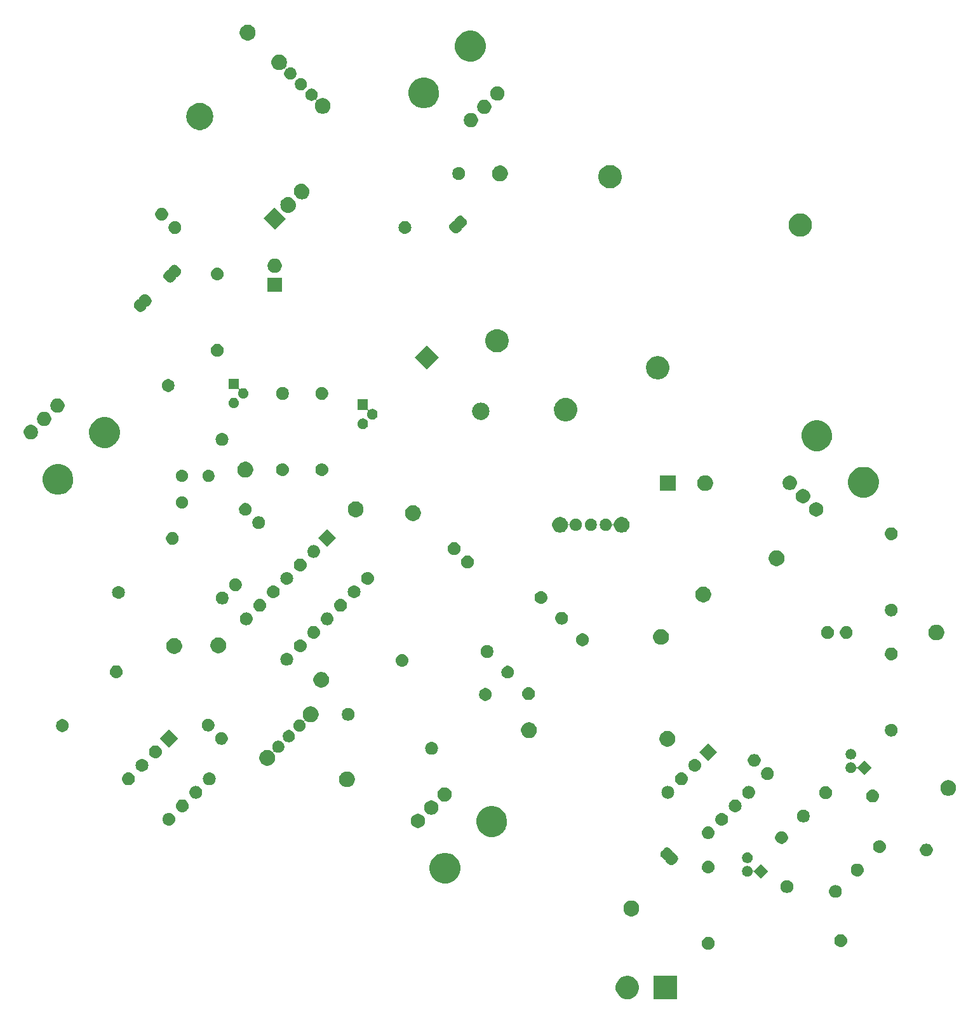
<source format=gbr>
G04 #@! TF.GenerationSoftware,KiCad,Pcbnew,5.0.2-bee76a0~70~ubuntu18.04.1*
G04 #@! TF.CreationDate,2020-07-15T00:12:44-04:00*
G04 #@! TF.ProjectId,synth,73796e74-682e-46b6-9963-61645f706362,rev?*
G04 #@! TF.SameCoordinates,Original*
G04 #@! TF.FileFunction,Soldermask,Top*
G04 #@! TF.FilePolarity,Negative*
%FSLAX46Y46*%
G04 Gerber Fmt 4.6, Leading zero omitted, Abs format (unit mm)*
G04 Created by KiCad (PCBNEW 5.0.2-bee76a0~70~ubuntu18.04.1) date Wed 15 Jul 2020 12:12:44 AM EDT*
%MOMM*%
%LPD*%
G01*
G04 APERTURE LIST*
%ADD10C,0.100000*%
G04 APERTURE END LIST*
D10*
G36*
X164151000Y-164151000D02*
X161049000Y-164151000D01*
X161049000Y-161049000D01*
X164151000Y-161049000D01*
X164151000Y-164151000D01*
X164151000Y-164151000D01*
G37*
G36*
X157872527Y-161088736D02*
X157972410Y-161108604D01*
X158254674Y-161225521D01*
X158508705Y-161395259D01*
X158724741Y-161611295D01*
X158894479Y-161865326D01*
X159011396Y-162147590D01*
X159071000Y-162447240D01*
X159071000Y-162752760D01*
X159011396Y-163052410D01*
X158894479Y-163334674D01*
X158724741Y-163588705D01*
X158508705Y-163804741D01*
X158254674Y-163974479D01*
X157972410Y-164091396D01*
X157872527Y-164111264D01*
X157672762Y-164151000D01*
X157367238Y-164151000D01*
X157167473Y-164111264D01*
X157067590Y-164091396D01*
X156785326Y-163974479D01*
X156531295Y-163804741D01*
X156315259Y-163588705D01*
X156145521Y-163334674D01*
X156028604Y-163052410D01*
X155969000Y-162752760D01*
X155969000Y-162447240D01*
X156028604Y-162147590D01*
X156145521Y-161865326D01*
X156315259Y-161611295D01*
X156531295Y-161395259D01*
X156785326Y-161225521D01*
X157067590Y-161108604D01*
X157167473Y-161088736D01*
X157367238Y-161049000D01*
X157672762Y-161049000D01*
X157872527Y-161088736D01*
X157872527Y-161088736D01*
G37*
G36*
X168548228Y-155881703D02*
X168703100Y-155945853D01*
X168842481Y-156038985D01*
X168961015Y-156157519D01*
X169054147Y-156296900D01*
X169118297Y-156451772D01*
X169151000Y-156616184D01*
X169151000Y-156783816D01*
X169118297Y-156948228D01*
X169054147Y-157103100D01*
X168961015Y-157242481D01*
X168842481Y-157361015D01*
X168703100Y-157454147D01*
X168548228Y-157518297D01*
X168383816Y-157551000D01*
X168216184Y-157551000D01*
X168051772Y-157518297D01*
X167896900Y-157454147D01*
X167757519Y-157361015D01*
X167638985Y-157242481D01*
X167545853Y-157103100D01*
X167481703Y-156948228D01*
X167449000Y-156783816D01*
X167449000Y-156616184D01*
X167481703Y-156451772D01*
X167545853Y-156296900D01*
X167638985Y-156157519D01*
X167757519Y-156038985D01*
X167896900Y-155945853D01*
X168051772Y-155881703D01*
X168216184Y-155849000D01*
X168383816Y-155849000D01*
X168548228Y-155881703D01*
X168548228Y-155881703D01*
G37*
G36*
X186132649Y-155492113D02*
X186132652Y-155492114D01*
X186132653Y-155492114D01*
X186293067Y-155540775D01*
X186293069Y-155540776D01*
X186293072Y-155540777D01*
X186440906Y-155619795D01*
X186570487Y-155726141D01*
X186676833Y-155855722D01*
X186755851Y-156003556D01*
X186755852Y-156003559D01*
X186755853Y-156003561D01*
X186804514Y-156163975D01*
X186804515Y-156163979D01*
X186820945Y-156330800D01*
X186804515Y-156497621D01*
X186804514Y-156497624D01*
X186804514Y-156497625D01*
X186768550Y-156616184D01*
X186755851Y-156658044D01*
X186676833Y-156805878D01*
X186570487Y-156935459D01*
X186440906Y-157041805D01*
X186293072Y-157120823D01*
X186293069Y-157120824D01*
X186293067Y-157120825D01*
X186132653Y-157169486D01*
X186132652Y-157169486D01*
X186132649Y-157169487D01*
X186007632Y-157181800D01*
X185924024Y-157181800D01*
X185799007Y-157169487D01*
X185799004Y-157169486D01*
X185799003Y-157169486D01*
X185638589Y-157120825D01*
X185638587Y-157120824D01*
X185638584Y-157120823D01*
X185490750Y-157041805D01*
X185361169Y-156935459D01*
X185254823Y-156805878D01*
X185175805Y-156658044D01*
X185163107Y-156616184D01*
X185127142Y-156497625D01*
X185127142Y-156497624D01*
X185127141Y-156497621D01*
X185110711Y-156330800D01*
X185127141Y-156163979D01*
X185127142Y-156163975D01*
X185175803Y-156003561D01*
X185175804Y-156003559D01*
X185175805Y-156003556D01*
X185254823Y-155855722D01*
X185361169Y-155726141D01*
X185490750Y-155619795D01*
X185638584Y-155540777D01*
X185638587Y-155540776D01*
X185638589Y-155540775D01*
X185799003Y-155492114D01*
X185799004Y-155492114D01*
X185799007Y-155492113D01*
X185924024Y-155479800D01*
X186007632Y-155479800D01*
X186132649Y-155492113D01*
X186132649Y-155492113D01*
G37*
G36*
X158356565Y-151039389D02*
X158547834Y-151118615D01*
X158719976Y-151233637D01*
X158866363Y-151380024D01*
X158981385Y-151552166D01*
X159060611Y-151743435D01*
X159101000Y-151946484D01*
X159101000Y-152153516D01*
X159060611Y-152356565D01*
X158981385Y-152547834D01*
X158866363Y-152719976D01*
X158719976Y-152866363D01*
X158547834Y-152981385D01*
X158356565Y-153060611D01*
X158153516Y-153101000D01*
X157946484Y-153101000D01*
X157743435Y-153060611D01*
X157552166Y-152981385D01*
X157380024Y-152866363D01*
X157233637Y-152719976D01*
X157118615Y-152547834D01*
X157039389Y-152356565D01*
X156999000Y-152153516D01*
X156999000Y-151946484D01*
X157039389Y-151743435D01*
X157118615Y-151552166D01*
X157233637Y-151380024D01*
X157380024Y-151233637D01*
X157552166Y-151118615D01*
X157743435Y-151039389D01*
X157946484Y-150999000D01*
X158153516Y-150999000D01*
X158356565Y-151039389D01*
X158356565Y-151039389D01*
G37*
G36*
X185425543Y-148951376D02*
X185425546Y-148951377D01*
X185425547Y-148951377D01*
X185585961Y-149000038D01*
X185585963Y-149000039D01*
X185585966Y-149000040D01*
X185733800Y-149079058D01*
X185863381Y-149185404D01*
X185969727Y-149314985D01*
X186048745Y-149462819D01*
X186097409Y-149623242D01*
X186113839Y-149790063D01*
X186097409Y-149956884D01*
X186097408Y-149956887D01*
X186097408Y-149956888D01*
X186085060Y-149997595D01*
X186048745Y-150117307D01*
X185969727Y-150265141D01*
X185863381Y-150394722D01*
X185733800Y-150501068D01*
X185585966Y-150580086D01*
X185585963Y-150580087D01*
X185585961Y-150580088D01*
X185425547Y-150628749D01*
X185425546Y-150628749D01*
X185425543Y-150628750D01*
X185300526Y-150641063D01*
X185216918Y-150641063D01*
X185091901Y-150628750D01*
X185091898Y-150628749D01*
X185091897Y-150628749D01*
X184931483Y-150580088D01*
X184931481Y-150580087D01*
X184931478Y-150580086D01*
X184783644Y-150501068D01*
X184654063Y-150394722D01*
X184547717Y-150265141D01*
X184468699Y-150117307D01*
X184432385Y-149997595D01*
X184420036Y-149956888D01*
X184420036Y-149956887D01*
X184420035Y-149956884D01*
X184403605Y-149790063D01*
X184420035Y-149623242D01*
X184468699Y-149462819D01*
X184547717Y-149314985D01*
X184654063Y-149185404D01*
X184783644Y-149079058D01*
X184931478Y-149000040D01*
X184931481Y-149000039D01*
X184931483Y-149000038D01*
X185091897Y-148951377D01*
X185091898Y-148951377D01*
X185091901Y-148951376D01*
X185216918Y-148939063D01*
X185300526Y-148939063D01*
X185425543Y-148951376D01*
X185425543Y-148951376D01*
G37*
G36*
X179029851Y-148328298D02*
X179184723Y-148392448D01*
X179324104Y-148485580D01*
X179442638Y-148604114D01*
X179535770Y-148743495D01*
X179599920Y-148898367D01*
X179632623Y-149062779D01*
X179632623Y-149230411D01*
X179599920Y-149394823D01*
X179535770Y-149549695D01*
X179442638Y-149689076D01*
X179324104Y-149807610D01*
X179184723Y-149900742D01*
X179029851Y-149964892D01*
X178865439Y-149997595D01*
X178697807Y-149997595D01*
X178533395Y-149964892D01*
X178378523Y-149900742D01*
X178239142Y-149807610D01*
X178120608Y-149689076D01*
X178027476Y-149549695D01*
X177963326Y-149394823D01*
X177930623Y-149230411D01*
X177930623Y-149062779D01*
X177963326Y-148898367D01*
X178027476Y-148743495D01*
X178120608Y-148604114D01*
X178239142Y-148485580D01*
X178378523Y-148392448D01*
X178533395Y-148328298D01*
X178697807Y-148295595D01*
X178865439Y-148295595D01*
X179029851Y-148328298D01*
X179029851Y-148328298D01*
G37*
G36*
X133804497Y-144721068D02*
X133804499Y-144721069D01*
X133804500Y-144721069D01*
X134177758Y-144875677D01*
X134493683Y-145086772D01*
X134513684Y-145100136D01*
X134799359Y-145385811D01*
X134799361Y-145385814D01*
X135023818Y-145721737D01*
X135175360Y-146087593D01*
X135178427Y-146094998D01*
X135257245Y-146491243D01*
X135257245Y-146895257D01*
X135186483Y-147251004D01*
X135178426Y-147291505D01*
X135023818Y-147664763D01*
X134956865Y-147764965D01*
X134799359Y-148000689D01*
X134513684Y-148286364D01*
X134513681Y-148286366D01*
X134177758Y-148510823D01*
X133804500Y-148665431D01*
X133804499Y-148665431D01*
X133804497Y-148665432D01*
X133408252Y-148744250D01*
X133004238Y-148744250D01*
X132607993Y-148665432D01*
X132607991Y-148665431D01*
X132607990Y-148665431D01*
X132234732Y-148510823D01*
X131898809Y-148286366D01*
X131898806Y-148286364D01*
X131613131Y-148000689D01*
X131455625Y-147764965D01*
X131388672Y-147664763D01*
X131234064Y-147291505D01*
X131226008Y-147251004D01*
X131155245Y-146895257D01*
X131155245Y-146491243D01*
X131234063Y-146094998D01*
X131237130Y-146087593D01*
X131388672Y-145721737D01*
X131613129Y-145385814D01*
X131613131Y-145385811D01*
X131898806Y-145100136D01*
X131918807Y-145086772D01*
X132234732Y-144875677D01*
X132607990Y-144721069D01*
X132607991Y-144721069D01*
X132607993Y-144721068D01*
X133004238Y-144642250D01*
X133408252Y-144642250D01*
X133804497Y-144721068D01*
X133804497Y-144721068D01*
G37*
G36*
X176308164Y-147095985D02*
X175316800Y-148087349D01*
X174415770Y-147186319D01*
X174396828Y-147170773D01*
X174375217Y-147159222D01*
X174351768Y-147152109D01*
X174327382Y-147149707D01*
X174302996Y-147152109D01*
X174279547Y-147159222D01*
X174257936Y-147170773D01*
X174238994Y-147186319D01*
X174223448Y-147205261D01*
X174211897Y-147226872D01*
X174204784Y-147250321D01*
X174194811Y-147300456D01*
X174141967Y-147428034D01*
X174065249Y-147542850D01*
X173967614Y-147640485D01*
X173852798Y-147717203D01*
X173725221Y-147770047D01*
X173589793Y-147796985D01*
X173451705Y-147796985D01*
X173316277Y-147770047D01*
X173188700Y-147717203D01*
X173073884Y-147640485D01*
X172976249Y-147542850D01*
X172899531Y-147428034D01*
X172846687Y-147300457D01*
X172819749Y-147165029D01*
X172819749Y-147026941D01*
X172846687Y-146891513D01*
X172899531Y-146763936D01*
X172976249Y-146649120D01*
X173073884Y-146551485D01*
X173188700Y-146474767D01*
X173316277Y-146421923D01*
X173451705Y-146394985D01*
X173589793Y-146394985D01*
X173725221Y-146421923D01*
X173852798Y-146474767D01*
X173967614Y-146551485D01*
X174065249Y-146649120D01*
X174141967Y-146763936D01*
X174194811Y-146891514D01*
X174204784Y-146941649D01*
X174211897Y-146965099D01*
X174223448Y-146986709D01*
X174238994Y-147005651D01*
X174257936Y-147021197D01*
X174279547Y-147032748D01*
X174302996Y-147039861D01*
X174327382Y-147042263D01*
X174351768Y-147039861D01*
X174375218Y-147032748D01*
X174396828Y-147021197D01*
X174415770Y-147005651D01*
X175316800Y-146104621D01*
X176308164Y-147095985D01*
X176308164Y-147095985D01*
G37*
G36*
X188324680Y-146087592D02*
X188324683Y-146087593D01*
X188324684Y-146087593D01*
X188485098Y-146136254D01*
X188485100Y-146136255D01*
X188485103Y-146136256D01*
X188632937Y-146215274D01*
X188762518Y-146321620D01*
X188868864Y-146451201D01*
X188947882Y-146599035D01*
X188947883Y-146599038D01*
X188947884Y-146599040D01*
X188963076Y-146649123D01*
X188996546Y-146759458D01*
X189012976Y-146926279D01*
X188996546Y-147093100D01*
X188996545Y-147093103D01*
X188996545Y-147093104D01*
X188948647Y-147251004D01*
X188947882Y-147253523D01*
X188868864Y-147401357D01*
X188762518Y-147530938D01*
X188632937Y-147637284D01*
X188485103Y-147716302D01*
X188485100Y-147716303D01*
X188485098Y-147716304D01*
X188324684Y-147764965D01*
X188324683Y-147764965D01*
X188324680Y-147764966D01*
X188199663Y-147777279D01*
X188116055Y-147777279D01*
X187991038Y-147764966D01*
X187991035Y-147764965D01*
X187991034Y-147764965D01*
X187830620Y-147716304D01*
X187830618Y-147716303D01*
X187830615Y-147716302D01*
X187682781Y-147637284D01*
X187553200Y-147530938D01*
X187446854Y-147401357D01*
X187367836Y-147253523D01*
X187367072Y-147251004D01*
X187319173Y-147093104D01*
X187319173Y-147093103D01*
X187319172Y-147093100D01*
X187302742Y-146926279D01*
X187319172Y-146759458D01*
X187352642Y-146649123D01*
X187367834Y-146599040D01*
X187367835Y-146599038D01*
X187367836Y-146599035D01*
X187446854Y-146451201D01*
X187553200Y-146321620D01*
X187682781Y-146215274D01*
X187830615Y-146136256D01*
X187830618Y-146136255D01*
X187830620Y-146136254D01*
X187991034Y-146087593D01*
X187991035Y-146087593D01*
X187991038Y-146087592D01*
X188116055Y-146075279D01*
X188199663Y-146075279D01*
X188324680Y-146087592D01*
X188324680Y-146087592D01*
G37*
G36*
X168466821Y-145701313D02*
X168466824Y-145701314D01*
X168466825Y-145701314D01*
X168627239Y-145749975D01*
X168627241Y-145749976D01*
X168627244Y-145749977D01*
X168775078Y-145828995D01*
X168904659Y-145935341D01*
X169011005Y-146064922D01*
X169090023Y-146212756D01*
X169090024Y-146212759D01*
X169090025Y-146212761D01*
X169112193Y-146285840D01*
X169138687Y-146373179D01*
X169155117Y-146540000D01*
X169138687Y-146706821D01*
X169138686Y-146706824D01*
X169138686Y-146706825D01*
X169121362Y-146763936D01*
X169090023Y-146867244D01*
X169011005Y-147015078D01*
X168904659Y-147144659D01*
X168775078Y-147251005D01*
X168627244Y-147330023D01*
X168627241Y-147330024D01*
X168627239Y-147330025D01*
X168466825Y-147378686D01*
X168466824Y-147378686D01*
X168466821Y-147378687D01*
X168341804Y-147391000D01*
X168258196Y-147391000D01*
X168133179Y-147378687D01*
X168133176Y-147378686D01*
X168133175Y-147378686D01*
X167972761Y-147330025D01*
X167972759Y-147330024D01*
X167972756Y-147330023D01*
X167824922Y-147251005D01*
X167695341Y-147144659D01*
X167588995Y-147015078D01*
X167509977Y-146867244D01*
X167478639Y-146763936D01*
X167461314Y-146706825D01*
X167461314Y-146706824D01*
X167461313Y-146706821D01*
X167444883Y-146540000D01*
X167461313Y-146373179D01*
X167487807Y-146285840D01*
X167509975Y-146212761D01*
X167509976Y-146212759D01*
X167509977Y-146212756D01*
X167588995Y-146064922D01*
X167695341Y-145935341D01*
X167824922Y-145828995D01*
X167972756Y-145749977D01*
X167972759Y-145749976D01*
X167972761Y-145749975D01*
X168133175Y-145701314D01*
X168133176Y-145701314D01*
X168133179Y-145701313D01*
X168258196Y-145689000D01*
X168341804Y-145689000D01*
X168466821Y-145701313D01*
X168466821Y-145701313D01*
G37*
G36*
X162882305Y-143916354D02*
X162966395Y-143933080D01*
X162987812Y-143939577D01*
X163067024Y-143972389D01*
X163072460Y-143975295D01*
X163072468Y-143975298D01*
X163081327Y-143980034D01*
X163081330Y-143980036D01*
X163086772Y-143982945D01*
X163158053Y-144030573D01*
X163162823Y-144034488D01*
X163162825Y-144034489D01*
X163170592Y-144040862D01*
X163170600Y-144040870D01*
X163175362Y-144044778D01*
X163188379Y-144057796D01*
X163197471Y-144066036D01*
X163211719Y-144077729D01*
X163556583Y-144422593D01*
X163566876Y-144435135D01*
X163571611Y-144443993D01*
X163574527Y-144453605D01*
X163575511Y-144463604D01*
X163573934Y-144479620D01*
X163571501Y-144491853D01*
X163571502Y-144516357D01*
X163576284Y-144540390D01*
X163585662Y-144563029D01*
X163599277Y-144583403D01*
X163616605Y-144600729D01*
X163636980Y-144614342D01*
X163659619Y-144623719D01*
X163683653Y-144628499D01*
X163708157Y-144628498D01*
X163720385Y-144626066D01*
X163736396Y-144624489D01*
X163746395Y-144625473D01*
X163756007Y-144628389D01*
X163764865Y-144633124D01*
X163777407Y-144643417D01*
X164122271Y-144988281D01*
X164133964Y-145002529D01*
X164142204Y-145011621D01*
X164155222Y-145024638D01*
X164159130Y-145029400D01*
X164159138Y-145029408D01*
X164165511Y-145037175D01*
X164169427Y-145041947D01*
X164217055Y-145113228D01*
X164219964Y-145118670D01*
X164219966Y-145118673D01*
X164224702Y-145127532D01*
X164224705Y-145127540D01*
X164227611Y-145132976D01*
X164260423Y-145212188D01*
X164266920Y-145233605D01*
X164283646Y-145317695D01*
X164285840Y-145339974D01*
X164285840Y-145425710D01*
X164283646Y-145447989D01*
X164266920Y-145532076D01*
X164260422Y-145553500D01*
X164227610Y-145632712D01*
X164217057Y-145652456D01*
X164169429Y-145723736D01*
X164155220Y-145741049D01*
X164142204Y-145754065D01*
X164133967Y-145763153D01*
X164122272Y-145777403D01*
X163777403Y-146122272D01*
X163763153Y-146133967D01*
X163754065Y-146142204D01*
X163741049Y-146155220D01*
X163723736Y-146169429D01*
X163652456Y-146217057D01*
X163632712Y-146227610D01*
X163553500Y-146260422D01*
X163532076Y-146266920D01*
X163447989Y-146283646D01*
X163425710Y-146285840D01*
X163339974Y-146285840D01*
X163317695Y-146283646D01*
X163233605Y-146266920D01*
X163212188Y-146260423D01*
X163132976Y-146227611D01*
X163127540Y-146224705D01*
X163127532Y-146224702D01*
X163118673Y-146219966D01*
X163118670Y-146219964D01*
X163113228Y-146217055D01*
X163041947Y-146169427D01*
X163037175Y-146165511D01*
X163029408Y-146159138D01*
X163029400Y-146159130D01*
X163024638Y-146155222D01*
X163011621Y-146142204D01*
X163002529Y-146133964D01*
X162988281Y-146122271D01*
X162643417Y-145777407D01*
X162633124Y-145764865D01*
X162628389Y-145756007D01*
X162625473Y-145746395D01*
X162624489Y-145736396D01*
X162626066Y-145720380D01*
X162628499Y-145708147D01*
X162628498Y-145683643D01*
X162623716Y-145659610D01*
X162614338Y-145636971D01*
X162600723Y-145616597D01*
X162583395Y-145599271D01*
X162563020Y-145585658D01*
X162540381Y-145576281D01*
X162516347Y-145571501D01*
X162491843Y-145571502D01*
X162479615Y-145573934D01*
X162463604Y-145575511D01*
X162453605Y-145574527D01*
X162443993Y-145571611D01*
X162435135Y-145566876D01*
X162422593Y-145556583D01*
X162077729Y-145211719D01*
X162066036Y-145197471D01*
X162057796Y-145188379D01*
X162044778Y-145175362D01*
X162040870Y-145170600D01*
X162040862Y-145170592D01*
X162034489Y-145162825D01*
X162034488Y-145162823D01*
X162030573Y-145158053D01*
X161982945Y-145086772D01*
X161980034Y-145081327D01*
X161975298Y-145072468D01*
X161975295Y-145072460D01*
X161972389Y-145067024D01*
X161939577Y-144987812D01*
X161933080Y-144966395D01*
X161916354Y-144882305D01*
X161914160Y-144860026D01*
X161914160Y-144774290D01*
X161916354Y-144752011D01*
X161933080Y-144667924D01*
X161939578Y-144646500D01*
X161972390Y-144567288D01*
X161982943Y-144547544D01*
X162030571Y-144476264D01*
X162044780Y-144458951D01*
X162057796Y-144445935D01*
X162066033Y-144436847D01*
X162077728Y-144422597D01*
X162422597Y-144077728D01*
X162436847Y-144066033D01*
X162445935Y-144057796D01*
X162458951Y-144044780D01*
X162476264Y-144030571D01*
X162547544Y-143982943D01*
X162567288Y-143972390D01*
X162646500Y-143939578D01*
X162667924Y-143933080D01*
X162752011Y-143916354D01*
X162774290Y-143914160D01*
X162860026Y-143914160D01*
X162882305Y-143916354D01*
X162882305Y-143916354D01*
G37*
G36*
X173725221Y-144625872D02*
X173852798Y-144678716D01*
X173967614Y-144755434D01*
X174065249Y-144853069D01*
X174141967Y-144967885D01*
X174194811Y-145095462D01*
X174221749Y-145230890D01*
X174221749Y-145368978D01*
X174194811Y-145504406D01*
X174141967Y-145631983D01*
X174065249Y-145746799D01*
X173967614Y-145844434D01*
X173852798Y-145921152D01*
X173725221Y-145973996D01*
X173589793Y-146000934D01*
X173451705Y-146000934D01*
X173316277Y-145973996D01*
X173188700Y-145921152D01*
X173073884Y-145844434D01*
X172976249Y-145746799D01*
X172899531Y-145631983D01*
X172846687Y-145504406D01*
X172819749Y-145368978D01*
X172819749Y-145230890D01*
X172846687Y-145095462D01*
X172899531Y-144967885D01*
X172976249Y-144853069D01*
X173073884Y-144755434D01*
X173188700Y-144678716D01*
X173316277Y-144625872D01*
X173451705Y-144598934D01*
X173589793Y-144598934D01*
X173725221Y-144625872D01*
X173725221Y-144625872D01*
G37*
G36*
X197626760Y-143449262D02*
X197781632Y-143513412D01*
X197921013Y-143606544D01*
X198039547Y-143725078D01*
X198132679Y-143864459D01*
X198196829Y-144019331D01*
X198229532Y-144183743D01*
X198229532Y-144351375D01*
X198196829Y-144515787D01*
X198132679Y-144670659D01*
X198039547Y-144810040D01*
X197921013Y-144928574D01*
X197781632Y-145021706D01*
X197626760Y-145085856D01*
X197462348Y-145118559D01*
X197294716Y-145118559D01*
X197130304Y-145085856D01*
X196975432Y-145021706D01*
X196836051Y-144928574D01*
X196717517Y-144810040D01*
X196624385Y-144670659D01*
X196560235Y-144515787D01*
X196527532Y-144351375D01*
X196527532Y-144183743D01*
X196560235Y-144019331D01*
X196624385Y-143864459D01*
X196717517Y-143725078D01*
X196836051Y-143606544D01*
X196975432Y-143513412D01*
X197130304Y-143449262D01*
X197294716Y-143416559D01*
X197462348Y-143416559D01*
X197626760Y-143449262D01*
X197626760Y-143449262D01*
G37*
G36*
X191294529Y-142976323D02*
X191294532Y-142976324D01*
X191294533Y-142976324D01*
X191454947Y-143024985D01*
X191454949Y-143024986D01*
X191454952Y-143024987D01*
X191602786Y-143104005D01*
X191732367Y-143210351D01*
X191838713Y-143339932D01*
X191917731Y-143487766D01*
X191917732Y-143487769D01*
X191917733Y-143487771D01*
X191966394Y-143648185D01*
X191966395Y-143648189D01*
X191982825Y-143815010D01*
X191966395Y-143981831D01*
X191966394Y-143981834D01*
X191966394Y-143981835D01*
X191938493Y-144073814D01*
X191917731Y-144142254D01*
X191838713Y-144290088D01*
X191732367Y-144419669D01*
X191602786Y-144526015D01*
X191454952Y-144605033D01*
X191454949Y-144605034D01*
X191454947Y-144605035D01*
X191294533Y-144653696D01*
X191294532Y-144653696D01*
X191294529Y-144653697D01*
X191169512Y-144666010D01*
X191085904Y-144666010D01*
X190960887Y-144653697D01*
X190960884Y-144653696D01*
X190960883Y-144653696D01*
X190800469Y-144605035D01*
X190800467Y-144605034D01*
X190800464Y-144605033D01*
X190652630Y-144526015D01*
X190523049Y-144419669D01*
X190416703Y-144290088D01*
X190337685Y-144142254D01*
X190316924Y-144073814D01*
X190289022Y-143981835D01*
X190289022Y-143981834D01*
X190289021Y-143981831D01*
X190272591Y-143815010D01*
X190289021Y-143648189D01*
X190289022Y-143648185D01*
X190337683Y-143487771D01*
X190337684Y-143487769D01*
X190337685Y-143487766D01*
X190416703Y-143339932D01*
X190523049Y-143210351D01*
X190652630Y-143104005D01*
X190800464Y-143024987D01*
X190800467Y-143024986D01*
X190800469Y-143024985D01*
X190960883Y-142976324D01*
X190960884Y-142976324D01*
X190960887Y-142976323D01*
X191085904Y-142964010D01*
X191169512Y-142964010D01*
X191294529Y-142976323D01*
X191294529Y-142976323D01*
G37*
G36*
X178322745Y-141787561D02*
X178477617Y-141851711D01*
X178616998Y-141944843D01*
X178735532Y-142063377D01*
X178828664Y-142202758D01*
X178892814Y-142357630D01*
X178925517Y-142522042D01*
X178925517Y-142689674D01*
X178892814Y-142854086D01*
X178828664Y-143008958D01*
X178735532Y-143148339D01*
X178616998Y-143266873D01*
X178477617Y-143360005D01*
X178322745Y-143424155D01*
X178158333Y-143456858D01*
X177990701Y-143456858D01*
X177826289Y-143424155D01*
X177671417Y-143360005D01*
X177532036Y-143266873D01*
X177413502Y-143148339D01*
X177320370Y-143008958D01*
X177256220Y-142854086D01*
X177223517Y-142689674D01*
X177223517Y-142522042D01*
X177256220Y-142357630D01*
X177320370Y-142202758D01*
X177413502Y-142063377D01*
X177532036Y-141944843D01*
X177671417Y-141851711D01*
X177826289Y-141787561D01*
X177990701Y-141754858D01*
X178158333Y-141754858D01*
X178322745Y-141787561D01*
X178322745Y-141787561D01*
G37*
G36*
X168466821Y-141137620D02*
X168466824Y-141137621D01*
X168466825Y-141137621D01*
X168627239Y-141186282D01*
X168627241Y-141186283D01*
X168627244Y-141186284D01*
X168775078Y-141265302D01*
X168904659Y-141371648D01*
X169011005Y-141501229D01*
X169090023Y-141649063D01*
X169090024Y-141649066D01*
X169090025Y-141649068D01*
X169138686Y-141809482D01*
X169138687Y-141809486D01*
X169155117Y-141976307D01*
X169138687Y-142143128D01*
X169138686Y-142143131D01*
X169138686Y-142143132D01*
X169094655Y-142288284D01*
X169090023Y-142303551D01*
X169011005Y-142451385D01*
X168904659Y-142580966D01*
X168775078Y-142687312D01*
X168627244Y-142766330D01*
X168627241Y-142766331D01*
X168627239Y-142766332D01*
X168466825Y-142814993D01*
X168466824Y-142814993D01*
X168466821Y-142814994D01*
X168341804Y-142827307D01*
X168258196Y-142827307D01*
X168133179Y-142814994D01*
X168133176Y-142814993D01*
X168133175Y-142814993D01*
X167972761Y-142766332D01*
X167972759Y-142766331D01*
X167972756Y-142766330D01*
X167824922Y-142687312D01*
X167695341Y-142580966D01*
X167588995Y-142451385D01*
X167509977Y-142303551D01*
X167505346Y-142288284D01*
X167461314Y-142143132D01*
X167461314Y-142143131D01*
X167461313Y-142143128D01*
X167444883Y-141976307D01*
X167461313Y-141809486D01*
X167461314Y-141809482D01*
X167509975Y-141649068D01*
X167509976Y-141649066D01*
X167509977Y-141649063D01*
X167588995Y-141501229D01*
X167695341Y-141371648D01*
X167824922Y-141265302D01*
X167972756Y-141186284D01*
X167972759Y-141186283D01*
X167972761Y-141186282D01*
X168133175Y-141137621D01*
X168133176Y-141137621D01*
X168133179Y-141137620D01*
X168258196Y-141125307D01*
X168341804Y-141125307D01*
X168466821Y-141137620D01*
X168466821Y-141137620D01*
G37*
G36*
X140027036Y-138498529D02*
X140027038Y-138498530D01*
X140027039Y-138498530D01*
X140400297Y-138653138D01*
X140702904Y-138855334D01*
X140736223Y-138877597D01*
X141021898Y-139163272D01*
X141021900Y-139163275D01*
X141246357Y-139499198D01*
X141381677Y-139825890D01*
X141400966Y-139872459D01*
X141479784Y-140268704D01*
X141479784Y-140672718D01*
X141410916Y-141018943D01*
X141400965Y-141068966D01*
X141246357Y-141442224D01*
X141246356Y-141442225D01*
X141021898Y-141778150D01*
X140736223Y-142063825D01*
X140736220Y-142063827D01*
X140400297Y-142288284D01*
X140027039Y-142442892D01*
X140027038Y-142442892D01*
X140027036Y-142442893D01*
X139630791Y-142521711D01*
X139226777Y-142521711D01*
X138830532Y-142442893D01*
X138830530Y-142442892D01*
X138830529Y-142442892D01*
X138457271Y-142288284D01*
X138121348Y-142063827D01*
X138121345Y-142063825D01*
X137835670Y-141778150D01*
X137611212Y-141442225D01*
X137611211Y-141442224D01*
X137456603Y-141068966D01*
X137446653Y-141018943D01*
X137377784Y-140672718D01*
X137377784Y-140268704D01*
X137456602Y-139872459D01*
X137475891Y-139825890D01*
X137611211Y-139499198D01*
X137835668Y-139163275D01*
X137835670Y-139163272D01*
X138121345Y-138877597D01*
X138154664Y-138855334D01*
X138457271Y-138653138D01*
X138830529Y-138498530D01*
X138830530Y-138498530D01*
X138830532Y-138498529D01*
X139226777Y-138419711D01*
X139630791Y-138419711D01*
X140027036Y-138498529D01*
X140027036Y-138498529D01*
G37*
G36*
X129877396Y-139485546D02*
X130050466Y-139557234D01*
X130206230Y-139661312D01*
X130338688Y-139793770D01*
X130442766Y-139949534D01*
X130514454Y-140122604D01*
X130551000Y-140306333D01*
X130551000Y-140493667D01*
X130514454Y-140677396D01*
X130442766Y-140850466D01*
X130338688Y-141006230D01*
X130206230Y-141138688D01*
X130050466Y-141242766D01*
X129877396Y-141314454D01*
X129693667Y-141351000D01*
X129506333Y-141351000D01*
X129322604Y-141314454D01*
X129149534Y-141242766D01*
X128993770Y-141138688D01*
X128861312Y-141006230D01*
X128757234Y-140850466D01*
X128685546Y-140677396D01*
X128649000Y-140493667D01*
X128649000Y-140306333D01*
X128685546Y-140122604D01*
X128757234Y-139949534D01*
X128861312Y-139793770D01*
X128993770Y-139661312D01*
X129149534Y-139557234D01*
X129322604Y-139485546D01*
X129506333Y-139449000D01*
X129693667Y-139449000D01*
X129877396Y-139485546D01*
X129877396Y-139485546D01*
G37*
G36*
X170262872Y-139341569D02*
X170262875Y-139341570D01*
X170262876Y-139341570D01*
X170423290Y-139390231D01*
X170423292Y-139390232D01*
X170423295Y-139390233D01*
X170571129Y-139469251D01*
X170700710Y-139575597D01*
X170807056Y-139705178D01*
X170886074Y-139853012D01*
X170886075Y-139853015D01*
X170886076Y-139853017D01*
X170915354Y-139949534D01*
X170934738Y-140013435D01*
X170951168Y-140180256D01*
X170934738Y-140347077D01*
X170934737Y-140347080D01*
X170934737Y-140347081D01*
X170887274Y-140503546D01*
X170886074Y-140507500D01*
X170807056Y-140655334D01*
X170700710Y-140784915D01*
X170571129Y-140891261D01*
X170423295Y-140970279D01*
X170423292Y-140970280D01*
X170423290Y-140970281D01*
X170262876Y-141018942D01*
X170262875Y-141018942D01*
X170262872Y-141018943D01*
X170137855Y-141031256D01*
X170054247Y-141031256D01*
X169929230Y-141018943D01*
X169929227Y-141018942D01*
X169929226Y-141018942D01*
X169768812Y-140970281D01*
X169768810Y-140970280D01*
X169768807Y-140970279D01*
X169620973Y-140891261D01*
X169491392Y-140784915D01*
X169385046Y-140655334D01*
X169306028Y-140507500D01*
X169304829Y-140503546D01*
X169257365Y-140347081D01*
X169257365Y-140347080D01*
X169257364Y-140347077D01*
X169240934Y-140180256D01*
X169257364Y-140013435D01*
X169276748Y-139949534D01*
X169306026Y-139853017D01*
X169306027Y-139853015D01*
X169306028Y-139853012D01*
X169385046Y-139705178D01*
X169491392Y-139575597D01*
X169620973Y-139469251D01*
X169768807Y-139390233D01*
X169768810Y-139390232D01*
X169768812Y-139390231D01*
X169929226Y-139341570D01*
X169929227Y-139341570D01*
X169929230Y-139341569D01*
X170054247Y-139329256D01*
X170137855Y-139329256D01*
X170262872Y-139341569D01*
X170262872Y-139341569D01*
G37*
G36*
X96566821Y-139337620D02*
X96566824Y-139337621D01*
X96566825Y-139337621D01*
X96727239Y-139386282D01*
X96727241Y-139386283D01*
X96727244Y-139386284D01*
X96875078Y-139465302D01*
X97004659Y-139571648D01*
X97111005Y-139701229D01*
X97190023Y-139849063D01*
X97190024Y-139849066D01*
X97190025Y-139849068D01*
X97220501Y-139949534D01*
X97238687Y-140009486D01*
X97255117Y-140176307D01*
X97238687Y-140343128D01*
X97238686Y-140343131D01*
X97238686Y-140343132D01*
X97193022Y-140493667D01*
X97190023Y-140503551D01*
X97111005Y-140651385D01*
X97004659Y-140780966D01*
X96875078Y-140887312D01*
X96727244Y-140966330D01*
X96727241Y-140966331D01*
X96727239Y-140966332D01*
X96566825Y-141014993D01*
X96566824Y-141014993D01*
X96566821Y-141014994D01*
X96441804Y-141027307D01*
X96358196Y-141027307D01*
X96233179Y-141014994D01*
X96233176Y-141014993D01*
X96233175Y-141014993D01*
X96072761Y-140966332D01*
X96072759Y-140966331D01*
X96072756Y-140966330D01*
X95924922Y-140887312D01*
X95795341Y-140780966D01*
X95688995Y-140651385D01*
X95609977Y-140503551D01*
X95606979Y-140493667D01*
X95561314Y-140343132D01*
X95561314Y-140343131D01*
X95561313Y-140343128D01*
X95544883Y-140176307D01*
X95561313Y-140009486D01*
X95579499Y-139949534D01*
X95609975Y-139849068D01*
X95609976Y-139849066D01*
X95609977Y-139849063D01*
X95688995Y-139701229D01*
X95795341Y-139571648D01*
X95924922Y-139465302D01*
X96072756Y-139386284D01*
X96072759Y-139386283D01*
X96072761Y-139386282D01*
X96233175Y-139337621D01*
X96233176Y-139337621D01*
X96233179Y-139337620D01*
X96358196Y-139325307D01*
X96441804Y-139325307D01*
X96566821Y-139337620D01*
X96566821Y-139337620D01*
G37*
G36*
X181221882Y-138923777D02*
X181376754Y-138987927D01*
X181516135Y-139081059D01*
X181634669Y-139199593D01*
X181727801Y-139338974D01*
X181791951Y-139493846D01*
X181824654Y-139658258D01*
X181824654Y-139825890D01*
X181791951Y-139990302D01*
X181727801Y-140145174D01*
X181634669Y-140284555D01*
X181516135Y-140403089D01*
X181376754Y-140496221D01*
X181221882Y-140560371D01*
X181057470Y-140593074D01*
X180889838Y-140593074D01*
X180725426Y-140560371D01*
X180570554Y-140496221D01*
X180431173Y-140403089D01*
X180312639Y-140284555D01*
X180219507Y-140145174D01*
X180155357Y-139990302D01*
X180122654Y-139825890D01*
X180122654Y-139658258D01*
X180155357Y-139493846D01*
X180219507Y-139338974D01*
X180312639Y-139199593D01*
X180431173Y-139081059D01*
X180570554Y-138987927D01*
X180725426Y-138923777D01*
X180889838Y-138891074D01*
X181057470Y-138891074D01*
X181221882Y-138923777D01*
X181221882Y-138923777D01*
G37*
G36*
X131645163Y-137717779D02*
X131818233Y-137789467D01*
X131973997Y-137893545D01*
X132106455Y-138026003D01*
X132210533Y-138181767D01*
X132282221Y-138354837D01*
X132318767Y-138538566D01*
X132318767Y-138725900D01*
X132282221Y-138909629D01*
X132210533Y-139082699D01*
X132106455Y-139238463D01*
X131973997Y-139370921D01*
X131818233Y-139474999D01*
X131645163Y-139546687D01*
X131461434Y-139583233D01*
X131274100Y-139583233D01*
X131090371Y-139546687D01*
X130917301Y-139474999D01*
X130761537Y-139370921D01*
X130629079Y-139238463D01*
X130525001Y-139082699D01*
X130453313Y-138909629D01*
X130416767Y-138725900D01*
X130416767Y-138538566D01*
X130453313Y-138354837D01*
X130525001Y-138181767D01*
X130629079Y-138026003D01*
X130761537Y-137893545D01*
X130917301Y-137789467D01*
X131090371Y-137717779D01*
X131274100Y-137681233D01*
X131461434Y-137681233D01*
X131645163Y-137717779D01*
X131645163Y-137717779D01*
G37*
G36*
X172058923Y-137545518D02*
X172058926Y-137545519D01*
X172058927Y-137545519D01*
X172219341Y-137594180D01*
X172219343Y-137594181D01*
X172219346Y-137594182D01*
X172367180Y-137673200D01*
X172496761Y-137779546D01*
X172603107Y-137909127D01*
X172682125Y-138056961D01*
X172682126Y-138056964D01*
X172682127Y-138056966D01*
X172719985Y-138181767D01*
X172730789Y-138217384D01*
X172747219Y-138384205D01*
X172730789Y-138551026D01*
X172730788Y-138551029D01*
X172730788Y-138551030D01*
X172683325Y-138707495D01*
X172682125Y-138711449D01*
X172603107Y-138859283D01*
X172496761Y-138988864D01*
X172367180Y-139095210D01*
X172219346Y-139174228D01*
X172219343Y-139174229D01*
X172219341Y-139174230D01*
X172058927Y-139222891D01*
X172058926Y-139222891D01*
X172058923Y-139222892D01*
X171933906Y-139235205D01*
X171850298Y-139235205D01*
X171725281Y-139222892D01*
X171725278Y-139222891D01*
X171725277Y-139222891D01*
X171564863Y-139174230D01*
X171564861Y-139174229D01*
X171564858Y-139174228D01*
X171417024Y-139095210D01*
X171287443Y-138988864D01*
X171181097Y-138859283D01*
X171102079Y-138711449D01*
X171100880Y-138707495D01*
X171053416Y-138551030D01*
X171053416Y-138551029D01*
X171053415Y-138551026D01*
X171036985Y-138384205D01*
X171053415Y-138217384D01*
X171064219Y-138181767D01*
X171102077Y-138056966D01*
X171102078Y-138056964D01*
X171102079Y-138056961D01*
X171181097Y-137909127D01*
X171287443Y-137779546D01*
X171417024Y-137673200D01*
X171564858Y-137594182D01*
X171564861Y-137594181D01*
X171564863Y-137594180D01*
X171725277Y-137545519D01*
X171725278Y-137545519D01*
X171725281Y-137545518D01*
X171850298Y-137533205D01*
X171933906Y-137533205D01*
X172058923Y-137545518D01*
X172058923Y-137545518D01*
G37*
G36*
X98362872Y-137541569D02*
X98362875Y-137541570D01*
X98362876Y-137541570D01*
X98523290Y-137590231D01*
X98523292Y-137590232D01*
X98523295Y-137590233D01*
X98671129Y-137669251D01*
X98800710Y-137775597D01*
X98907056Y-137905178D01*
X98986074Y-138053012D01*
X98986075Y-138053015D01*
X98986076Y-138053017D01*
X99025132Y-138181767D01*
X99034738Y-138213435D01*
X99051168Y-138380256D01*
X99034738Y-138547077D01*
X99034737Y-138547080D01*
X99034737Y-138547081D01*
X99002565Y-138653139D01*
X98986074Y-138707500D01*
X98907056Y-138855334D01*
X98800710Y-138984915D01*
X98671129Y-139091261D01*
X98523295Y-139170279D01*
X98523292Y-139170280D01*
X98523290Y-139170281D01*
X98362876Y-139218942D01*
X98362875Y-139218942D01*
X98362872Y-139218943D01*
X98237855Y-139231256D01*
X98154247Y-139231256D01*
X98029230Y-139218943D01*
X98029227Y-139218942D01*
X98029226Y-139218942D01*
X97868812Y-139170281D01*
X97868810Y-139170280D01*
X97868807Y-139170279D01*
X97720973Y-139091261D01*
X97591392Y-138984915D01*
X97485046Y-138855334D01*
X97406028Y-138707500D01*
X97389538Y-138653139D01*
X97357365Y-138547081D01*
X97357365Y-138547080D01*
X97357364Y-138547077D01*
X97340934Y-138380256D01*
X97357364Y-138213435D01*
X97366970Y-138181767D01*
X97406026Y-138053017D01*
X97406027Y-138053015D01*
X97406028Y-138053012D01*
X97485046Y-137905178D01*
X97591392Y-137775597D01*
X97720973Y-137669251D01*
X97868807Y-137590233D01*
X97868810Y-137590232D01*
X97868812Y-137590231D01*
X98029226Y-137541570D01*
X98029227Y-137541570D01*
X98029230Y-137541569D01*
X98154247Y-137529256D01*
X98237855Y-137529256D01*
X98362872Y-137541569D01*
X98362872Y-137541569D01*
G37*
G36*
X190361148Y-136244667D02*
X190361151Y-136244668D01*
X190361152Y-136244668D01*
X190521566Y-136293329D01*
X190521568Y-136293330D01*
X190521571Y-136293331D01*
X190669405Y-136372349D01*
X190798986Y-136478695D01*
X190905332Y-136608276D01*
X190984350Y-136756110D01*
X190984351Y-136756113D01*
X190984352Y-136756115D01*
X191031470Y-136911444D01*
X191033014Y-136916533D01*
X191049444Y-137083354D01*
X191033014Y-137250175D01*
X191033013Y-137250178D01*
X191033013Y-137250179D01*
X190994185Y-137378179D01*
X190984350Y-137410598D01*
X190905332Y-137558432D01*
X190798986Y-137688013D01*
X190669405Y-137794359D01*
X190521571Y-137873377D01*
X190521568Y-137873378D01*
X190521566Y-137873379D01*
X190361152Y-137922040D01*
X190361151Y-137922040D01*
X190361148Y-137922041D01*
X190236131Y-137934354D01*
X190152523Y-137934354D01*
X190027506Y-137922041D01*
X190027503Y-137922040D01*
X190027502Y-137922040D01*
X189867088Y-137873379D01*
X189867086Y-137873378D01*
X189867083Y-137873377D01*
X189719249Y-137794359D01*
X189589668Y-137688013D01*
X189483322Y-137558432D01*
X189404304Y-137410598D01*
X189394470Y-137378179D01*
X189355641Y-137250179D01*
X189355641Y-137250178D01*
X189355640Y-137250175D01*
X189339210Y-137083354D01*
X189355640Y-136916533D01*
X189357184Y-136911444D01*
X189404302Y-136756115D01*
X189404303Y-136756113D01*
X189404304Y-136756110D01*
X189483322Y-136608276D01*
X189589668Y-136478695D01*
X189719249Y-136372349D01*
X189867083Y-136293331D01*
X189867086Y-136293330D01*
X189867088Y-136293329D01*
X190027502Y-136244668D01*
X190027503Y-136244668D01*
X190027506Y-136244667D01*
X190152523Y-136232354D01*
X190236131Y-136232354D01*
X190361148Y-136244667D01*
X190361148Y-136244667D01*
G37*
G36*
X133412930Y-135950012D02*
X133586000Y-136021700D01*
X133741764Y-136125778D01*
X133874222Y-136258236D01*
X133978300Y-136414000D01*
X134049988Y-136587070D01*
X134086534Y-136770799D01*
X134086534Y-136958133D01*
X134049988Y-137141862D01*
X133978300Y-137314932D01*
X133874222Y-137470696D01*
X133741764Y-137603154D01*
X133586000Y-137707232D01*
X133412930Y-137778920D01*
X133229201Y-137815466D01*
X133041867Y-137815466D01*
X132858138Y-137778920D01*
X132685068Y-137707232D01*
X132529304Y-137603154D01*
X132396846Y-137470696D01*
X132292768Y-137314932D01*
X132221080Y-137141862D01*
X132184534Y-136958133D01*
X132184534Y-136770799D01*
X132221080Y-136587070D01*
X132292768Y-136414000D01*
X132396846Y-136258236D01*
X132529304Y-136125778D01*
X132685068Y-136021700D01*
X132858138Y-135950012D01*
X133041867Y-135913466D01*
X133229201Y-135913466D01*
X133412930Y-135950012D01*
X133412930Y-135950012D01*
G37*
G36*
X184191731Y-135812508D02*
X184346603Y-135876658D01*
X184485984Y-135969790D01*
X184604518Y-136088324D01*
X184697650Y-136227705D01*
X184761800Y-136382577D01*
X184794503Y-136546989D01*
X184794503Y-136714621D01*
X184761800Y-136879033D01*
X184697650Y-137033905D01*
X184604518Y-137173286D01*
X184485984Y-137291820D01*
X184346603Y-137384952D01*
X184191731Y-137449102D01*
X184027319Y-137481805D01*
X183859687Y-137481805D01*
X183695275Y-137449102D01*
X183540403Y-137384952D01*
X183401022Y-137291820D01*
X183282488Y-137173286D01*
X183189356Y-137033905D01*
X183125206Y-136879033D01*
X183092503Y-136714621D01*
X183092503Y-136546989D01*
X183125206Y-136382577D01*
X183189356Y-136227705D01*
X183282488Y-136088324D01*
X183401022Y-135969790D01*
X183540403Y-135876658D01*
X183695275Y-135812508D01*
X183859687Y-135779805D01*
X184027319Y-135779805D01*
X184191731Y-135812508D01*
X184191731Y-135812508D01*
G37*
G36*
X173854975Y-135749467D02*
X173854978Y-135749468D01*
X173854979Y-135749468D01*
X174015393Y-135798129D01*
X174015395Y-135798130D01*
X174015398Y-135798131D01*
X174163232Y-135877149D01*
X174292813Y-135983495D01*
X174399159Y-136113076D01*
X174478177Y-136260910D01*
X174478178Y-136260913D01*
X174478179Y-136260915D01*
X174524616Y-136413999D01*
X174526841Y-136421333D01*
X174543271Y-136588154D01*
X174526841Y-136754975D01*
X174526840Y-136754978D01*
X174526840Y-136754979D01*
X174479377Y-136911444D01*
X174478177Y-136915398D01*
X174399159Y-137063232D01*
X174292813Y-137192813D01*
X174163232Y-137299159D01*
X174015398Y-137378177D01*
X174015395Y-137378178D01*
X174015393Y-137378179D01*
X173854979Y-137426840D01*
X173854978Y-137426840D01*
X173854975Y-137426841D01*
X173729958Y-137439154D01*
X173646350Y-137439154D01*
X173521333Y-137426841D01*
X173521330Y-137426840D01*
X173521329Y-137426840D01*
X173360915Y-137378179D01*
X173360913Y-137378178D01*
X173360910Y-137378177D01*
X173213076Y-137299159D01*
X173083495Y-137192813D01*
X172977149Y-137063232D01*
X172898131Y-136915398D01*
X172896932Y-136911444D01*
X172849468Y-136754979D01*
X172849468Y-136754978D01*
X172849467Y-136754975D01*
X172833037Y-136588154D01*
X172849467Y-136421333D01*
X172851692Y-136413999D01*
X172898129Y-136260915D01*
X172898130Y-136260913D01*
X172898131Y-136260910D01*
X172977149Y-136113076D01*
X173083495Y-135983495D01*
X173213076Y-135877149D01*
X173360910Y-135798131D01*
X173360913Y-135798130D01*
X173360915Y-135798129D01*
X173521329Y-135749468D01*
X173521330Y-135749468D01*
X173521333Y-135749467D01*
X173646350Y-135737154D01*
X173729958Y-135737154D01*
X173854975Y-135749467D01*
X173854975Y-135749467D01*
G37*
G36*
X163078667Y-135749467D02*
X163078670Y-135749468D01*
X163078671Y-135749468D01*
X163239085Y-135798129D01*
X163239087Y-135798130D01*
X163239090Y-135798131D01*
X163386924Y-135877149D01*
X163516505Y-135983495D01*
X163622851Y-136113076D01*
X163701869Y-136260910D01*
X163701870Y-136260913D01*
X163701871Y-136260915D01*
X163748308Y-136413999D01*
X163750533Y-136421333D01*
X163766963Y-136588154D01*
X163750533Y-136754975D01*
X163750532Y-136754978D01*
X163750532Y-136754979D01*
X163703069Y-136911444D01*
X163701869Y-136915398D01*
X163622851Y-137063232D01*
X163516505Y-137192813D01*
X163386924Y-137299159D01*
X163239090Y-137378177D01*
X163239087Y-137378178D01*
X163239085Y-137378179D01*
X163078671Y-137426840D01*
X163078670Y-137426840D01*
X163078667Y-137426841D01*
X162953650Y-137439154D01*
X162870042Y-137439154D01*
X162745025Y-137426841D01*
X162745022Y-137426840D01*
X162745021Y-137426840D01*
X162584607Y-137378179D01*
X162584605Y-137378178D01*
X162584602Y-137378177D01*
X162436768Y-137299159D01*
X162307187Y-137192813D01*
X162200841Y-137063232D01*
X162121823Y-136915398D01*
X162120624Y-136911444D01*
X162073160Y-136754979D01*
X162073160Y-136754978D01*
X162073159Y-136754975D01*
X162056729Y-136588154D01*
X162073159Y-136421333D01*
X162075384Y-136413999D01*
X162121821Y-136260915D01*
X162121822Y-136260913D01*
X162121823Y-136260910D01*
X162200841Y-136113076D01*
X162307187Y-135983495D01*
X162436768Y-135877149D01*
X162584602Y-135798131D01*
X162584605Y-135798130D01*
X162584607Y-135798129D01*
X162745021Y-135749468D01*
X162745022Y-135749468D01*
X162745025Y-135749467D01*
X162870042Y-135737154D01*
X162953650Y-135737154D01*
X163078667Y-135749467D01*
X163078667Y-135749467D01*
G37*
G36*
X100158923Y-135745518D02*
X100158926Y-135745519D01*
X100158927Y-135745519D01*
X100319341Y-135794180D01*
X100319343Y-135794181D01*
X100319346Y-135794182D01*
X100467180Y-135873200D01*
X100596761Y-135979546D01*
X100703107Y-136109127D01*
X100782125Y-136256961D01*
X100782126Y-136256964D01*
X100782127Y-136256966D01*
X100830788Y-136417380D01*
X100830789Y-136417384D01*
X100847219Y-136584205D01*
X100830789Y-136751026D01*
X100830788Y-136751029D01*
X100830788Y-136751030D01*
X100791959Y-136879033D01*
X100782125Y-136911449D01*
X100703107Y-137059283D01*
X100596761Y-137188864D01*
X100467180Y-137295210D01*
X100319346Y-137374228D01*
X100319343Y-137374229D01*
X100319341Y-137374230D01*
X100158927Y-137422891D01*
X100158926Y-137422891D01*
X100158923Y-137422892D01*
X100033906Y-137435205D01*
X99950298Y-137435205D01*
X99825281Y-137422892D01*
X99825278Y-137422891D01*
X99825277Y-137422891D01*
X99664863Y-137374230D01*
X99664861Y-137374229D01*
X99664858Y-137374228D01*
X99517024Y-137295210D01*
X99387443Y-137188864D01*
X99281097Y-137059283D01*
X99202079Y-136911449D01*
X99192246Y-136879033D01*
X99153416Y-136751030D01*
X99153416Y-136751029D01*
X99153415Y-136751026D01*
X99136985Y-136584205D01*
X99153415Y-136417384D01*
X99153416Y-136417380D01*
X99202077Y-136256966D01*
X99202078Y-136256964D01*
X99202079Y-136256961D01*
X99281097Y-136109127D01*
X99387443Y-135979546D01*
X99517024Y-135873200D01*
X99664858Y-135794182D01*
X99664861Y-135794181D01*
X99664863Y-135794180D01*
X99825277Y-135745519D01*
X99825278Y-135745519D01*
X99825281Y-135745518D01*
X99950298Y-135733205D01*
X100033906Y-135733205D01*
X100158923Y-135745518D01*
X100158923Y-135745518D01*
G37*
G36*
X200606565Y-134989389D02*
X200797834Y-135068615D01*
X200969976Y-135183637D01*
X201116363Y-135330024D01*
X201231385Y-135502166D01*
X201310611Y-135693435D01*
X201351000Y-135896484D01*
X201351000Y-136103516D01*
X201310611Y-136306565D01*
X201231385Y-136497834D01*
X201116363Y-136669976D01*
X200969976Y-136816363D01*
X200797834Y-136931385D01*
X200606565Y-137010611D01*
X200403516Y-137051000D01*
X200196484Y-137051000D01*
X199993435Y-137010611D01*
X199802166Y-136931385D01*
X199630024Y-136816363D01*
X199483637Y-136669976D01*
X199368615Y-136497834D01*
X199289389Y-136306565D01*
X199249000Y-136103516D01*
X199249000Y-135896484D01*
X199289389Y-135693435D01*
X199368615Y-135502166D01*
X199483637Y-135330024D01*
X199630024Y-135183637D01*
X199802166Y-135068615D01*
X199993435Y-134989389D01*
X200196484Y-134949000D01*
X200403516Y-134949000D01*
X200606565Y-134989389D01*
X200606565Y-134989389D01*
G37*
G36*
X120456565Y-133839389D02*
X120647834Y-133918615D01*
X120819976Y-134033637D01*
X120966363Y-134180024D01*
X121081385Y-134352166D01*
X121160611Y-134543435D01*
X121201000Y-134746484D01*
X121201000Y-134953516D01*
X121160611Y-135156565D01*
X121081385Y-135347834D01*
X120966363Y-135519976D01*
X120819976Y-135666363D01*
X120647834Y-135781385D01*
X120456565Y-135860611D01*
X120253516Y-135901000D01*
X120046484Y-135901000D01*
X119843435Y-135860611D01*
X119652166Y-135781385D01*
X119480024Y-135666363D01*
X119333637Y-135519976D01*
X119218615Y-135347834D01*
X119139389Y-135156565D01*
X119099000Y-134953516D01*
X119099000Y-134746484D01*
X119139389Y-134543435D01*
X119218615Y-134352166D01*
X119333637Y-134180024D01*
X119480024Y-134033637D01*
X119652166Y-133918615D01*
X119843435Y-133839389D01*
X120046484Y-133799000D01*
X120253516Y-133799000D01*
X120456565Y-133839389D01*
X120456565Y-133839389D01*
G37*
G36*
X164874719Y-133953415D02*
X164874722Y-133953416D01*
X164874723Y-133953416D01*
X165035137Y-134002077D01*
X165035139Y-134002078D01*
X165035142Y-134002079D01*
X165182976Y-134081097D01*
X165312557Y-134187443D01*
X165418903Y-134317024D01*
X165497921Y-134464858D01*
X165497922Y-134464861D01*
X165497923Y-134464863D01*
X165546584Y-134625277D01*
X165546585Y-134625281D01*
X165563015Y-134792102D01*
X165546585Y-134958923D01*
X165546584Y-134958926D01*
X165546584Y-134958927D01*
X165499121Y-135115393D01*
X165497921Y-135119346D01*
X165418903Y-135267180D01*
X165312557Y-135396761D01*
X165182976Y-135503107D01*
X165035142Y-135582125D01*
X165035139Y-135582126D01*
X165035137Y-135582127D01*
X164874723Y-135630788D01*
X164874722Y-135630788D01*
X164874719Y-135630789D01*
X164749702Y-135643102D01*
X164666094Y-135643102D01*
X164541077Y-135630789D01*
X164541074Y-135630788D01*
X164541073Y-135630788D01*
X164380659Y-135582127D01*
X164380657Y-135582126D01*
X164380654Y-135582125D01*
X164232820Y-135503107D01*
X164103239Y-135396761D01*
X163996893Y-135267180D01*
X163917875Y-135119346D01*
X163916676Y-135115393D01*
X163869212Y-134958927D01*
X163869212Y-134958926D01*
X163869211Y-134958923D01*
X163852781Y-134792102D01*
X163869211Y-134625281D01*
X163869212Y-134625277D01*
X163917873Y-134464863D01*
X163917874Y-134464861D01*
X163917875Y-134464858D01*
X163996893Y-134317024D01*
X164103239Y-134187443D01*
X164232820Y-134081097D01*
X164380654Y-134002079D01*
X164380657Y-134002078D01*
X164380659Y-134002077D01*
X164541073Y-133953416D01*
X164541074Y-133953416D01*
X164541077Y-133953415D01*
X164666094Y-133941102D01*
X164749702Y-133941102D01*
X164874719Y-133953415D01*
X164874719Y-133953415D01*
G37*
G36*
X101954975Y-133949467D02*
X101954978Y-133949468D01*
X101954979Y-133949468D01*
X102115393Y-133998129D01*
X102115395Y-133998130D01*
X102115398Y-133998131D01*
X102263232Y-134077149D01*
X102392813Y-134183495D01*
X102499159Y-134313076D01*
X102578177Y-134460910D01*
X102578178Y-134460913D01*
X102578179Y-134460915D01*
X102603211Y-134543435D01*
X102626841Y-134621333D01*
X102643271Y-134788154D01*
X102626841Y-134954975D01*
X102626840Y-134954978D01*
X102626840Y-134954979D01*
X102592369Y-135068616D01*
X102578177Y-135115398D01*
X102499159Y-135263232D01*
X102392813Y-135392813D01*
X102263232Y-135499159D01*
X102115398Y-135578177D01*
X102115395Y-135578178D01*
X102115393Y-135578179D01*
X101954979Y-135626840D01*
X101954978Y-135626840D01*
X101954975Y-135626841D01*
X101829958Y-135639154D01*
X101746350Y-135639154D01*
X101621333Y-135626841D01*
X101621330Y-135626840D01*
X101621329Y-135626840D01*
X101460915Y-135578179D01*
X101460913Y-135578178D01*
X101460910Y-135578177D01*
X101313076Y-135499159D01*
X101183495Y-135392813D01*
X101077149Y-135263232D01*
X100998131Y-135115398D01*
X100983940Y-135068616D01*
X100949468Y-134954979D01*
X100949468Y-134954978D01*
X100949467Y-134954975D01*
X100933037Y-134788154D01*
X100949467Y-134621333D01*
X100973097Y-134543435D01*
X100998129Y-134460915D01*
X100998130Y-134460913D01*
X100998131Y-134460910D01*
X101077149Y-134313076D01*
X101183495Y-134183495D01*
X101313076Y-134077149D01*
X101460910Y-133998131D01*
X101460913Y-133998130D01*
X101460915Y-133998129D01*
X101621329Y-133949468D01*
X101621330Y-133949468D01*
X101621333Y-133949467D01*
X101746350Y-133937154D01*
X101829958Y-133937154D01*
X101954975Y-133949467D01*
X101954975Y-133949467D01*
G37*
G36*
X91178667Y-133949467D02*
X91178670Y-133949468D01*
X91178671Y-133949468D01*
X91339085Y-133998129D01*
X91339087Y-133998130D01*
X91339090Y-133998131D01*
X91486924Y-134077149D01*
X91616505Y-134183495D01*
X91722851Y-134313076D01*
X91801869Y-134460910D01*
X91801870Y-134460913D01*
X91801871Y-134460915D01*
X91826903Y-134543435D01*
X91850533Y-134621333D01*
X91866963Y-134788154D01*
X91850533Y-134954975D01*
X91850532Y-134954978D01*
X91850532Y-134954979D01*
X91816061Y-135068616D01*
X91801869Y-135115398D01*
X91722851Y-135263232D01*
X91616505Y-135392813D01*
X91486924Y-135499159D01*
X91339090Y-135578177D01*
X91339087Y-135578178D01*
X91339085Y-135578179D01*
X91178671Y-135626840D01*
X91178670Y-135626840D01*
X91178667Y-135626841D01*
X91053650Y-135639154D01*
X90970042Y-135639154D01*
X90845025Y-135626841D01*
X90845022Y-135626840D01*
X90845021Y-135626840D01*
X90684607Y-135578179D01*
X90684605Y-135578178D01*
X90684602Y-135578177D01*
X90536768Y-135499159D01*
X90407187Y-135392813D01*
X90300841Y-135263232D01*
X90221823Y-135115398D01*
X90207632Y-135068616D01*
X90173160Y-134954979D01*
X90173160Y-134954978D01*
X90173159Y-134954975D01*
X90156729Y-134788154D01*
X90173159Y-134621333D01*
X90196789Y-134543435D01*
X90221821Y-134460915D01*
X90221822Y-134460913D01*
X90221823Y-134460910D01*
X90300841Y-134313076D01*
X90407187Y-134183495D01*
X90536768Y-134077149D01*
X90684602Y-133998131D01*
X90684605Y-133998130D01*
X90684607Y-133998129D01*
X90845021Y-133949468D01*
X90845022Y-133949468D01*
X90845025Y-133949467D01*
X90970042Y-133937154D01*
X91053650Y-133937154D01*
X91178667Y-133949467D01*
X91178667Y-133949467D01*
G37*
G36*
X176448228Y-133281703D02*
X176603100Y-133345853D01*
X176742481Y-133438985D01*
X176861015Y-133557519D01*
X176954147Y-133696900D01*
X177018297Y-133851772D01*
X177051000Y-134016184D01*
X177051000Y-134183816D01*
X177018297Y-134348228D01*
X176954147Y-134503100D01*
X176861015Y-134642481D01*
X176742481Y-134761015D01*
X176603100Y-134854147D01*
X176448228Y-134918297D01*
X176283816Y-134951000D01*
X176116184Y-134951000D01*
X175951772Y-134918297D01*
X175796900Y-134854147D01*
X175657519Y-134761015D01*
X175538985Y-134642481D01*
X175445853Y-134503100D01*
X175381703Y-134348228D01*
X175349000Y-134183816D01*
X175349000Y-134016184D01*
X175381703Y-133851772D01*
X175445853Y-133696900D01*
X175538985Y-133557519D01*
X175657519Y-133438985D01*
X175796900Y-133345853D01*
X175951772Y-133281703D01*
X176116184Y-133249000D01*
X176283816Y-133249000D01*
X176448228Y-133281703D01*
X176448228Y-133281703D01*
G37*
G36*
X190096746Y-133307403D02*
X189105382Y-134298767D01*
X188204352Y-133397737D01*
X188185410Y-133382191D01*
X188163799Y-133370640D01*
X188140350Y-133363527D01*
X188115964Y-133361125D01*
X188091578Y-133363527D01*
X188068129Y-133370640D01*
X188046518Y-133382191D01*
X188027576Y-133397737D01*
X188012030Y-133416679D01*
X188000479Y-133438290D01*
X187993366Y-133461739D01*
X187983393Y-133511874D01*
X187930549Y-133639452D01*
X187853831Y-133754268D01*
X187756196Y-133851903D01*
X187641380Y-133928621D01*
X187513803Y-133981465D01*
X187378375Y-134008403D01*
X187240287Y-134008403D01*
X187104859Y-133981465D01*
X186977282Y-133928621D01*
X186862466Y-133851903D01*
X186764831Y-133754268D01*
X186688113Y-133639452D01*
X186635269Y-133511875D01*
X186608331Y-133376447D01*
X186608331Y-133238359D01*
X186635269Y-133102931D01*
X186688113Y-132975354D01*
X186764831Y-132860538D01*
X186862466Y-132762903D01*
X186977282Y-132686185D01*
X187104859Y-132633341D01*
X187240287Y-132606403D01*
X187378375Y-132606403D01*
X187513803Y-132633341D01*
X187641380Y-132686185D01*
X187756196Y-132762903D01*
X187853831Y-132860538D01*
X187930549Y-132975354D01*
X187983393Y-133102932D01*
X187993366Y-133153067D01*
X188000479Y-133176517D01*
X188012030Y-133198127D01*
X188027576Y-133217069D01*
X188046518Y-133232615D01*
X188068129Y-133244166D01*
X188091578Y-133251279D01*
X188115964Y-133253681D01*
X188140350Y-133251279D01*
X188163800Y-133244166D01*
X188185410Y-133232615D01*
X188204352Y-133217069D01*
X189105382Y-132316039D01*
X190096746Y-133307403D01*
X190096746Y-133307403D01*
G37*
G36*
X166670770Y-132157364D02*
X166670773Y-132157365D01*
X166670774Y-132157365D01*
X166831188Y-132206026D01*
X166831190Y-132206027D01*
X166831193Y-132206028D01*
X166979027Y-132285046D01*
X167108608Y-132391392D01*
X167214954Y-132520973D01*
X167293972Y-132668807D01*
X167293973Y-132668810D01*
X167293974Y-132668812D01*
X167338472Y-132815503D01*
X167342636Y-132829230D01*
X167359066Y-132996051D01*
X167342636Y-133162872D01*
X167342635Y-133162875D01*
X167342635Y-133162876D01*
X167295172Y-133319341D01*
X167293972Y-133323295D01*
X167214954Y-133471129D01*
X167108608Y-133600710D01*
X166979027Y-133707056D01*
X166831193Y-133786074D01*
X166831190Y-133786075D01*
X166831188Y-133786076D01*
X166670774Y-133834737D01*
X166670773Y-133834737D01*
X166670770Y-133834738D01*
X166545753Y-133847051D01*
X166462145Y-133847051D01*
X166337128Y-133834738D01*
X166337125Y-133834737D01*
X166337124Y-133834737D01*
X166176710Y-133786076D01*
X166176708Y-133786075D01*
X166176705Y-133786074D01*
X166028871Y-133707056D01*
X165899290Y-133600710D01*
X165792944Y-133471129D01*
X165713926Y-133323295D01*
X165712727Y-133319341D01*
X165665263Y-133162876D01*
X165665263Y-133162875D01*
X165665262Y-133162872D01*
X165648832Y-132996051D01*
X165665262Y-132829230D01*
X165669426Y-132815503D01*
X165713924Y-132668812D01*
X165713925Y-132668810D01*
X165713926Y-132668807D01*
X165792944Y-132520973D01*
X165899290Y-132391392D01*
X166028871Y-132285046D01*
X166176705Y-132206028D01*
X166176708Y-132206027D01*
X166176710Y-132206026D01*
X166337124Y-132157365D01*
X166337125Y-132157365D01*
X166337128Y-132157364D01*
X166462145Y-132145051D01*
X166545753Y-132145051D01*
X166670770Y-132157364D01*
X166670770Y-132157364D01*
G37*
G36*
X92974719Y-132153415D02*
X92974722Y-132153416D01*
X92974723Y-132153416D01*
X93135137Y-132202077D01*
X93135139Y-132202078D01*
X93135142Y-132202079D01*
X93282976Y-132281097D01*
X93412557Y-132387443D01*
X93518903Y-132517024D01*
X93597921Y-132664858D01*
X93597922Y-132664861D01*
X93597923Y-132664863D01*
X93627662Y-132762901D01*
X93646585Y-132825281D01*
X93663015Y-132992102D01*
X93646585Y-133158923D01*
X93646584Y-133158926D01*
X93646584Y-133158927D01*
X93617841Y-133253681D01*
X93597921Y-133319346D01*
X93518903Y-133467180D01*
X93412557Y-133596761D01*
X93282976Y-133703107D01*
X93135142Y-133782125D01*
X93135139Y-133782126D01*
X93135137Y-133782127D01*
X92974723Y-133830788D01*
X92974722Y-133830788D01*
X92974719Y-133830789D01*
X92849702Y-133843102D01*
X92766094Y-133843102D01*
X92641077Y-133830789D01*
X92641074Y-133830788D01*
X92641073Y-133830788D01*
X92480659Y-133782127D01*
X92480657Y-133782126D01*
X92480654Y-133782125D01*
X92332820Y-133703107D01*
X92203239Y-133596761D01*
X92096893Y-133467180D01*
X92017875Y-133319346D01*
X91997956Y-133253681D01*
X91969212Y-133158927D01*
X91969212Y-133158926D01*
X91969211Y-133158923D01*
X91952781Y-132992102D01*
X91969211Y-132825281D01*
X91988134Y-132762901D01*
X92017873Y-132664863D01*
X92017874Y-132664861D01*
X92017875Y-132664858D01*
X92096893Y-132517024D01*
X92203239Y-132387443D01*
X92332820Y-132281097D01*
X92480654Y-132202079D01*
X92480657Y-132202078D01*
X92480659Y-132202077D01*
X92641073Y-132153416D01*
X92641074Y-132153416D01*
X92641077Y-132153415D01*
X92766094Y-132141102D01*
X92849702Y-132141102D01*
X92974719Y-132153415D01*
X92974719Y-132153415D01*
G37*
G36*
X174680461Y-131513936D02*
X174835333Y-131578086D01*
X174974714Y-131671218D01*
X175093248Y-131789752D01*
X175186380Y-131929133D01*
X175250530Y-132084005D01*
X175283233Y-132248417D01*
X175283233Y-132416049D01*
X175250530Y-132580461D01*
X175186380Y-132735333D01*
X175093248Y-132874714D01*
X174974714Y-132993248D01*
X174835333Y-133086380D01*
X174680461Y-133150530D01*
X174516049Y-133183233D01*
X174348417Y-133183233D01*
X174184005Y-133150530D01*
X174029133Y-133086380D01*
X173889752Y-132993248D01*
X173771218Y-132874714D01*
X173678086Y-132735333D01*
X173613936Y-132580461D01*
X173581233Y-132416049D01*
X173581233Y-132248417D01*
X173613936Y-132084005D01*
X173678086Y-131929133D01*
X173771218Y-131789752D01*
X173889752Y-131671218D01*
X174029133Y-131578086D01*
X174184005Y-131513936D01*
X174348417Y-131481233D01*
X174516049Y-131481233D01*
X174680461Y-131513936D01*
X174680461Y-131513936D01*
G37*
G36*
X111222928Y-129732456D02*
X111370888Y-129793744D01*
X111384890Y-129803100D01*
X111504043Y-129882715D01*
X111617285Y-129995957D01*
X111636472Y-130024673D01*
X111706256Y-130129112D01*
X111767544Y-130277072D01*
X111798786Y-130434139D01*
X111798786Y-130594289D01*
X111767544Y-130751356D01*
X111731948Y-130837290D01*
X111706257Y-130899314D01*
X111617285Y-131032471D01*
X111504043Y-131145713D01*
X111458239Y-131176318D01*
X111370888Y-131234684D01*
X111222928Y-131295972D01*
X111065861Y-131327214D01*
X110905711Y-131327214D01*
X110748644Y-131295972D01*
X110600685Y-131234685D01*
X110513333Y-131176318D01*
X110497061Y-131165445D01*
X110475452Y-131153895D01*
X110452002Y-131146782D01*
X110427616Y-131144380D01*
X110403230Y-131146782D01*
X110379781Y-131153895D01*
X110358170Y-131165446D01*
X110339228Y-131180992D01*
X110323682Y-131199934D01*
X110312131Y-131221544D01*
X110305018Y-131244994D01*
X110302616Y-131269380D01*
X110305018Y-131293766D01*
X110312131Y-131317215D01*
X110323683Y-131338827D01*
X110432246Y-131501302D01*
X110511473Y-131692573D01*
X110551862Y-131895622D01*
X110551862Y-132102654D01*
X110511473Y-132305703D01*
X110432247Y-132496972D01*
X110317225Y-132669114D01*
X110170838Y-132815501D01*
X109998696Y-132930523D01*
X109807427Y-133009749D01*
X109604378Y-133050138D01*
X109397346Y-133050138D01*
X109194297Y-133009749D01*
X109003028Y-132930523D01*
X108830886Y-132815501D01*
X108684499Y-132669114D01*
X108569477Y-132496972D01*
X108490251Y-132305703D01*
X108449862Y-132102654D01*
X108449862Y-131895622D01*
X108490251Y-131692573D01*
X108569477Y-131501304D01*
X108684499Y-131329162D01*
X108830886Y-131182775D01*
X109003028Y-131067753D01*
X109194297Y-130988527D01*
X109397346Y-130948138D01*
X109604378Y-130948138D01*
X109807427Y-130988527D01*
X109998698Y-131067754D01*
X110161173Y-131176317D01*
X110182784Y-131187869D01*
X110206233Y-131194982D01*
X110230620Y-131197384D01*
X110255006Y-131194982D01*
X110278455Y-131187869D01*
X110300066Y-131176318D01*
X110319008Y-131160773D01*
X110334553Y-131141831D01*
X110346105Y-131120220D01*
X110353218Y-131096771D01*
X110355620Y-131072384D01*
X110353218Y-131047998D01*
X110346105Y-131024549D01*
X110334554Y-131002938D01*
X110324926Y-130988528D01*
X110297938Y-130948138D01*
X110265315Y-130899315D01*
X110204028Y-130751356D01*
X110172786Y-130594289D01*
X110172786Y-130434139D01*
X110204028Y-130277072D01*
X110265316Y-130129112D01*
X110335100Y-130024673D01*
X110354287Y-129995957D01*
X110467529Y-129882715D01*
X110586682Y-129803100D01*
X110600684Y-129793744D01*
X110748644Y-129732456D01*
X110905711Y-129701214D01*
X111065861Y-129701214D01*
X111222928Y-129732456D01*
X111222928Y-129732456D01*
G37*
G36*
X169503496Y-131200000D02*
X168300000Y-132403496D01*
X167096504Y-131200000D01*
X168300000Y-129996504D01*
X169503496Y-131200000D01*
X169503496Y-131200000D01*
G37*
G36*
X187513803Y-130837290D02*
X187641380Y-130890134D01*
X187756196Y-130966852D01*
X187853831Y-131064487D01*
X187930549Y-131179303D01*
X187983393Y-131306880D01*
X188010331Y-131442308D01*
X188010331Y-131580396D01*
X187983393Y-131715824D01*
X187930549Y-131843401D01*
X187853831Y-131958217D01*
X187756196Y-132055852D01*
X187641380Y-132132570D01*
X187513803Y-132185414D01*
X187378375Y-132212352D01*
X187240287Y-132212352D01*
X187104859Y-132185414D01*
X186977282Y-132132570D01*
X186862466Y-132055852D01*
X186764831Y-131958217D01*
X186688113Y-131843401D01*
X186635269Y-131715824D01*
X186608331Y-131580396D01*
X186608331Y-131442308D01*
X186635269Y-131306880D01*
X186688113Y-131179303D01*
X186764831Y-131064487D01*
X186862466Y-130966852D01*
X186977282Y-130890134D01*
X187104859Y-130837290D01*
X187240287Y-130810352D01*
X187378375Y-130810352D01*
X187513803Y-130837290D01*
X187513803Y-130837290D01*
G37*
G36*
X94770770Y-130357364D02*
X94770773Y-130357365D01*
X94770774Y-130357365D01*
X94931188Y-130406026D01*
X94931190Y-130406027D01*
X94931193Y-130406028D01*
X95079027Y-130485046D01*
X95208608Y-130591392D01*
X95314954Y-130720973D01*
X95393972Y-130868807D01*
X95393973Y-130868810D01*
X95393974Y-130868812D01*
X95441216Y-131024549D01*
X95442636Y-131029230D01*
X95459066Y-131196051D01*
X95442636Y-131362872D01*
X95442635Y-131362875D01*
X95442635Y-131362876D01*
X95396812Y-131513936D01*
X95393972Y-131523295D01*
X95314954Y-131671129D01*
X95208608Y-131800710D01*
X95079027Y-131907056D01*
X94931193Y-131986074D01*
X94931190Y-131986075D01*
X94931188Y-131986076D01*
X94770774Y-132034737D01*
X94770773Y-132034737D01*
X94770770Y-132034738D01*
X94645753Y-132047051D01*
X94562145Y-132047051D01*
X94437128Y-132034738D01*
X94437125Y-132034737D01*
X94437124Y-132034737D01*
X94276710Y-131986076D01*
X94276708Y-131986075D01*
X94276705Y-131986074D01*
X94128871Y-131907056D01*
X93999290Y-131800710D01*
X93892944Y-131671129D01*
X93813926Y-131523295D01*
X93811087Y-131513936D01*
X93765263Y-131362876D01*
X93765263Y-131362875D01*
X93765262Y-131362872D01*
X93748832Y-131196051D01*
X93765262Y-131029230D01*
X93766682Y-131024549D01*
X93813924Y-130868812D01*
X93813925Y-130868810D01*
X93813926Y-130868807D01*
X93892944Y-130720973D01*
X93999290Y-130591392D01*
X94128871Y-130485046D01*
X94276705Y-130406028D01*
X94276708Y-130406027D01*
X94276710Y-130406026D01*
X94437124Y-130357365D01*
X94437125Y-130357365D01*
X94437128Y-130357364D01*
X94562145Y-130345051D01*
X94645753Y-130345051D01*
X94770770Y-130357364D01*
X94770770Y-130357364D01*
G37*
G36*
X131581606Y-129896990D02*
X131581609Y-129896991D01*
X131581610Y-129896991D01*
X131742024Y-129945652D01*
X131742026Y-129945653D01*
X131742029Y-129945654D01*
X131889863Y-130024672D01*
X132019444Y-130131018D01*
X132125790Y-130260599D01*
X132204808Y-130408433D01*
X132204809Y-130408436D01*
X132204810Y-130408438D01*
X132228049Y-130485047D01*
X132253472Y-130568856D01*
X132269902Y-130735677D01*
X132253472Y-130902498D01*
X132253471Y-130902501D01*
X132253471Y-130902502D01*
X132215029Y-131029230D01*
X132204808Y-131062921D01*
X132125790Y-131210755D01*
X132019444Y-131340336D01*
X131889863Y-131446682D01*
X131742029Y-131525700D01*
X131742026Y-131525701D01*
X131742024Y-131525702D01*
X131581610Y-131574363D01*
X131581609Y-131574363D01*
X131581606Y-131574364D01*
X131456589Y-131586677D01*
X131372981Y-131586677D01*
X131247964Y-131574364D01*
X131247961Y-131574363D01*
X131247960Y-131574363D01*
X131087546Y-131525702D01*
X131087544Y-131525701D01*
X131087541Y-131525700D01*
X130939707Y-131446682D01*
X130810126Y-131340336D01*
X130703780Y-131210755D01*
X130624762Y-131062921D01*
X130614542Y-131029230D01*
X130576099Y-130902502D01*
X130576099Y-130902501D01*
X130576098Y-130902498D01*
X130559668Y-130735677D01*
X130576098Y-130568856D01*
X130601521Y-130485047D01*
X130624760Y-130408438D01*
X130624761Y-130408436D01*
X130624762Y-130408433D01*
X130703780Y-130260599D01*
X130810126Y-130131018D01*
X130939707Y-130024672D01*
X131087541Y-129945654D01*
X131087544Y-129945653D01*
X131087546Y-129945652D01*
X131247960Y-129896991D01*
X131247961Y-129896991D01*
X131247964Y-129896990D01*
X131372981Y-129884677D01*
X131456589Y-129884677D01*
X131581606Y-129896990D01*
X131581606Y-129896990D01*
G37*
G36*
X97603496Y-129400000D02*
X96400000Y-130603496D01*
X95196504Y-129400000D01*
X96400000Y-128196504D01*
X97603496Y-129400000D01*
X97603496Y-129400000D01*
G37*
G36*
X163156565Y-128439389D02*
X163347834Y-128518615D01*
X163519976Y-128633637D01*
X163666363Y-128780024D01*
X163781385Y-128952166D01*
X163860611Y-129143435D01*
X163901000Y-129346484D01*
X163901000Y-129553516D01*
X163860611Y-129756565D01*
X163781385Y-129947834D01*
X163666363Y-130119976D01*
X163519976Y-130266363D01*
X163347834Y-130381385D01*
X163156565Y-130460611D01*
X162953516Y-130501000D01*
X162746484Y-130501000D01*
X162543435Y-130460611D01*
X162352166Y-130381385D01*
X162180024Y-130266363D01*
X162033637Y-130119976D01*
X161918615Y-129947834D01*
X161839389Y-129756565D01*
X161799000Y-129553516D01*
X161799000Y-129346484D01*
X161839389Y-129143435D01*
X161918615Y-128952166D01*
X162033637Y-128780024D01*
X162180024Y-128633637D01*
X162352166Y-128518615D01*
X162543435Y-128439389D01*
X162746484Y-128399000D01*
X162953516Y-128399000D01*
X163156565Y-128439389D01*
X163156565Y-128439389D01*
G37*
G36*
X103648228Y-128581703D02*
X103803100Y-128645853D01*
X103942481Y-128738985D01*
X104061015Y-128857519D01*
X104154147Y-128996900D01*
X104218297Y-129151772D01*
X104251000Y-129316184D01*
X104251000Y-129483816D01*
X104218297Y-129648228D01*
X104154147Y-129803100D01*
X104061015Y-129942481D01*
X103942481Y-130061015D01*
X103803100Y-130154147D01*
X103648228Y-130218297D01*
X103483816Y-130251000D01*
X103316184Y-130251000D01*
X103151772Y-130218297D01*
X102996900Y-130154147D01*
X102857519Y-130061015D01*
X102738985Y-129942481D01*
X102645853Y-129803100D01*
X102581703Y-129648228D01*
X102549000Y-129483816D01*
X102549000Y-129316184D01*
X102581703Y-129151772D01*
X102645853Y-128996900D01*
X102738985Y-128857519D01*
X102857519Y-128738985D01*
X102996900Y-128645853D01*
X103151772Y-128581703D01*
X103316184Y-128549000D01*
X103483816Y-128549000D01*
X103648228Y-128581703D01*
X103648228Y-128581703D01*
G37*
G36*
X112637142Y-128318242D02*
X112785102Y-128379530D01*
X112825100Y-128406256D01*
X112916825Y-128467544D01*
X112918258Y-128468502D01*
X113031498Y-128581742D01*
X113120470Y-128714898D01*
X113181758Y-128862858D01*
X113213000Y-129019925D01*
X113213000Y-129180075D01*
X113181758Y-129337142D01*
X113155721Y-129400000D01*
X113120471Y-129485100D01*
X113031499Y-129618257D01*
X112918257Y-129731499D01*
X112916823Y-129732457D01*
X112785102Y-129820470D01*
X112637142Y-129881758D01*
X112480075Y-129913000D01*
X112319925Y-129913000D01*
X112162858Y-129881758D01*
X112014898Y-129820470D01*
X111883177Y-129732457D01*
X111881743Y-129731499D01*
X111768501Y-129618257D01*
X111679529Y-129485100D01*
X111644279Y-129400000D01*
X111618242Y-129337142D01*
X111587000Y-129180075D01*
X111587000Y-129019925D01*
X111618242Y-128862858D01*
X111679530Y-128714898D01*
X111768502Y-128581742D01*
X111881742Y-128468502D01*
X111883176Y-128467544D01*
X111974900Y-128406256D01*
X112014898Y-128379530D01*
X112162858Y-128318242D01*
X112319925Y-128287000D01*
X112480075Y-128287000D01*
X112637142Y-128318242D01*
X112637142Y-128318242D01*
G37*
G36*
X144706565Y-127289389D02*
X144897834Y-127368615D01*
X145069976Y-127483637D01*
X145216363Y-127630024D01*
X145331385Y-127802166D01*
X145410611Y-127993435D01*
X145451000Y-128196484D01*
X145451000Y-128403516D01*
X145410611Y-128606565D01*
X145331385Y-128797834D01*
X145216363Y-128969976D01*
X145069976Y-129116363D01*
X144897834Y-129231385D01*
X144706565Y-129310611D01*
X144503516Y-129351000D01*
X144296484Y-129351000D01*
X144093435Y-129310611D01*
X143902166Y-129231385D01*
X143730024Y-129116363D01*
X143583637Y-128969976D01*
X143468615Y-128797834D01*
X143389389Y-128606565D01*
X143349000Y-128403516D01*
X143349000Y-128196484D01*
X143389389Y-127993435D01*
X143468615Y-127802166D01*
X143583637Y-127630024D01*
X143730024Y-127483637D01*
X143902166Y-127368615D01*
X144093435Y-127289389D01*
X144296484Y-127249000D01*
X144503516Y-127249000D01*
X144706565Y-127289389D01*
X144706565Y-127289389D01*
G37*
G36*
X192948228Y-127481703D02*
X193103100Y-127545853D01*
X193242481Y-127638985D01*
X193361015Y-127757519D01*
X193454147Y-127896900D01*
X193518297Y-128051772D01*
X193551000Y-128216184D01*
X193551000Y-128383816D01*
X193518297Y-128548228D01*
X193454147Y-128703100D01*
X193361015Y-128842481D01*
X193242481Y-128961015D01*
X193103100Y-129054147D01*
X192948228Y-129118297D01*
X192783816Y-129151000D01*
X192616184Y-129151000D01*
X192451772Y-129118297D01*
X192296900Y-129054147D01*
X192157519Y-128961015D01*
X192038985Y-128842481D01*
X191945853Y-128703100D01*
X191881703Y-128548228D01*
X191849000Y-128383816D01*
X191849000Y-128216184D01*
X191881703Y-128051772D01*
X191945853Y-127896900D01*
X192038985Y-127757519D01*
X192157519Y-127638985D01*
X192296900Y-127545853D01*
X192451772Y-127481703D01*
X192616184Y-127449000D01*
X192783816Y-127449000D01*
X192948228Y-127481703D01*
X192948228Y-127481703D01*
G37*
G36*
X82448228Y-126881703D02*
X82603100Y-126945853D01*
X82742481Y-127038985D01*
X82861015Y-127157519D01*
X82954147Y-127296900D01*
X83018297Y-127451772D01*
X83051000Y-127616184D01*
X83051000Y-127783816D01*
X83018297Y-127948228D01*
X82954147Y-128103100D01*
X82861015Y-128242481D01*
X82742481Y-128361015D01*
X82603100Y-128454147D01*
X82448228Y-128518297D01*
X82283816Y-128551000D01*
X82116184Y-128551000D01*
X81951772Y-128518297D01*
X81796900Y-128454147D01*
X81657519Y-128361015D01*
X81538985Y-128242481D01*
X81445853Y-128103100D01*
X81381703Y-127948228D01*
X81349000Y-127783816D01*
X81349000Y-127616184D01*
X81381703Y-127451772D01*
X81445853Y-127296900D01*
X81538985Y-127157519D01*
X81657519Y-127038985D01*
X81796900Y-126945853D01*
X81951772Y-126881703D01*
X82116184Y-126849000D01*
X82283816Y-126849000D01*
X82448228Y-126881703D01*
X82448228Y-126881703D01*
G37*
G36*
X115605703Y-125190251D02*
X115796972Y-125269477D01*
X115969114Y-125384499D01*
X116115501Y-125530886D01*
X116230523Y-125703028D01*
X116309749Y-125894297D01*
X116350138Y-126097346D01*
X116350138Y-126304378D01*
X116309749Y-126507427D01*
X116230523Y-126698696D01*
X116115501Y-126870838D01*
X115969114Y-127017225D01*
X115796972Y-127132247D01*
X115605703Y-127211473D01*
X115402654Y-127251862D01*
X115195622Y-127251862D01*
X114992573Y-127211473D01*
X114801302Y-127132246D01*
X114638827Y-127023683D01*
X114617216Y-127012131D01*
X114593767Y-127005018D01*
X114569380Y-127002616D01*
X114544994Y-127005018D01*
X114521545Y-127012131D01*
X114499934Y-127023682D01*
X114480992Y-127039227D01*
X114465447Y-127058169D01*
X114453895Y-127079780D01*
X114446782Y-127103229D01*
X114444380Y-127127616D01*
X114446782Y-127152002D01*
X114453895Y-127175451D01*
X114465445Y-127197061D01*
X114475075Y-127211473D01*
X114534685Y-127300685D01*
X114595972Y-127448644D01*
X114627214Y-127605711D01*
X114627214Y-127765861D01*
X114595972Y-127922928D01*
X114534684Y-128070888D01*
X114489897Y-128137916D01*
X114445713Y-128204043D01*
X114332471Y-128317285D01*
X114331037Y-128318243D01*
X114199316Y-128406256D01*
X114051356Y-128467544D01*
X113894289Y-128498786D01*
X113734139Y-128498786D01*
X113577072Y-128467544D01*
X113429112Y-128406256D01*
X113297391Y-128318243D01*
X113295957Y-128317285D01*
X113182715Y-128204043D01*
X113138531Y-128137916D01*
X113093744Y-128070888D01*
X113032456Y-127922928D01*
X113001214Y-127765861D01*
X113001214Y-127605711D01*
X113032456Y-127448644D01*
X113093744Y-127300684D01*
X113153353Y-127211473D01*
X113182715Y-127167529D01*
X113295957Y-127054287D01*
X113420279Y-126971218D01*
X113429112Y-126965316D01*
X113577072Y-126904028D01*
X113734139Y-126872786D01*
X113894289Y-126872786D01*
X114051356Y-126904028D01*
X114199315Y-126965315D01*
X114258734Y-127005018D01*
X114286669Y-127023683D01*
X114302938Y-127034554D01*
X114324548Y-127046105D01*
X114347998Y-127053218D01*
X114372384Y-127055620D01*
X114396770Y-127053218D01*
X114420219Y-127046105D01*
X114441830Y-127034554D01*
X114460772Y-127019008D01*
X114476318Y-127000066D01*
X114487869Y-126978456D01*
X114494982Y-126955006D01*
X114497384Y-126930620D01*
X114494982Y-126906234D01*
X114487869Y-126882785D01*
X114476317Y-126861173D01*
X114367754Y-126698698D01*
X114288527Y-126507427D01*
X114248138Y-126304378D01*
X114248138Y-126097346D01*
X114288527Y-125894297D01*
X114367753Y-125703028D01*
X114482775Y-125530886D01*
X114629162Y-125384499D01*
X114801304Y-125269477D01*
X114992573Y-125190251D01*
X115195622Y-125149862D01*
X115402654Y-125149862D01*
X115605703Y-125190251D01*
X115605703Y-125190251D01*
G37*
G36*
X101880461Y-126813936D02*
X102035333Y-126878086D01*
X102174714Y-126971218D01*
X102293248Y-127089752D01*
X102386380Y-127229133D01*
X102450530Y-127384005D01*
X102483233Y-127548417D01*
X102483233Y-127716049D01*
X102450530Y-127880461D01*
X102386380Y-128035333D01*
X102293248Y-128174714D01*
X102174714Y-128293248D01*
X102035333Y-128386380D01*
X101880461Y-128450530D01*
X101716049Y-128483233D01*
X101548417Y-128483233D01*
X101384005Y-128450530D01*
X101229133Y-128386380D01*
X101089752Y-128293248D01*
X100971218Y-128174714D01*
X100878086Y-128035333D01*
X100813936Y-127880461D01*
X100781233Y-127716049D01*
X100781233Y-127548417D01*
X100813936Y-127384005D01*
X100878086Y-127229133D01*
X100971218Y-127089752D01*
X101089752Y-126971218D01*
X101229133Y-126878086D01*
X101384005Y-126813936D01*
X101548417Y-126781233D01*
X101716049Y-126781233D01*
X101880461Y-126813936D01*
X101880461Y-126813936D01*
G37*
G36*
X120548228Y-125381703D02*
X120703100Y-125445853D01*
X120842481Y-125538985D01*
X120961015Y-125657519D01*
X121054147Y-125796900D01*
X121118297Y-125951772D01*
X121151000Y-126116184D01*
X121151000Y-126283816D01*
X121118297Y-126448228D01*
X121054147Y-126603100D01*
X120961015Y-126742481D01*
X120842481Y-126861015D01*
X120703100Y-126954147D01*
X120548228Y-127018297D01*
X120383816Y-127051000D01*
X120216184Y-127051000D01*
X120051772Y-127018297D01*
X119896900Y-126954147D01*
X119757519Y-126861015D01*
X119638985Y-126742481D01*
X119545853Y-126603100D01*
X119481703Y-126448228D01*
X119449000Y-126283816D01*
X119449000Y-126116184D01*
X119481703Y-125951772D01*
X119545853Y-125796900D01*
X119638985Y-125657519D01*
X119757519Y-125538985D01*
X119896900Y-125445853D01*
X120051772Y-125381703D01*
X120216184Y-125349000D01*
X120383816Y-125349000D01*
X120548228Y-125381703D01*
X120548228Y-125381703D01*
G37*
G36*
X138847218Y-122733175D02*
X139002090Y-122797325D01*
X139141471Y-122890457D01*
X139260005Y-123008991D01*
X139353137Y-123148372D01*
X139417287Y-123303244D01*
X139449990Y-123467656D01*
X139449990Y-123635288D01*
X139417287Y-123799700D01*
X139353137Y-123954572D01*
X139260005Y-124093953D01*
X139141471Y-124212487D01*
X139002090Y-124305619D01*
X138847218Y-124369769D01*
X138682806Y-124402472D01*
X138515174Y-124402472D01*
X138350762Y-124369769D01*
X138195890Y-124305619D01*
X138056509Y-124212487D01*
X137937975Y-124093953D01*
X137844843Y-123954572D01*
X137780693Y-123799700D01*
X137747990Y-123635288D01*
X137747990Y-123467656D01*
X137780693Y-123303244D01*
X137844843Y-123148372D01*
X137937975Y-123008991D01*
X138056509Y-122890457D01*
X138195890Y-122797325D01*
X138350762Y-122733175D01*
X138515174Y-122700472D01*
X138682806Y-122700472D01*
X138847218Y-122733175D01*
X138847218Y-122733175D01*
G37*
G36*
X144521660Y-122613790D02*
X144521663Y-122613791D01*
X144521664Y-122613791D01*
X144682078Y-122662452D01*
X144682080Y-122662453D01*
X144682083Y-122662454D01*
X144829917Y-122741472D01*
X144959498Y-122847818D01*
X145065844Y-122977399D01*
X145144862Y-123125233D01*
X145144863Y-123125236D01*
X145144864Y-123125238D01*
X145193525Y-123285652D01*
X145193526Y-123285656D01*
X145209956Y-123452477D01*
X145193526Y-123619298D01*
X145193525Y-123619301D01*
X145193525Y-123619302D01*
X145188676Y-123635288D01*
X145144862Y-123779721D01*
X145065844Y-123927555D01*
X144959498Y-124057136D01*
X144829917Y-124163482D01*
X144682083Y-124242500D01*
X144682080Y-124242501D01*
X144682078Y-124242502D01*
X144521664Y-124291163D01*
X144521663Y-124291163D01*
X144521660Y-124291164D01*
X144396643Y-124303477D01*
X144313035Y-124303477D01*
X144188018Y-124291164D01*
X144188015Y-124291163D01*
X144188014Y-124291163D01*
X144027600Y-124242502D01*
X144027598Y-124242501D01*
X144027595Y-124242500D01*
X143879761Y-124163482D01*
X143750180Y-124057136D01*
X143643834Y-123927555D01*
X143564816Y-123779721D01*
X143521003Y-123635288D01*
X143516153Y-123619302D01*
X143516153Y-123619301D01*
X143516152Y-123619298D01*
X143499722Y-123452477D01*
X143516152Y-123285656D01*
X143516153Y-123285652D01*
X143564814Y-123125238D01*
X143564815Y-123125236D01*
X143564816Y-123125233D01*
X143643834Y-122977399D01*
X143750180Y-122847818D01*
X143879761Y-122741472D01*
X144027595Y-122662454D01*
X144027598Y-122662453D01*
X144027600Y-122662452D01*
X144188014Y-122613791D01*
X144188015Y-122613791D01*
X144188018Y-122613790D01*
X144313035Y-122601477D01*
X144396643Y-122601477D01*
X144521660Y-122613790D01*
X144521660Y-122613790D01*
G37*
G36*
X117006565Y-120589389D02*
X117197834Y-120668615D01*
X117369976Y-120783637D01*
X117516363Y-120930024D01*
X117631385Y-121102166D01*
X117710611Y-121293435D01*
X117751000Y-121496484D01*
X117751000Y-121703516D01*
X117710611Y-121906565D01*
X117631385Y-122097834D01*
X117516363Y-122269976D01*
X117369976Y-122416363D01*
X117197834Y-122531385D01*
X117006565Y-122610611D01*
X116803516Y-122651000D01*
X116596484Y-122651000D01*
X116393435Y-122610611D01*
X116202166Y-122531385D01*
X116030024Y-122416363D01*
X115883637Y-122269976D01*
X115768615Y-122097834D01*
X115689389Y-121906565D01*
X115649000Y-121703516D01*
X115649000Y-121496484D01*
X115689389Y-121293435D01*
X115768615Y-121102166D01*
X115883637Y-120930024D01*
X116030024Y-120783637D01*
X116202166Y-120668615D01*
X116393435Y-120589389D01*
X116596484Y-120549000D01*
X116803516Y-120549000D01*
X117006565Y-120589389D01*
X117006565Y-120589389D01*
G37*
G36*
X141817066Y-119763326D02*
X141971938Y-119827476D01*
X142111319Y-119920608D01*
X142229853Y-120039142D01*
X142322985Y-120178523D01*
X142387135Y-120333395D01*
X142419838Y-120497807D01*
X142419838Y-120665439D01*
X142387135Y-120829851D01*
X142322985Y-120984723D01*
X142229853Y-121124104D01*
X142111319Y-121242638D01*
X141971938Y-121335770D01*
X141817066Y-121399920D01*
X141652654Y-121432623D01*
X141485022Y-121432623D01*
X141320610Y-121399920D01*
X141165738Y-121335770D01*
X141026357Y-121242638D01*
X140907823Y-121124104D01*
X140814691Y-120984723D01*
X140750541Y-120829851D01*
X140717838Y-120665439D01*
X140717838Y-120497807D01*
X140750541Y-120333395D01*
X140814691Y-120178523D01*
X140907823Y-120039142D01*
X141026357Y-119920608D01*
X141165738Y-119827476D01*
X141320610Y-119763326D01*
X141485022Y-119730623D01*
X141652654Y-119730623D01*
X141817066Y-119763326D01*
X141817066Y-119763326D01*
G37*
G36*
X89551026Y-119677108D02*
X89551029Y-119677109D01*
X89551030Y-119677109D01*
X89711444Y-119725770D01*
X89711446Y-119725771D01*
X89711449Y-119725772D01*
X89859283Y-119804790D01*
X89988864Y-119911136D01*
X90095210Y-120040717D01*
X90174228Y-120188551D01*
X90222892Y-120348974D01*
X90239322Y-120515795D01*
X90222892Y-120682616D01*
X90222891Y-120682619D01*
X90222891Y-120682620D01*
X90192248Y-120783637D01*
X90174228Y-120843039D01*
X90095210Y-120990873D01*
X89988864Y-121120454D01*
X89859283Y-121226800D01*
X89711449Y-121305818D01*
X89711446Y-121305819D01*
X89711444Y-121305820D01*
X89551030Y-121354481D01*
X89551029Y-121354481D01*
X89551026Y-121354482D01*
X89426009Y-121366795D01*
X89342401Y-121366795D01*
X89217384Y-121354482D01*
X89217381Y-121354481D01*
X89217380Y-121354481D01*
X89056966Y-121305820D01*
X89056964Y-121305819D01*
X89056961Y-121305818D01*
X88909127Y-121226800D01*
X88779546Y-121120454D01*
X88673200Y-120990873D01*
X88594182Y-120843039D01*
X88576163Y-120783637D01*
X88545519Y-120682620D01*
X88545519Y-120682619D01*
X88545518Y-120682616D01*
X88529088Y-120515795D01*
X88545518Y-120348974D01*
X88594182Y-120188551D01*
X88673200Y-120040717D01*
X88779546Y-119911136D01*
X88909127Y-119804790D01*
X89056961Y-119725772D01*
X89056964Y-119725771D01*
X89056966Y-119725770D01*
X89217380Y-119677109D01*
X89217381Y-119677109D01*
X89217384Y-119677108D01*
X89342401Y-119664795D01*
X89426009Y-119664795D01*
X89551026Y-119677108D01*
X89551026Y-119677108D01*
G37*
G36*
X127651026Y-118177108D02*
X127651029Y-118177109D01*
X127651030Y-118177109D01*
X127811444Y-118225770D01*
X127811446Y-118225771D01*
X127811449Y-118225772D01*
X127959283Y-118304790D01*
X128088864Y-118411136D01*
X128195210Y-118540717D01*
X128274228Y-118688551D01*
X128274229Y-118688554D01*
X128274230Y-118688556D01*
X128322891Y-118848970D01*
X128322892Y-118848974D01*
X128339322Y-119015795D01*
X128322892Y-119182616D01*
X128322891Y-119182619D01*
X128322891Y-119182620D01*
X128320137Y-119191700D01*
X128274228Y-119343039D01*
X128195210Y-119490873D01*
X128088864Y-119620454D01*
X127959283Y-119726800D01*
X127811449Y-119805818D01*
X127811446Y-119805819D01*
X127811444Y-119805820D01*
X127651030Y-119854481D01*
X127651029Y-119854481D01*
X127651026Y-119854482D01*
X127526009Y-119866795D01*
X127442401Y-119866795D01*
X127317384Y-119854482D01*
X127317381Y-119854481D01*
X127317380Y-119854481D01*
X127156966Y-119805820D01*
X127156964Y-119805819D01*
X127156961Y-119805818D01*
X127009127Y-119726800D01*
X126879546Y-119620454D01*
X126773200Y-119490873D01*
X126694182Y-119343039D01*
X126648274Y-119191700D01*
X126645519Y-119182620D01*
X126645519Y-119182619D01*
X126645518Y-119182616D01*
X126629088Y-119015795D01*
X126645518Y-118848974D01*
X126645519Y-118848970D01*
X126694180Y-118688556D01*
X126694181Y-118688554D01*
X126694182Y-118688551D01*
X126773200Y-118540717D01*
X126879546Y-118411136D01*
X127009127Y-118304790D01*
X127156961Y-118225772D01*
X127156964Y-118225771D01*
X127156966Y-118225770D01*
X127317380Y-118177109D01*
X127317381Y-118177109D01*
X127317384Y-118177108D01*
X127442401Y-118164795D01*
X127526009Y-118164795D01*
X127651026Y-118177108D01*
X127651026Y-118177108D01*
G37*
G36*
X112278667Y-118025774D02*
X112278670Y-118025775D01*
X112278671Y-118025775D01*
X112439085Y-118074436D01*
X112439087Y-118074437D01*
X112439090Y-118074438D01*
X112586924Y-118153456D01*
X112716505Y-118259802D01*
X112822851Y-118389383D01*
X112901869Y-118537217D01*
X112901870Y-118537220D01*
X112901871Y-118537222D01*
X112950532Y-118697636D01*
X112950533Y-118697640D01*
X112966963Y-118864461D01*
X112950533Y-119031282D01*
X112950532Y-119031285D01*
X112950532Y-119031286D01*
X112904627Y-119182616D01*
X112901869Y-119191705D01*
X112822851Y-119339539D01*
X112716505Y-119469120D01*
X112586924Y-119575466D01*
X112439090Y-119654484D01*
X112439087Y-119654485D01*
X112439085Y-119654486D01*
X112278671Y-119703147D01*
X112278670Y-119703147D01*
X112278667Y-119703148D01*
X112153650Y-119715461D01*
X112070042Y-119715461D01*
X111945025Y-119703148D01*
X111945022Y-119703147D01*
X111945021Y-119703147D01*
X111784607Y-119654486D01*
X111784605Y-119654485D01*
X111784602Y-119654484D01*
X111636768Y-119575466D01*
X111507187Y-119469120D01*
X111400841Y-119339539D01*
X111321823Y-119191705D01*
X111319066Y-119182616D01*
X111273160Y-119031286D01*
X111273160Y-119031285D01*
X111273159Y-119031282D01*
X111256729Y-118864461D01*
X111273159Y-118697640D01*
X111273160Y-118697636D01*
X111321821Y-118537222D01*
X111321822Y-118537220D01*
X111321823Y-118537217D01*
X111400841Y-118389383D01*
X111507187Y-118259802D01*
X111636768Y-118153456D01*
X111784602Y-118074438D01*
X111784605Y-118074437D01*
X111784607Y-118074436D01*
X111945021Y-118025775D01*
X111945022Y-118025775D01*
X111945025Y-118025774D01*
X112070042Y-118013461D01*
X112153650Y-118013461D01*
X112278667Y-118025774D01*
X112278667Y-118025774D01*
G37*
G36*
X192866821Y-117301313D02*
X192866824Y-117301314D01*
X192866825Y-117301314D01*
X193027239Y-117349975D01*
X193027241Y-117349976D01*
X193027244Y-117349977D01*
X193175078Y-117428995D01*
X193304659Y-117535341D01*
X193411005Y-117664922D01*
X193490023Y-117812756D01*
X193490024Y-117812759D01*
X193490025Y-117812761D01*
X193526009Y-117931384D01*
X193538687Y-117973179D01*
X193555117Y-118140000D01*
X193538687Y-118306821D01*
X193538686Y-118306824D01*
X193538686Y-118306825D01*
X193507044Y-118411136D01*
X193490023Y-118467244D01*
X193411005Y-118615078D01*
X193304659Y-118744659D01*
X193175078Y-118851005D01*
X193027244Y-118930023D01*
X193027241Y-118930024D01*
X193027239Y-118930025D01*
X192866825Y-118978686D01*
X192866824Y-118978686D01*
X192866821Y-118978687D01*
X192741804Y-118991000D01*
X192658196Y-118991000D01*
X192533179Y-118978687D01*
X192533176Y-118978686D01*
X192533175Y-118978686D01*
X192372761Y-118930025D01*
X192372759Y-118930024D01*
X192372756Y-118930023D01*
X192224922Y-118851005D01*
X192095341Y-118744659D01*
X191988995Y-118615078D01*
X191909977Y-118467244D01*
X191892957Y-118411136D01*
X191861314Y-118306825D01*
X191861314Y-118306824D01*
X191861313Y-118306821D01*
X191844883Y-118140000D01*
X191861313Y-117973179D01*
X191873991Y-117931384D01*
X191909975Y-117812761D01*
X191909976Y-117812759D01*
X191909977Y-117812756D01*
X191988995Y-117664922D01*
X192095341Y-117535341D01*
X192224922Y-117428995D01*
X192372756Y-117349977D01*
X192372759Y-117349976D01*
X192372761Y-117349975D01*
X192533175Y-117301314D01*
X192533176Y-117301314D01*
X192533179Y-117301313D01*
X192658196Y-117289000D01*
X192741804Y-117289000D01*
X192866821Y-117301313D01*
X192866821Y-117301313D01*
G37*
G36*
X139059350Y-117005610D02*
X139214222Y-117069760D01*
X139353603Y-117162892D01*
X139472137Y-117281426D01*
X139565269Y-117420807D01*
X139629419Y-117575679D01*
X139662122Y-117740091D01*
X139662122Y-117907723D01*
X139629419Y-118072135D01*
X139565269Y-118227007D01*
X139472137Y-118366388D01*
X139353603Y-118484922D01*
X139214222Y-118578054D01*
X139059350Y-118642204D01*
X138894938Y-118674907D01*
X138727306Y-118674907D01*
X138562894Y-118642204D01*
X138408022Y-118578054D01*
X138268641Y-118484922D01*
X138150107Y-118366388D01*
X138056975Y-118227007D01*
X137992825Y-118072135D01*
X137960122Y-117907723D01*
X137960122Y-117740091D01*
X137992825Y-117575679D01*
X138056975Y-117420807D01*
X138150107Y-117281426D01*
X138268641Y-117162892D01*
X138408022Y-117069760D01*
X138562894Y-117005610D01*
X138727306Y-116972907D01*
X138894938Y-116972907D01*
X139059350Y-117005610D01*
X139059350Y-117005610D01*
G37*
G36*
X97406565Y-116089389D02*
X97597834Y-116168615D01*
X97769976Y-116283637D01*
X97916363Y-116430024D01*
X98031385Y-116602166D01*
X98110611Y-116793435D01*
X98151000Y-116996484D01*
X98151000Y-117203516D01*
X98110611Y-117406565D01*
X98031385Y-117597834D01*
X97916363Y-117769976D01*
X97769976Y-117916363D01*
X97597834Y-118031385D01*
X97406565Y-118110611D01*
X97203516Y-118151000D01*
X96996484Y-118151000D01*
X96793435Y-118110611D01*
X96602166Y-118031385D01*
X96430024Y-117916363D01*
X96283637Y-117769976D01*
X96168615Y-117597834D01*
X96089389Y-117406565D01*
X96049000Y-117203516D01*
X96049000Y-116996484D01*
X96089389Y-116793435D01*
X96168615Y-116602166D01*
X96283637Y-116430024D01*
X96430024Y-116283637D01*
X96602166Y-116168615D01*
X96793435Y-116089389D01*
X96996484Y-116049000D01*
X97203516Y-116049000D01*
X97406565Y-116089389D01*
X97406565Y-116089389D01*
G37*
G36*
X103306565Y-115989389D02*
X103497834Y-116068615D01*
X103669976Y-116183637D01*
X103816363Y-116330024D01*
X103931385Y-116502166D01*
X104010611Y-116693435D01*
X104051000Y-116896484D01*
X104051000Y-117103516D01*
X104010611Y-117306565D01*
X103931385Y-117497834D01*
X103816363Y-117669976D01*
X103669976Y-117816363D01*
X103497834Y-117931385D01*
X103306565Y-118010611D01*
X103103516Y-118051000D01*
X102896484Y-118051000D01*
X102693435Y-118010611D01*
X102502166Y-117931385D01*
X102330024Y-117816363D01*
X102183637Y-117669976D01*
X102068615Y-117497834D01*
X101989389Y-117306565D01*
X101949000Y-117103516D01*
X101949000Y-116896484D01*
X101989389Y-116693435D01*
X102068615Y-116502166D01*
X102183637Y-116330024D01*
X102330024Y-116183637D01*
X102502166Y-116068615D01*
X102693435Y-115989389D01*
X102896484Y-115949000D01*
X103103516Y-115949000D01*
X103306565Y-115989389D01*
X103306565Y-115989389D01*
G37*
G36*
X114074719Y-116229723D02*
X114074722Y-116229724D01*
X114074723Y-116229724D01*
X114235137Y-116278385D01*
X114235139Y-116278386D01*
X114235142Y-116278387D01*
X114382976Y-116357405D01*
X114512557Y-116463751D01*
X114618903Y-116593332D01*
X114697921Y-116741166D01*
X114697922Y-116741169D01*
X114697923Y-116741171D01*
X114745037Y-116896486D01*
X114746585Y-116901589D01*
X114763015Y-117068410D01*
X114746585Y-117235231D01*
X114746584Y-117235234D01*
X114746584Y-117235235D01*
X114730275Y-117289000D01*
X114697921Y-117395654D01*
X114618903Y-117543488D01*
X114512557Y-117673069D01*
X114382976Y-117779415D01*
X114235142Y-117858433D01*
X114235139Y-117858434D01*
X114235137Y-117858435D01*
X114074723Y-117907096D01*
X114074722Y-117907096D01*
X114074719Y-117907097D01*
X113949702Y-117919410D01*
X113866094Y-117919410D01*
X113741077Y-117907097D01*
X113741074Y-117907096D01*
X113741073Y-117907096D01*
X113580659Y-117858435D01*
X113580657Y-117858434D01*
X113580654Y-117858433D01*
X113432820Y-117779415D01*
X113303239Y-117673069D01*
X113196893Y-117543488D01*
X113117875Y-117395654D01*
X113085522Y-117289000D01*
X113069212Y-117235235D01*
X113069212Y-117235234D01*
X113069211Y-117235231D01*
X113052781Y-117068410D01*
X113069211Y-116901589D01*
X113070759Y-116896486D01*
X113117873Y-116741171D01*
X113117874Y-116741169D01*
X113117875Y-116741166D01*
X113196893Y-116593332D01*
X113303239Y-116463751D01*
X113432820Y-116357405D01*
X113580654Y-116278387D01*
X113580657Y-116278386D01*
X113580659Y-116278385D01*
X113741073Y-116229724D01*
X113741074Y-116229724D01*
X113741077Y-116229723D01*
X113866094Y-116217410D01*
X113949702Y-116217410D01*
X114074719Y-116229723D01*
X114074719Y-116229723D01*
G37*
G36*
X151787272Y-115449975D02*
X151942144Y-115514125D01*
X152081525Y-115607257D01*
X152200059Y-115725791D01*
X152293191Y-115865172D01*
X152357341Y-116020044D01*
X152390044Y-116184456D01*
X152390044Y-116352088D01*
X152357341Y-116516500D01*
X152293191Y-116671372D01*
X152200059Y-116810753D01*
X152081525Y-116929287D01*
X151942144Y-117022419D01*
X151787272Y-117086569D01*
X151622860Y-117119272D01*
X151455228Y-117119272D01*
X151290816Y-117086569D01*
X151135944Y-117022419D01*
X150996563Y-116929287D01*
X150878029Y-116810753D01*
X150784897Y-116671372D01*
X150720747Y-116516500D01*
X150688044Y-116352088D01*
X150688044Y-116184456D01*
X150720747Y-116020044D01*
X150784897Y-115865172D01*
X150878029Y-115725791D01*
X150996563Y-115607257D01*
X151135944Y-115514125D01*
X151290816Y-115449975D01*
X151455228Y-115417272D01*
X151622860Y-115417272D01*
X151787272Y-115449975D01*
X151787272Y-115449975D01*
G37*
G36*
X162296514Y-114883711D02*
X162487783Y-114962937D01*
X162659925Y-115077959D01*
X162806312Y-115224346D01*
X162921334Y-115396488D01*
X163000560Y-115587757D01*
X163040949Y-115790806D01*
X163040949Y-115997838D01*
X163000560Y-116200887D01*
X162921334Y-116392156D01*
X162806312Y-116564298D01*
X162659925Y-116710685D01*
X162487783Y-116825707D01*
X162296514Y-116904933D01*
X162093465Y-116945322D01*
X161886433Y-116945322D01*
X161683384Y-116904933D01*
X161492115Y-116825707D01*
X161319973Y-116710685D01*
X161173586Y-116564298D01*
X161058564Y-116392156D01*
X160979338Y-116200887D01*
X160938949Y-115997838D01*
X160938949Y-115790806D01*
X160979338Y-115587757D01*
X161058564Y-115396488D01*
X161173586Y-115224346D01*
X161319973Y-115077959D01*
X161492115Y-114962937D01*
X161683384Y-114883711D01*
X161886433Y-114843322D01*
X162093465Y-114843322D01*
X162296514Y-114883711D01*
X162296514Y-114883711D01*
G37*
G36*
X199006565Y-114289389D02*
X199197834Y-114368615D01*
X199369976Y-114483637D01*
X199516363Y-114630024D01*
X199631385Y-114802166D01*
X199710611Y-114993435D01*
X199751000Y-115196484D01*
X199751000Y-115403516D01*
X199710611Y-115606565D01*
X199631385Y-115797834D01*
X199516363Y-115969976D01*
X199369976Y-116116363D01*
X199197834Y-116231385D01*
X199006565Y-116310611D01*
X198803516Y-116351000D01*
X198596484Y-116351000D01*
X198393435Y-116310611D01*
X198202166Y-116231385D01*
X198030024Y-116116363D01*
X197883637Y-115969976D01*
X197768615Y-115797834D01*
X197689389Y-115606565D01*
X197649000Y-115403516D01*
X197649000Y-115196484D01*
X197689389Y-114993435D01*
X197768615Y-114802166D01*
X197883637Y-114630024D01*
X198030024Y-114483637D01*
X198202166Y-114368615D01*
X198393435Y-114289389D01*
X198596484Y-114249000D01*
X198803516Y-114249000D01*
X199006565Y-114289389D01*
X199006565Y-114289389D01*
G37*
G36*
X184448228Y-114481703D02*
X184603100Y-114545853D01*
X184742481Y-114638985D01*
X184861015Y-114757519D01*
X184954147Y-114896900D01*
X185018297Y-115051772D01*
X185051000Y-115216184D01*
X185051000Y-115383816D01*
X185018297Y-115548228D01*
X184954147Y-115703100D01*
X184861015Y-115842481D01*
X184742481Y-115961015D01*
X184603100Y-116054147D01*
X184448228Y-116118297D01*
X184283816Y-116151000D01*
X184116184Y-116151000D01*
X183951772Y-116118297D01*
X183796900Y-116054147D01*
X183657519Y-115961015D01*
X183538985Y-115842481D01*
X183445853Y-115703100D01*
X183381703Y-115548228D01*
X183349000Y-115383816D01*
X183349000Y-115216184D01*
X183381703Y-115051772D01*
X183445853Y-114896900D01*
X183538985Y-114757519D01*
X183657519Y-114638985D01*
X183796900Y-114545853D01*
X183951772Y-114481703D01*
X184116184Y-114449000D01*
X184283816Y-114449000D01*
X184448228Y-114481703D01*
X184448228Y-114481703D01*
G37*
G36*
X186948228Y-114481703D02*
X187103100Y-114545853D01*
X187242481Y-114638985D01*
X187361015Y-114757519D01*
X187454147Y-114896900D01*
X187518297Y-115051772D01*
X187551000Y-115216184D01*
X187551000Y-115383816D01*
X187518297Y-115548228D01*
X187454147Y-115703100D01*
X187361015Y-115842481D01*
X187242481Y-115961015D01*
X187103100Y-116054147D01*
X186948228Y-116118297D01*
X186783816Y-116151000D01*
X186616184Y-116151000D01*
X186451772Y-116118297D01*
X186296900Y-116054147D01*
X186157519Y-115961015D01*
X186038985Y-115842481D01*
X185945853Y-115703100D01*
X185881703Y-115548228D01*
X185849000Y-115383816D01*
X185849000Y-115216184D01*
X185881703Y-115051772D01*
X185945853Y-114896900D01*
X186038985Y-114757519D01*
X186157519Y-114638985D01*
X186296900Y-114545853D01*
X186451772Y-114481703D01*
X186616184Y-114449000D01*
X186783816Y-114449000D01*
X186948228Y-114481703D01*
X186948228Y-114481703D01*
G37*
G36*
X115870770Y-114433672D02*
X115870773Y-114433673D01*
X115870774Y-114433673D01*
X116031188Y-114482334D01*
X116031190Y-114482335D01*
X116031193Y-114482336D01*
X116179027Y-114561354D01*
X116308608Y-114667700D01*
X116414954Y-114797281D01*
X116493972Y-114945115D01*
X116493973Y-114945118D01*
X116493974Y-114945120D01*
X116534270Y-115077959D01*
X116542636Y-115105538D01*
X116559066Y-115272359D01*
X116542636Y-115439180D01*
X116542635Y-115439183D01*
X116542635Y-115439184D01*
X116497566Y-115587757D01*
X116493972Y-115599603D01*
X116414954Y-115747437D01*
X116308608Y-115877018D01*
X116179027Y-115983364D01*
X116031193Y-116062382D01*
X116031190Y-116062383D01*
X116031188Y-116062384D01*
X115870774Y-116111045D01*
X115870773Y-116111045D01*
X115870770Y-116111046D01*
X115745753Y-116123359D01*
X115662145Y-116123359D01*
X115537128Y-116111046D01*
X115537125Y-116111045D01*
X115537124Y-116111045D01*
X115376710Y-116062384D01*
X115376708Y-116062383D01*
X115376705Y-116062382D01*
X115228871Y-115983364D01*
X115099290Y-115877018D01*
X114992944Y-115747437D01*
X114913926Y-115599603D01*
X114910333Y-115587757D01*
X114865263Y-115439184D01*
X114865263Y-115439183D01*
X114865262Y-115439180D01*
X114848832Y-115272359D01*
X114865262Y-115105538D01*
X114873628Y-115077959D01*
X114913924Y-114945120D01*
X114913925Y-114945118D01*
X114913926Y-114945115D01*
X114992944Y-114797281D01*
X115099290Y-114667700D01*
X115228871Y-114561354D01*
X115376705Y-114482336D01*
X115376708Y-114482335D01*
X115376710Y-114482334D01*
X115537124Y-114433673D01*
X115537125Y-114433673D01*
X115537128Y-114433672D01*
X115662145Y-114421359D01*
X115745753Y-114421359D01*
X115870770Y-114433672D01*
X115870770Y-114433672D01*
G37*
G36*
X106890514Y-112637620D02*
X106890517Y-112637621D01*
X106890518Y-112637621D01*
X107050932Y-112686282D01*
X107050934Y-112686283D01*
X107050937Y-112686284D01*
X107198771Y-112765302D01*
X107328352Y-112871648D01*
X107434698Y-113001229D01*
X107513716Y-113149063D01*
X107513717Y-113149066D01*
X107513718Y-113149068D01*
X107562379Y-113309482D01*
X107562380Y-113309486D01*
X107578810Y-113476307D01*
X107562380Y-113643128D01*
X107562379Y-113643131D01*
X107562379Y-113643132D01*
X107537649Y-113724657D01*
X107513716Y-113803551D01*
X107434698Y-113951385D01*
X107328352Y-114080966D01*
X107198771Y-114187312D01*
X107050937Y-114266330D01*
X107050934Y-114266331D01*
X107050932Y-114266332D01*
X106890518Y-114314993D01*
X106890517Y-114314993D01*
X106890514Y-114314994D01*
X106765497Y-114327307D01*
X106681889Y-114327307D01*
X106556872Y-114314994D01*
X106556869Y-114314993D01*
X106556868Y-114314993D01*
X106396454Y-114266332D01*
X106396452Y-114266331D01*
X106396449Y-114266330D01*
X106248615Y-114187312D01*
X106119034Y-114080966D01*
X106012688Y-113951385D01*
X105933670Y-113803551D01*
X105909738Y-113724657D01*
X105885007Y-113643132D01*
X105885007Y-113643131D01*
X105885006Y-113643128D01*
X105868576Y-113476307D01*
X105885006Y-113309486D01*
X105885007Y-113309482D01*
X105933668Y-113149068D01*
X105933669Y-113149066D01*
X105933670Y-113149063D01*
X106012688Y-113001229D01*
X106119034Y-112871648D01*
X106248615Y-112765302D01*
X106396449Y-112686284D01*
X106396452Y-112686283D01*
X106396454Y-112686282D01*
X106556868Y-112637621D01*
X106556869Y-112637621D01*
X106556872Y-112637620D01*
X106681889Y-112625307D01*
X106765497Y-112625307D01*
X106890514Y-112637620D01*
X106890514Y-112637620D01*
G37*
G36*
X117666821Y-112637620D02*
X117666824Y-112637621D01*
X117666825Y-112637621D01*
X117827239Y-112686282D01*
X117827241Y-112686283D01*
X117827244Y-112686284D01*
X117975078Y-112765302D01*
X118104659Y-112871648D01*
X118211005Y-113001229D01*
X118290023Y-113149063D01*
X118290024Y-113149066D01*
X118290025Y-113149068D01*
X118338686Y-113309482D01*
X118338687Y-113309486D01*
X118355117Y-113476307D01*
X118338687Y-113643128D01*
X118338686Y-113643131D01*
X118338686Y-113643132D01*
X118313956Y-113724657D01*
X118290023Y-113803551D01*
X118211005Y-113951385D01*
X118104659Y-114080966D01*
X117975078Y-114187312D01*
X117827244Y-114266330D01*
X117827241Y-114266331D01*
X117827239Y-114266332D01*
X117666825Y-114314993D01*
X117666824Y-114314993D01*
X117666821Y-114314994D01*
X117541804Y-114327307D01*
X117458196Y-114327307D01*
X117333179Y-114314994D01*
X117333176Y-114314993D01*
X117333175Y-114314993D01*
X117172761Y-114266332D01*
X117172759Y-114266331D01*
X117172756Y-114266330D01*
X117024922Y-114187312D01*
X116895341Y-114080966D01*
X116788995Y-113951385D01*
X116709977Y-113803551D01*
X116686045Y-113724657D01*
X116661314Y-113643132D01*
X116661314Y-113643131D01*
X116661313Y-113643128D01*
X116644883Y-113476307D01*
X116661313Y-113309486D01*
X116661314Y-113309482D01*
X116709975Y-113149068D01*
X116709976Y-113149066D01*
X116709977Y-113149063D01*
X116788995Y-113001229D01*
X116895341Y-112871648D01*
X117024922Y-112765302D01*
X117172756Y-112686284D01*
X117172759Y-112686283D01*
X117172761Y-112686282D01*
X117333175Y-112637621D01*
X117333176Y-112637621D01*
X117333179Y-112637620D01*
X117458196Y-112625307D01*
X117541804Y-112625307D01*
X117666821Y-112637620D01*
X117666821Y-112637620D01*
G37*
G36*
X148919864Y-112558731D02*
X148919867Y-112558732D01*
X148919868Y-112558732D01*
X149080282Y-112607393D01*
X149080284Y-112607394D01*
X149080287Y-112607395D01*
X149228121Y-112686413D01*
X149357702Y-112792759D01*
X149464048Y-112922340D01*
X149543066Y-113070174D01*
X149543067Y-113070177D01*
X149543068Y-113070179D01*
X149591729Y-113230593D01*
X149591730Y-113230597D01*
X149608160Y-113397418D01*
X149591730Y-113564239D01*
X149591729Y-113564242D01*
X149591729Y-113564243D01*
X149567800Y-113643128D01*
X149543066Y-113724662D01*
X149464048Y-113872496D01*
X149357702Y-114002077D01*
X149228121Y-114108423D01*
X149080287Y-114187441D01*
X149080284Y-114187442D01*
X149080282Y-114187443D01*
X148919868Y-114236104D01*
X148919867Y-114236104D01*
X148919864Y-114236105D01*
X148794847Y-114248418D01*
X148711239Y-114248418D01*
X148586222Y-114236105D01*
X148586219Y-114236104D01*
X148586218Y-114236104D01*
X148425804Y-114187443D01*
X148425802Y-114187442D01*
X148425799Y-114187441D01*
X148277965Y-114108423D01*
X148148384Y-114002077D01*
X148042038Y-113872496D01*
X147963020Y-113724662D01*
X147938287Y-113643128D01*
X147914357Y-113564243D01*
X147914357Y-113564242D01*
X147914356Y-113564239D01*
X147897926Y-113397418D01*
X147914356Y-113230597D01*
X147914357Y-113230593D01*
X147963018Y-113070179D01*
X147963019Y-113070177D01*
X147963020Y-113070174D01*
X148042038Y-112922340D01*
X148148384Y-112792759D01*
X148277965Y-112686413D01*
X148425799Y-112607395D01*
X148425802Y-112607394D01*
X148425804Y-112607393D01*
X148586218Y-112558732D01*
X148586219Y-112558732D01*
X148586222Y-112558731D01*
X148711239Y-112546418D01*
X148794847Y-112546418D01*
X148919864Y-112558731D01*
X148919864Y-112558731D01*
G37*
G36*
X192948228Y-111481703D02*
X193103100Y-111545853D01*
X193242481Y-111638985D01*
X193361015Y-111757519D01*
X193454147Y-111896900D01*
X193518297Y-112051772D01*
X193551000Y-112216184D01*
X193551000Y-112383816D01*
X193518297Y-112548228D01*
X193454147Y-112703100D01*
X193361015Y-112842481D01*
X193242481Y-112961015D01*
X193103100Y-113054147D01*
X192948228Y-113118297D01*
X192783816Y-113151000D01*
X192616184Y-113151000D01*
X192451772Y-113118297D01*
X192296900Y-113054147D01*
X192157519Y-112961015D01*
X192038985Y-112842481D01*
X191945853Y-112703100D01*
X191881703Y-112548228D01*
X191849000Y-112383816D01*
X191849000Y-112216184D01*
X191881703Y-112051772D01*
X191945853Y-111896900D01*
X192038985Y-111757519D01*
X192157519Y-111638985D01*
X192296900Y-111545853D01*
X192451772Y-111481703D01*
X192616184Y-111449000D01*
X192783816Y-111449000D01*
X192948228Y-111481703D01*
X192948228Y-111481703D01*
G37*
G36*
X119462872Y-110841569D02*
X119462875Y-110841570D01*
X119462876Y-110841570D01*
X119623290Y-110890231D01*
X119623292Y-110890232D01*
X119623295Y-110890233D01*
X119771129Y-110969251D01*
X119900710Y-111075597D01*
X120007056Y-111205178D01*
X120086074Y-111353012D01*
X120086075Y-111353015D01*
X120086076Y-111353017D01*
X120127842Y-111490702D01*
X120134738Y-111513435D01*
X120151168Y-111680256D01*
X120134738Y-111847077D01*
X120134737Y-111847080D01*
X120134737Y-111847081D01*
X120119625Y-111896900D01*
X120086074Y-112007500D01*
X120007056Y-112155334D01*
X119900710Y-112284915D01*
X119771129Y-112391261D01*
X119623295Y-112470279D01*
X119623292Y-112470280D01*
X119623290Y-112470281D01*
X119462876Y-112518942D01*
X119462875Y-112518942D01*
X119462872Y-112518943D01*
X119337855Y-112531256D01*
X119254247Y-112531256D01*
X119129230Y-112518943D01*
X119129227Y-112518942D01*
X119129226Y-112518942D01*
X118968812Y-112470281D01*
X118968810Y-112470280D01*
X118968807Y-112470279D01*
X118820973Y-112391261D01*
X118691392Y-112284915D01*
X118585046Y-112155334D01*
X118506028Y-112007500D01*
X118472478Y-111896900D01*
X118457365Y-111847081D01*
X118457365Y-111847080D01*
X118457364Y-111847077D01*
X118440934Y-111680256D01*
X118457364Y-111513435D01*
X118464260Y-111490702D01*
X118506026Y-111353017D01*
X118506027Y-111353015D01*
X118506028Y-111353012D01*
X118585046Y-111205178D01*
X118691392Y-111075597D01*
X118820973Y-110969251D01*
X118968807Y-110890233D01*
X118968810Y-110890232D01*
X118968812Y-110890231D01*
X119129226Y-110841570D01*
X119129227Y-110841570D01*
X119129230Y-110841569D01*
X119254247Y-110829256D01*
X119337855Y-110829256D01*
X119462872Y-110841569D01*
X119462872Y-110841569D01*
G37*
G36*
X108686565Y-110841569D02*
X108686568Y-110841570D01*
X108686569Y-110841570D01*
X108846983Y-110890231D01*
X108846985Y-110890232D01*
X108846988Y-110890233D01*
X108994822Y-110969251D01*
X109124403Y-111075597D01*
X109230749Y-111205178D01*
X109309767Y-111353012D01*
X109309768Y-111353015D01*
X109309769Y-111353017D01*
X109351535Y-111490702D01*
X109358431Y-111513435D01*
X109374861Y-111680256D01*
X109358431Y-111847077D01*
X109358430Y-111847080D01*
X109358430Y-111847081D01*
X109343318Y-111896900D01*
X109309767Y-112007500D01*
X109230749Y-112155334D01*
X109124403Y-112284915D01*
X108994822Y-112391261D01*
X108846988Y-112470279D01*
X108846985Y-112470280D01*
X108846983Y-112470281D01*
X108686569Y-112518942D01*
X108686568Y-112518942D01*
X108686565Y-112518943D01*
X108561548Y-112531256D01*
X108477940Y-112531256D01*
X108352923Y-112518943D01*
X108352920Y-112518942D01*
X108352919Y-112518942D01*
X108192505Y-112470281D01*
X108192503Y-112470280D01*
X108192500Y-112470279D01*
X108044666Y-112391261D01*
X107915085Y-112284915D01*
X107808739Y-112155334D01*
X107729721Y-112007500D01*
X107696171Y-111896900D01*
X107681058Y-111847081D01*
X107681058Y-111847080D01*
X107681057Y-111847077D01*
X107664627Y-111680256D01*
X107681057Y-111513435D01*
X107687953Y-111490702D01*
X107729719Y-111353017D01*
X107729720Y-111353015D01*
X107729721Y-111353012D01*
X107808739Y-111205178D01*
X107915085Y-111075597D01*
X108044666Y-110969251D01*
X108192500Y-110890233D01*
X108192503Y-110890232D01*
X108192505Y-110890231D01*
X108352919Y-110841570D01*
X108352920Y-110841570D01*
X108352923Y-110841569D01*
X108477940Y-110829256D01*
X108561548Y-110829256D01*
X108686565Y-110841569D01*
X108686565Y-110841569D01*
G37*
G36*
X103748228Y-109881703D02*
X103903100Y-109945853D01*
X104042481Y-110038985D01*
X104161015Y-110157519D01*
X104254147Y-110296900D01*
X104318297Y-110451772D01*
X104351000Y-110616184D01*
X104351000Y-110783816D01*
X104318297Y-110948228D01*
X104254147Y-111103100D01*
X104161015Y-111242481D01*
X104042481Y-111361015D01*
X103903100Y-111454147D01*
X103748228Y-111518297D01*
X103583816Y-111551000D01*
X103416184Y-111551000D01*
X103251772Y-111518297D01*
X103096900Y-111454147D01*
X102957519Y-111361015D01*
X102838985Y-111242481D01*
X102745853Y-111103100D01*
X102681703Y-110948228D01*
X102649000Y-110783816D01*
X102649000Y-110616184D01*
X102681703Y-110451772D01*
X102745853Y-110296900D01*
X102838985Y-110157519D01*
X102957519Y-110038985D01*
X103096900Y-109945853D01*
X103251772Y-109881703D01*
X103416184Y-109849000D01*
X103583816Y-109849000D01*
X103748228Y-109881703D01*
X103748228Y-109881703D01*
G37*
G36*
X146162148Y-109801015D02*
X146162151Y-109801016D01*
X146162152Y-109801016D01*
X146322566Y-109849677D01*
X146322568Y-109849678D01*
X146322571Y-109849679D01*
X146470405Y-109928697D01*
X146599986Y-110035043D01*
X146706332Y-110164624D01*
X146785350Y-110312458D01*
X146785351Y-110312461D01*
X146785352Y-110312463D01*
X146827611Y-110451772D01*
X146834014Y-110472881D01*
X146850444Y-110639702D01*
X146834014Y-110806523D01*
X146834013Y-110806526D01*
X146834013Y-110806527D01*
X146791029Y-110948228D01*
X146785350Y-110966946D01*
X146706332Y-111114780D01*
X146599986Y-111244361D01*
X146470405Y-111350707D01*
X146322571Y-111429725D01*
X146322568Y-111429726D01*
X146322566Y-111429727D01*
X146162152Y-111478388D01*
X146162151Y-111478388D01*
X146162148Y-111478389D01*
X146037131Y-111490702D01*
X145953523Y-111490702D01*
X145828506Y-111478389D01*
X145828503Y-111478388D01*
X145828502Y-111478388D01*
X145668088Y-111429727D01*
X145668086Y-111429726D01*
X145668083Y-111429725D01*
X145520249Y-111350707D01*
X145390668Y-111244361D01*
X145284322Y-111114780D01*
X145205304Y-110966946D01*
X145199626Y-110948228D01*
X145156641Y-110806527D01*
X145156641Y-110806526D01*
X145156640Y-110806523D01*
X145140210Y-110639702D01*
X145156640Y-110472881D01*
X145163043Y-110451772D01*
X145205302Y-110312463D01*
X145205303Y-110312461D01*
X145205304Y-110312458D01*
X145284322Y-110164624D01*
X145390668Y-110035043D01*
X145520249Y-109928697D01*
X145668083Y-109849679D01*
X145668086Y-109849678D01*
X145668088Y-109849677D01*
X145828502Y-109801016D01*
X145828503Y-109801016D01*
X145828506Y-109801015D01*
X145953523Y-109788702D01*
X146037131Y-109788702D01*
X146162148Y-109801015D01*
X146162148Y-109801015D01*
G37*
G36*
X167953369Y-109226858D02*
X168144638Y-109306084D01*
X168316780Y-109421106D01*
X168463167Y-109567493D01*
X168578189Y-109739635D01*
X168657415Y-109930904D01*
X168697804Y-110133953D01*
X168697804Y-110340985D01*
X168657415Y-110544034D01*
X168578189Y-110735303D01*
X168463167Y-110907445D01*
X168316780Y-111053832D01*
X168144638Y-111168854D01*
X167953369Y-111248080D01*
X167750320Y-111288469D01*
X167543288Y-111288469D01*
X167340239Y-111248080D01*
X167148970Y-111168854D01*
X166976828Y-111053832D01*
X166830441Y-110907445D01*
X166715419Y-110735303D01*
X166636193Y-110544034D01*
X166595804Y-110340985D01*
X166595804Y-110133953D01*
X166636193Y-109930904D01*
X166715419Y-109739635D01*
X166830441Y-109567493D01*
X166976828Y-109421106D01*
X167148970Y-109306084D01*
X167340239Y-109226858D01*
X167543288Y-109186469D01*
X167750320Y-109186469D01*
X167953369Y-109226858D01*
X167953369Y-109226858D01*
G37*
G36*
X89850235Y-109115873D02*
X89850238Y-109115874D01*
X89850239Y-109115874D01*
X90010653Y-109164535D01*
X90010655Y-109164536D01*
X90010658Y-109164537D01*
X90158492Y-109243555D01*
X90288073Y-109349901D01*
X90394419Y-109479482D01*
X90473437Y-109627316D01*
X90473438Y-109627319D01*
X90473439Y-109627321D01*
X90510814Y-109750530D01*
X90522101Y-109787739D01*
X90538531Y-109954560D01*
X90522101Y-110121381D01*
X90522100Y-110121384D01*
X90522100Y-110121385D01*
X90508984Y-110164624D01*
X90473437Y-110281804D01*
X90394419Y-110429638D01*
X90288073Y-110559219D01*
X90158492Y-110665565D01*
X90010658Y-110744583D01*
X90010655Y-110744584D01*
X90010653Y-110744585D01*
X89850239Y-110793246D01*
X89850238Y-110793246D01*
X89850235Y-110793247D01*
X89725218Y-110805560D01*
X89641610Y-110805560D01*
X89516593Y-110793247D01*
X89516590Y-110793246D01*
X89516589Y-110793246D01*
X89356175Y-110744585D01*
X89356173Y-110744584D01*
X89356170Y-110744583D01*
X89208336Y-110665565D01*
X89078755Y-110559219D01*
X88972409Y-110429638D01*
X88893391Y-110281804D01*
X88857845Y-110164624D01*
X88844728Y-110121385D01*
X88844728Y-110121384D01*
X88844727Y-110121381D01*
X88828297Y-109954560D01*
X88844727Y-109787739D01*
X88856014Y-109750530D01*
X88893389Y-109627321D01*
X88893390Y-109627319D01*
X88893391Y-109627316D01*
X88972409Y-109479482D01*
X89078755Y-109349901D01*
X89208336Y-109243555D01*
X89356170Y-109164537D01*
X89356173Y-109164536D01*
X89356175Y-109164535D01*
X89516589Y-109115874D01*
X89516590Y-109115874D01*
X89516593Y-109115873D01*
X89641610Y-109103560D01*
X89725218Y-109103560D01*
X89850235Y-109115873D01*
X89850235Y-109115873D01*
G37*
G36*
X121258923Y-109045518D02*
X121258926Y-109045519D01*
X121258927Y-109045519D01*
X121419341Y-109094180D01*
X121419343Y-109094181D01*
X121419346Y-109094182D01*
X121567180Y-109173200D01*
X121696761Y-109279546D01*
X121803107Y-109409127D01*
X121882125Y-109556961D01*
X121882126Y-109556964D01*
X121882127Y-109556966D01*
X121893133Y-109593248D01*
X121930789Y-109717384D01*
X121947219Y-109884205D01*
X121930789Y-110051026D01*
X121930788Y-110051029D01*
X121930788Y-110051030D01*
X121896330Y-110164624D01*
X121882125Y-110211449D01*
X121803107Y-110359283D01*
X121696761Y-110488864D01*
X121567180Y-110595210D01*
X121419346Y-110674228D01*
X121419343Y-110674229D01*
X121419341Y-110674230D01*
X121258927Y-110722891D01*
X121258926Y-110722891D01*
X121258923Y-110722892D01*
X121133906Y-110735205D01*
X121050298Y-110735205D01*
X120925281Y-110722892D01*
X120925278Y-110722891D01*
X120925277Y-110722891D01*
X120764863Y-110674230D01*
X120764861Y-110674229D01*
X120764858Y-110674228D01*
X120617024Y-110595210D01*
X120487443Y-110488864D01*
X120381097Y-110359283D01*
X120302079Y-110211449D01*
X120287875Y-110164624D01*
X120253416Y-110051030D01*
X120253416Y-110051029D01*
X120253415Y-110051026D01*
X120236985Y-109884205D01*
X120253415Y-109717384D01*
X120291071Y-109593248D01*
X120302077Y-109556966D01*
X120302078Y-109556964D01*
X120302079Y-109556961D01*
X120381097Y-109409127D01*
X120487443Y-109279546D01*
X120617024Y-109173200D01*
X120764858Y-109094182D01*
X120764861Y-109094181D01*
X120764863Y-109094180D01*
X120925277Y-109045519D01*
X120925278Y-109045519D01*
X120925281Y-109045518D01*
X121050298Y-109033205D01*
X121133906Y-109033205D01*
X121258923Y-109045518D01*
X121258923Y-109045518D01*
G37*
G36*
X110482616Y-109045518D02*
X110482619Y-109045519D01*
X110482620Y-109045519D01*
X110643034Y-109094180D01*
X110643036Y-109094181D01*
X110643039Y-109094182D01*
X110790873Y-109173200D01*
X110920454Y-109279546D01*
X111026800Y-109409127D01*
X111105818Y-109556961D01*
X111105819Y-109556964D01*
X111105820Y-109556966D01*
X111116826Y-109593248D01*
X111154482Y-109717384D01*
X111170912Y-109884205D01*
X111154482Y-110051026D01*
X111154481Y-110051029D01*
X111154481Y-110051030D01*
X111120023Y-110164624D01*
X111105818Y-110211449D01*
X111026800Y-110359283D01*
X110920454Y-110488864D01*
X110790873Y-110595210D01*
X110643039Y-110674228D01*
X110643036Y-110674229D01*
X110643034Y-110674230D01*
X110482620Y-110722891D01*
X110482619Y-110722891D01*
X110482616Y-110722892D01*
X110357599Y-110735205D01*
X110273991Y-110735205D01*
X110148974Y-110722892D01*
X110148971Y-110722891D01*
X110148970Y-110722891D01*
X109988556Y-110674230D01*
X109988554Y-110674229D01*
X109988551Y-110674228D01*
X109840717Y-110595210D01*
X109711136Y-110488864D01*
X109604790Y-110359283D01*
X109525772Y-110211449D01*
X109511568Y-110164624D01*
X109477109Y-110051030D01*
X109477109Y-110051029D01*
X109477108Y-110051026D01*
X109460678Y-109884205D01*
X109477108Y-109717384D01*
X109514764Y-109593248D01*
X109525770Y-109556966D01*
X109525771Y-109556964D01*
X109525772Y-109556961D01*
X109604790Y-109409127D01*
X109711136Y-109279546D01*
X109840717Y-109173200D01*
X109988551Y-109094182D01*
X109988554Y-109094181D01*
X109988556Y-109094180D01*
X110148970Y-109045519D01*
X110148971Y-109045519D01*
X110148974Y-109045518D01*
X110273991Y-109033205D01*
X110357599Y-109033205D01*
X110482616Y-109045518D01*
X110482616Y-109045518D01*
G37*
G36*
X105515995Y-108113936D02*
X105670867Y-108178086D01*
X105810248Y-108271218D01*
X105928782Y-108389752D01*
X106021914Y-108529133D01*
X106086064Y-108684005D01*
X106118767Y-108848417D01*
X106118767Y-109016049D01*
X106086064Y-109180461D01*
X106021914Y-109335333D01*
X105928782Y-109474714D01*
X105810248Y-109593248D01*
X105670867Y-109686380D01*
X105515995Y-109750530D01*
X105351583Y-109783233D01*
X105183951Y-109783233D01*
X105019539Y-109750530D01*
X104864667Y-109686380D01*
X104725286Y-109593248D01*
X104606752Y-109474714D01*
X104513620Y-109335333D01*
X104449470Y-109180461D01*
X104416767Y-109016049D01*
X104416767Y-108848417D01*
X104449470Y-108684005D01*
X104513620Y-108529133D01*
X104606752Y-108389752D01*
X104725286Y-108271218D01*
X104864667Y-108178086D01*
X105019539Y-108113936D01*
X105183951Y-108081233D01*
X105351583Y-108081233D01*
X105515995Y-108113936D01*
X105515995Y-108113936D01*
G37*
G36*
X112278667Y-107249467D02*
X112278670Y-107249468D01*
X112278671Y-107249468D01*
X112439085Y-107298129D01*
X112439087Y-107298130D01*
X112439090Y-107298131D01*
X112586924Y-107377149D01*
X112716505Y-107483495D01*
X112822851Y-107613076D01*
X112901869Y-107760910D01*
X112950533Y-107921333D01*
X112966963Y-108088154D01*
X112950533Y-108254975D01*
X112950532Y-108254978D01*
X112950532Y-108254979D01*
X112945606Y-108271219D01*
X112901869Y-108415398D01*
X112822851Y-108563232D01*
X112716505Y-108692813D01*
X112586924Y-108799159D01*
X112439090Y-108878177D01*
X112439087Y-108878178D01*
X112439085Y-108878179D01*
X112278671Y-108926840D01*
X112278670Y-108926840D01*
X112278667Y-108926841D01*
X112153650Y-108939154D01*
X112070042Y-108939154D01*
X111945025Y-108926841D01*
X111945022Y-108926840D01*
X111945021Y-108926840D01*
X111784607Y-108878179D01*
X111784605Y-108878178D01*
X111784602Y-108878177D01*
X111636768Y-108799159D01*
X111507187Y-108692813D01*
X111400841Y-108563232D01*
X111321823Y-108415398D01*
X111278087Y-108271219D01*
X111273160Y-108254979D01*
X111273160Y-108254978D01*
X111273159Y-108254975D01*
X111256729Y-108088154D01*
X111273159Y-107921333D01*
X111321823Y-107760910D01*
X111400841Y-107613076D01*
X111507187Y-107483495D01*
X111636768Y-107377149D01*
X111784602Y-107298131D01*
X111784605Y-107298130D01*
X111784607Y-107298129D01*
X111945021Y-107249468D01*
X111945022Y-107249468D01*
X111945025Y-107249467D01*
X112070042Y-107237154D01*
X112153650Y-107237154D01*
X112278667Y-107249467D01*
X112278667Y-107249467D01*
G37*
G36*
X123054975Y-107249467D02*
X123054978Y-107249468D01*
X123054979Y-107249468D01*
X123215393Y-107298129D01*
X123215395Y-107298130D01*
X123215398Y-107298131D01*
X123363232Y-107377149D01*
X123492813Y-107483495D01*
X123599159Y-107613076D01*
X123678177Y-107760910D01*
X123726841Y-107921333D01*
X123743271Y-108088154D01*
X123726841Y-108254975D01*
X123726840Y-108254978D01*
X123726840Y-108254979D01*
X123721914Y-108271219D01*
X123678177Y-108415398D01*
X123599159Y-108563232D01*
X123492813Y-108692813D01*
X123363232Y-108799159D01*
X123215398Y-108878177D01*
X123215395Y-108878178D01*
X123215393Y-108878179D01*
X123054979Y-108926840D01*
X123054978Y-108926840D01*
X123054975Y-108926841D01*
X122929958Y-108939154D01*
X122846350Y-108939154D01*
X122721333Y-108926841D01*
X122721330Y-108926840D01*
X122721329Y-108926840D01*
X122560915Y-108878179D01*
X122560913Y-108878178D01*
X122560910Y-108878177D01*
X122413076Y-108799159D01*
X122283495Y-108692813D01*
X122177149Y-108563232D01*
X122098131Y-108415398D01*
X122054395Y-108271219D01*
X122049468Y-108254979D01*
X122049468Y-108254978D01*
X122049467Y-108254975D01*
X122033037Y-108088154D01*
X122049467Y-107921333D01*
X122098131Y-107760910D01*
X122177149Y-107613076D01*
X122283495Y-107483495D01*
X122413076Y-107377149D01*
X122560910Y-107298131D01*
X122560913Y-107298130D01*
X122560915Y-107298129D01*
X122721329Y-107249468D01*
X122721330Y-107249468D01*
X122721333Y-107249467D01*
X122846350Y-107237154D01*
X122929958Y-107237154D01*
X123054975Y-107249467D01*
X123054975Y-107249467D01*
G37*
G36*
X114074719Y-105453415D02*
X114074722Y-105453416D01*
X114074723Y-105453416D01*
X114235137Y-105502077D01*
X114235139Y-105502078D01*
X114235142Y-105502079D01*
X114382976Y-105581097D01*
X114512557Y-105687443D01*
X114618903Y-105817024D01*
X114697921Y-105964858D01*
X114697922Y-105964861D01*
X114697923Y-105964863D01*
X114746584Y-106125277D01*
X114746585Y-106125281D01*
X114763015Y-106292102D01*
X114746585Y-106458923D01*
X114697921Y-106619346D01*
X114618903Y-106767180D01*
X114512557Y-106896761D01*
X114382976Y-107003107D01*
X114235142Y-107082125D01*
X114235139Y-107082126D01*
X114235137Y-107082127D01*
X114074723Y-107130788D01*
X114074722Y-107130788D01*
X114074719Y-107130789D01*
X113949702Y-107143102D01*
X113866094Y-107143102D01*
X113741077Y-107130789D01*
X113741074Y-107130788D01*
X113741073Y-107130788D01*
X113580659Y-107082127D01*
X113580657Y-107082126D01*
X113580654Y-107082125D01*
X113432820Y-107003107D01*
X113303239Y-106896761D01*
X113196893Y-106767180D01*
X113117875Y-106619346D01*
X113069211Y-106458923D01*
X113052781Y-106292102D01*
X113069211Y-106125281D01*
X113069212Y-106125277D01*
X113117873Y-105964863D01*
X113117874Y-105964861D01*
X113117875Y-105964858D01*
X113196893Y-105817024D01*
X113303239Y-105687443D01*
X113432820Y-105581097D01*
X113580654Y-105502079D01*
X113580657Y-105502078D01*
X113580659Y-105502077D01*
X113741073Y-105453416D01*
X113741074Y-105453416D01*
X113741077Y-105453415D01*
X113866094Y-105441102D01*
X113949702Y-105441102D01*
X114074719Y-105453415D01*
X114074719Y-105453415D01*
G37*
G36*
X136448228Y-105081703D02*
X136603100Y-105145853D01*
X136742481Y-105238985D01*
X136861015Y-105357519D01*
X136954147Y-105496900D01*
X137018297Y-105651772D01*
X137051000Y-105816184D01*
X137051000Y-105983816D01*
X137018297Y-106148228D01*
X136954147Y-106303100D01*
X136861015Y-106442481D01*
X136742481Y-106561015D01*
X136603100Y-106654147D01*
X136448228Y-106718297D01*
X136283816Y-106751000D01*
X136116184Y-106751000D01*
X135951772Y-106718297D01*
X135796900Y-106654147D01*
X135657519Y-106561015D01*
X135538985Y-106442481D01*
X135445853Y-106303100D01*
X135381703Y-106148228D01*
X135349000Y-105983816D01*
X135349000Y-105816184D01*
X135381703Y-105651772D01*
X135445853Y-105496900D01*
X135538985Y-105357519D01*
X135657519Y-105238985D01*
X135796900Y-105145853D01*
X135951772Y-105081703D01*
X136116184Y-105049000D01*
X136283816Y-105049000D01*
X136448228Y-105081703D01*
X136448228Y-105081703D01*
G37*
G36*
X177706565Y-104389389D02*
X177897834Y-104468615D01*
X178069976Y-104583637D01*
X178216363Y-104730024D01*
X178331385Y-104902166D01*
X178410611Y-105093435D01*
X178451000Y-105296484D01*
X178451000Y-105503516D01*
X178410611Y-105706565D01*
X178331385Y-105897834D01*
X178216363Y-106069976D01*
X178069976Y-106216363D01*
X177897834Y-106331385D01*
X177706565Y-106410611D01*
X177503516Y-106451000D01*
X177296484Y-106451000D01*
X177093435Y-106410611D01*
X176902166Y-106331385D01*
X176730024Y-106216363D01*
X176583637Y-106069976D01*
X176468615Y-105897834D01*
X176389389Y-105706565D01*
X176349000Y-105503516D01*
X176349000Y-105296484D01*
X176389389Y-105093435D01*
X176468615Y-104902166D01*
X176583637Y-104730024D01*
X176730024Y-104583637D01*
X176902166Y-104468615D01*
X177093435Y-104389389D01*
X177296484Y-104349000D01*
X177503516Y-104349000D01*
X177706565Y-104389389D01*
X177706565Y-104389389D01*
G37*
G36*
X115870770Y-103657364D02*
X115870773Y-103657365D01*
X115870774Y-103657365D01*
X116031188Y-103706026D01*
X116031190Y-103706027D01*
X116031193Y-103706028D01*
X116179027Y-103785046D01*
X116308608Y-103891392D01*
X116414954Y-104020973D01*
X116493972Y-104168807D01*
X116542636Y-104329230D01*
X116559066Y-104496051D01*
X116542636Y-104662872D01*
X116493972Y-104823295D01*
X116414954Y-104971129D01*
X116308608Y-105100710D01*
X116179027Y-105207056D01*
X116031193Y-105286074D01*
X116031190Y-105286075D01*
X116031188Y-105286076D01*
X115870774Y-105334737D01*
X115870773Y-105334737D01*
X115870770Y-105334738D01*
X115745753Y-105347051D01*
X115662145Y-105347051D01*
X115537128Y-105334738D01*
X115537125Y-105334737D01*
X115537124Y-105334737D01*
X115376710Y-105286076D01*
X115376708Y-105286075D01*
X115376705Y-105286074D01*
X115228871Y-105207056D01*
X115099290Y-105100710D01*
X114992944Y-104971129D01*
X114913926Y-104823295D01*
X114865262Y-104662872D01*
X114848832Y-104496051D01*
X114865262Y-104329230D01*
X114913926Y-104168807D01*
X114992944Y-104020973D01*
X115099290Y-103891392D01*
X115228871Y-103785046D01*
X115376705Y-103706028D01*
X115376708Y-103706027D01*
X115376710Y-103706026D01*
X115537124Y-103657365D01*
X115537125Y-103657365D01*
X115537128Y-103657364D01*
X115662145Y-103645051D01*
X115745753Y-103645051D01*
X115870770Y-103657364D01*
X115870770Y-103657364D01*
G37*
G36*
X134680461Y-103313936D02*
X134835333Y-103378086D01*
X134974714Y-103471218D01*
X135093248Y-103589752D01*
X135186380Y-103729133D01*
X135250530Y-103884005D01*
X135283233Y-104048417D01*
X135283233Y-104216049D01*
X135250530Y-104380461D01*
X135186380Y-104535333D01*
X135093248Y-104674714D01*
X134974714Y-104793248D01*
X134835333Y-104886380D01*
X134680461Y-104950530D01*
X134516049Y-104983233D01*
X134348417Y-104983233D01*
X134184005Y-104950530D01*
X134029133Y-104886380D01*
X133889752Y-104793248D01*
X133771218Y-104674714D01*
X133678086Y-104535333D01*
X133613936Y-104380461D01*
X133581233Y-104216049D01*
X133581233Y-104048417D01*
X133613936Y-103884005D01*
X133678086Y-103729133D01*
X133771218Y-103589752D01*
X133889752Y-103471218D01*
X134029133Y-103378086D01*
X134184005Y-103313936D01*
X134348417Y-103281233D01*
X134516049Y-103281233D01*
X134680461Y-103313936D01*
X134680461Y-103313936D01*
G37*
G36*
X118703496Y-102700000D02*
X117500000Y-103903496D01*
X116296504Y-102700000D01*
X117500000Y-101496504D01*
X118703496Y-102700000D01*
X118703496Y-102700000D01*
G37*
G36*
X97115847Y-101952058D02*
X97270719Y-102016208D01*
X97410100Y-102109340D01*
X97528634Y-102227874D01*
X97621766Y-102367255D01*
X97685916Y-102522127D01*
X97718619Y-102686539D01*
X97718619Y-102854171D01*
X97685916Y-103018583D01*
X97621766Y-103173455D01*
X97528634Y-103312836D01*
X97410100Y-103431370D01*
X97270719Y-103524502D01*
X97115847Y-103588652D01*
X96951435Y-103621355D01*
X96783803Y-103621355D01*
X96619391Y-103588652D01*
X96464519Y-103524502D01*
X96325138Y-103431370D01*
X96206604Y-103312836D01*
X96113472Y-103173455D01*
X96049322Y-103018583D01*
X96016619Y-102854171D01*
X96016619Y-102686539D01*
X96049322Y-102522127D01*
X96113472Y-102367255D01*
X96206604Y-102227874D01*
X96325138Y-102109340D01*
X96464519Y-102016208D01*
X96619391Y-101952058D01*
X96783803Y-101919355D01*
X96951435Y-101919355D01*
X97115847Y-101952058D01*
X97115847Y-101952058D01*
G37*
G36*
X192866821Y-101301313D02*
X192866824Y-101301314D01*
X192866825Y-101301314D01*
X193027239Y-101349975D01*
X193027241Y-101349976D01*
X193027244Y-101349977D01*
X193175078Y-101428995D01*
X193304659Y-101535341D01*
X193411005Y-101664922D01*
X193490023Y-101812756D01*
X193490024Y-101812759D01*
X193490025Y-101812761D01*
X193533797Y-101957058D01*
X193538687Y-101973179D01*
X193555117Y-102140000D01*
X193538687Y-102306821D01*
X193538686Y-102306824D01*
X193538686Y-102306825D01*
X193520355Y-102367255D01*
X193490023Y-102467244D01*
X193411005Y-102615078D01*
X193304659Y-102744659D01*
X193175078Y-102851005D01*
X193027244Y-102930023D01*
X193027241Y-102930024D01*
X193027239Y-102930025D01*
X192866825Y-102978686D01*
X192866824Y-102978686D01*
X192866821Y-102978687D01*
X192741804Y-102991000D01*
X192658196Y-102991000D01*
X192533179Y-102978687D01*
X192533176Y-102978686D01*
X192533175Y-102978686D01*
X192372761Y-102930025D01*
X192372759Y-102930024D01*
X192372756Y-102930023D01*
X192224922Y-102851005D01*
X192095341Y-102744659D01*
X191988995Y-102615078D01*
X191909977Y-102467244D01*
X191879646Y-102367255D01*
X191861314Y-102306825D01*
X191861314Y-102306824D01*
X191861313Y-102306821D01*
X191844883Y-102140000D01*
X191861313Y-101973179D01*
X191866203Y-101957058D01*
X191909975Y-101812761D01*
X191909976Y-101812759D01*
X191909977Y-101812756D01*
X191988995Y-101664922D01*
X192095341Y-101535341D01*
X192224922Y-101428995D01*
X192372756Y-101349977D01*
X192372759Y-101349976D01*
X192372761Y-101349975D01*
X192533175Y-101301314D01*
X192533176Y-101301314D01*
X192533179Y-101301313D01*
X192658196Y-101289000D01*
X192741804Y-101289000D01*
X192866821Y-101301313D01*
X192866821Y-101301313D01*
G37*
G36*
X148851792Y-99935836D02*
X149043061Y-100015062D01*
X149215203Y-100130084D01*
X149361590Y-100276471D01*
X149476612Y-100448613D01*
X149555838Y-100639882D01*
X149593960Y-100831533D01*
X149601073Y-100854983D01*
X149612624Y-100876593D01*
X149628170Y-100895535D01*
X149647112Y-100911081D01*
X149668723Y-100922632D01*
X149692172Y-100929745D01*
X149716558Y-100932147D01*
X149740944Y-100929745D01*
X149764394Y-100922632D01*
X149786004Y-100911081D01*
X149804946Y-100895535D01*
X149820492Y-100876593D01*
X149832043Y-100854982D01*
X149839156Y-100831532D01*
X149863467Y-100709306D01*
X149924756Y-100561345D01*
X150013728Y-100428189D01*
X150126968Y-100314949D01*
X150260124Y-100225977D01*
X150408084Y-100164689D01*
X150565151Y-100133447D01*
X150725301Y-100133447D01*
X150882368Y-100164689D01*
X151030328Y-100225977D01*
X151163484Y-100314949D01*
X151276724Y-100428189D01*
X151365696Y-100561345D01*
X151426984Y-100709305D01*
X151458226Y-100866372D01*
X151458226Y-101026522D01*
X151426984Y-101183589D01*
X151365696Y-101331549D01*
X151276724Y-101464705D01*
X151163484Y-101577945D01*
X151030328Y-101666917D01*
X150882368Y-101728205D01*
X150725301Y-101759447D01*
X150565151Y-101759447D01*
X150408084Y-101728205D01*
X150260124Y-101666917D01*
X150126968Y-101577945D01*
X150013728Y-101464705D01*
X149924756Y-101331549D01*
X149863467Y-101183588D01*
X149839156Y-101061362D01*
X149832043Y-101037912D01*
X149820492Y-101016301D01*
X149804947Y-100997359D01*
X149786005Y-100981814D01*
X149764394Y-100970262D01*
X149740945Y-100963149D01*
X149716559Y-100960747D01*
X149692173Y-100963149D01*
X149668723Y-100970262D01*
X149647112Y-100981813D01*
X149628170Y-100997358D01*
X149612625Y-101016300D01*
X149601073Y-101037911D01*
X149593960Y-101061361D01*
X149555838Y-101253012D01*
X149476612Y-101444281D01*
X149361590Y-101616423D01*
X149215203Y-101762810D01*
X149043061Y-101877832D01*
X148851792Y-101957058D01*
X148648743Y-101997447D01*
X148441711Y-101997447D01*
X148238662Y-101957058D01*
X148047393Y-101877832D01*
X147875251Y-101762810D01*
X147728864Y-101616423D01*
X147613842Y-101444281D01*
X147534616Y-101253012D01*
X147494227Y-101049963D01*
X147494227Y-100842931D01*
X147534616Y-100639882D01*
X147613842Y-100448613D01*
X147728864Y-100276471D01*
X147875251Y-100130084D01*
X148047393Y-100015062D01*
X148238662Y-99935836D01*
X148441711Y-99895447D01*
X148648743Y-99895447D01*
X148851792Y-99935836D01*
X148851792Y-99935836D01*
G37*
G36*
X157051792Y-99935836D02*
X157243061Y-100015062D01*
X157415203Y-100130084D01*
X157561590Y-100276471D01*
X157676612Y-100448613D01*
X157755838Y-100639882D01*
X157796227Y-100842931D01*
X157796227Y-101049963D01*
X157755838Y-101253012D01*
X157676612Y-101444281D01*
X157561590Y-101616423D01*
X157415203Y-101762810D01*
X157243061Y-101877832D01*
X157051792Y-101957058D01*
X156848743Y-101997447D01*
X156641711Y-101997447D01*
X156438662Y-101957058D01*
X156247393Y-101877832D01*
X156075251Y-101762810D01*
X155928864Y-101616423D01*
X155813842Y-101444281D01*
X155734616Y-101253012D01*
X155696494Y-101061361D01*
X155689381Y-101037911D01*
X155677830Y-101016301D01*
X155662284Y-100997359D01*
X155643342Y-100981813D01*
X155621731Y-100970262D01*
X155598282Y-100963149D01*
X155573896Y-100960747D01*
X155549510Y-100963149D01*
X155526060Y-100970262D01*
X155504450Y-100981813D01*
X155485508Y-100997359D01*
X155469962Y-101016301D01*
X155458411Y-101037912D01*
X155451298Y-101061362D01*
X155426987Y-101183588D01*
X155365698Y-101331549D01*
X155276726Y-101464705D01*
X155163486Y-101577945D01*
X155030330Y-101666917D01*
X154882370Y-101728205D01*
X154725303Y-101759447D01*
X154565153Y-101759447D01*
X154408086Y-101728205D01*
X154260126Y-101666917D01*
X154126970Y-101577945D01*
X154013730Y-101464705D01*
X153924758Y-101331549D01*
X153863470Y-101183589D01*
X153832228Y-101026522D01*
X153832228Y-100866372D01*
X153863470Y-100709305D01*
X153924758Y-100561345D01*
X154013730Y-100428189D01*
X154126970Y-100314949D01*
X154260126Y-100225977D01*
X154408086Y-100164689D01*
X154565153Y-100133447D01*
X154725303Y-100133447D01*
X154882370Y-100164689D01*
X155030330Y-100225977D01*
X155163486Y-100314949D01*
X155276726Y-100428189D01*
X155365698Y-100561345D01*
X155426987Y-100709306D01*
X155451298Y-100831532D01*
X155458411Y-100854982D01*
X155469962Y-100876593D01*
X155485507Y-100895535D01*
X155504449Y-100911080D01*
X155526060Y-100922632D01*
X155549509Y-100929745D01*
X155573895Y-100932147D01*
X155598281Y-100929745D01*
X155621731Y-100922632D01*
X155643342Y-100911081D01*
X155662284Y-100895536D01*
X155677829Y-100876594D01*
X155689381Y-100854983D01*
X155696494Y-100831533D01*
X155734616Y-100639882D01*
X155813842Y-100448613D01*
X155928864Y-100276471D01*
X156075251Y-100130084D01*
X156247393Y-100015062D01*
X156438662Y-99935836D01*
X156641711Y-99895447D01*
X156848743Y-99895447D01*
X157051792Y-99935836D01*
X157051792Y-99935836D01*
G37*
G36*
X152882369Y-100164689D02*
X153030329Y-100225977D01*
X153163485Y-100314949D01*
X153276725Y-100428189D01*
X153365697Y-100561345D01*
X153426985Y-100709305D01*
X153458227Y-100866372D01*
X153458227Y-101026522D01*
X153426985Y-101183589D01*
X153365697Y-101331549D01*
X153276725Y-101464705D01*
X153163485Y-101577945D01*
X153030329Y-101666917D01*
X152882369Y-101728205D01*
X152725302Y-101759447D01*
X152565152Y-101759447D01*
X152408085Y-101728205D01*
X152260125Y-101666917D01*
X152126969Y-101577945D01*
X152013729Y-101464705D01*
X151924757Y-101331549D01*
X151863469Y-101183589D01*
X151832227Y-101026522D01*
X151832227Y-100866372D01*
X151863469Y-100709305D01*
X151924757Y-100561345D01*
X152013729Y-100428189D01*
X152126969Y-100314949D01*
X152260125Y-100225977D01*
X152408085Y-100164689D01*
X152565152Y-100133447D01*
X152725302Y-100133447D01*
X152882369Y-100164689D01*
X152882369Y-100164689D01*
G37*
G36*
X108615995Y-99849470D02*
X108770867Y-99913620D01*
X108910248Y-100006752D01*
X109028782Y-100125286D01*
X109121914Y-100264667D01*
X109186064Y-100419539D01*
X109218767Y-100583951D01*
X109218767Y-100751583D01*
X109186064Y-100915995D01*
X109121914Y-101070867D01*
X109028782Y-101210248D01*
X108910248Y-101328782D01*
X108770867Y-101421914D01*
X108615995Y-101486064D01*
X108451583Y-101518767D01*
X108283951Y-101518767D01*
X108119539Y-101486064D01*
X107964667Y-101421914D01*
X107825286Y-101328782D01*
X107706752Y-101210248D01*
X107613620Y-101070867D01*
X107549470Y-100915995D01*
X107516767Y-100751583D01*
X107516767Y-100583951D01*
X107549470Y-100419539D01*
X107613620Y-100264667D01*
X107706752Y-100125286D01*
X107825286Y-100006752D01*
X107964667Y-99913620D01*
X108119539Y-99849470D01*
X108283951Y-99816767D01*
X108451583Y-99816767D01*
X108615995Y-99849470D01*
X108615995Y-99849470D01*
G37*
G36*
X129256565Y-98389389D02*
X129447834Y-98468615D01*
X129619976Y-98583637D01*
X129766363Y-98730024D01*
X129881385Y-98902166D01*
X129960611Y-99093435D01*
X130001000Y-99296484D01*
X130001000Y-99503516D01*
X129960611Y-99706565D01*
X129881385Y-99897834D01*
X129766363Y-100069976D01*
X129619976Y-100216363D01*
X129447834Y-100331385D01*
X129256565Y-100410611D01*
X129053516Y-100451000D01*
X128846484Y-100451000D01*
X128643435Y-100410611D01*
X128452166Y-100331385D01*
X128280024Y-100216363D01*
X128133637Y-100069976D01*
X128018615Y-99897834D01*
X127939389Y-99706565D01*
X127899000Y-99503516D01*
X127899000Y-99296484D01*
X127939389Y-99093435D01*
X128018615Y-98902166D01*
X128133637Y-98730024D01*
X128280024Y-98583637D01*
X128452166Y-98468615D01*
X128643435Y-98389389D01*
X128846484Y-98349000D01*
X129053516Y-98349000D01*
X129256565Y-98389389D01*
X129256565Y-98389389D01*
G37*
G36*
X121606565Y-97889389D02*
X121797834Y-97968615D01*
X121969976Y-98083637D01*
X122116363Y-98230024D01*
X122231385Y-98402166D01*
X122310611Y-98593435D01*
X122351000Y-98796484D01*
X122351000Y-99003516D01*
X122310611Y-99206565D01*
X122231385Y-99397834D01*
X122116363Y-99569976D01*
X121969976Y-99716363D01*
X121797834Y-99831385D01*
X121606565Y-99910611D01*
X121403516Y-99951000D01*
X121196484Y-99951000D01*
X120993435Y-99910611D01*
X120802166Y-99831385D01*
X120630024Y-99716363D01*
X120483637Y-99569976D01*
X120368615Y-99397834D01*
X120289389Y-99206565D01*
X120249000Y-99003516D01*
X120249000Y-98796484D01*
X120289389Y-98593435D01*
X120368615Y-98402166D01*
X120483637Y-98230024D01*
X120630024Y-98083637D01*
X120802166Y-97968615D01*
X120993435Y-97889389D01*
X121196484Y-97849000D01*
X121403516Y-97849000D01*
X121606565Y-97889389D01*
X121606565Y-97889389D01*
G37*
G36*
X182977396Y-97985546D02*
X183150466Y-98057234D01*
X183306230Y-98161312D01*
X183438688Y-98293770D01*
X183542766Y-98449534D01*
X183614454Y-98622604D01*
X183651000Y-98806333D01*
X183651000Y-98993667D01*
X183614454Y-99177396D01*
X183542766Y-99350466D01*
X183438688Y-99506230D01*
X183306230Y-99638688D01*
X183150466Y-99742766D01*
X182977396Y-99814454D01*
X182793667Y-99851000D01*
X182606333Y-99851000D01*
X182422604Y-99814454D01*
X182249534Y-99742766D01*
X182093770Y-99638688D01*
X181961312Y-99506230D01*
X181857234Y-99350466D01*
X181785546Y-99177396D01*
X181749000Y-98993667D01*
X181749000Y-98806333D01*
X181785546Y-98622604D01*
X181857234Y-98449534D01*
X181961312Y-98293770D01*
X182093770Y-98161312D01*
X182249534Y-98057234D01*
X182422604Y-97985546D01*
X182606333Y-97949000D01*
X182793667Y-97949000D01*
X182977396Y-97985546D01*
X182977396Y-97985546D01*
G37*
G36*
X106848228Y-98081703D02*
X107003100Y-98145853D01*
X107142481Y-98238985D01*
X107261015Y-98357519D01*
X107354147Y-98496900D01*
X107418297Y-98651772D01*
X107451000Y-98816184D01*
X107451000Y-98983816D01*
X107418297Y-99148228D01*
X107354147Y-99303100D01*
X107261015Y-99442481D01*
X107142481Y-99561015D01*
X107003100Y-99654147D01*
X106848228Y-99718297D01*
X106683816Y-99751000D01*
X106516184Y-99751000D01*
X106351772Y-99718297D01*
X106196900Y-99654147D01*
X106057519Y-99561015D01*
X105938985Y-99442481D01*
X105845853Y-99303100D01*
X105781703Y-99148228D01*
X105749000Y-98983816D01*
X105749000Y-98816184D01*
X105781703Y-98651772D01*
X105845853Y-98496900D01*
X105938985Y-98357519D01*
X106057519Y-98238985D01*
X106196900Y-98145853D01*
X106351772Y-98081703D01*
X106516184Y-98049000D01*
X106683816Y-98049000D01*
X106848228Y-98081703D01*
X106848228Y-98081703D01*
G37*
G36*
X98369375Y-97186009D02*
X98517335Y-97247297D01*
X98584363Y-97292084D01*
X98650490Y-97336268D01*
X98763732Y-97449510D01*
X98852704Y-97582667D01*
X98866587Y-97616184D01*
X98913991Y-97730625D01*
X98945233Y-97887692D01*
X98945233Y-98047842D01*
X98913991Y-98204909D01*
X98877183Y-98293770D01*
X98852704Y-98352867D01*
X98775364Y-98468616D01*
X98763731Y-98486025D01*
X98650491Y-98599265D01*
X98517335Y-98688237D01*
X98369375Y-98749525D01*
X98212308Y-98780767D01*
X98052158Y-98780767D01*
X97895091Y-98749525D01*
X97747131Y-98688237D01*
X97613975Y-98599265D01*
X97500735Y-98486025D01*
X97489103Y-98468616D01*
X97411762Y-98352867D01*
X97387283Y-98293770D01*
X97350475Y-98204909D01*
X97319233Y-98047842D01*
X97319233Y-97887692D01*
X97350475Y-97730625D01*
X97397879Y-97616184D01*
X97411762Y-97582667D01*
X97500734Y-97449510D01*
X97613976Y-97336268D01*
X97680103Y-97292084D01*
X97747131Y-97247297D01*
X97895091Y-97186009D01*
X98052158Y-97154767D01*
X98212308Y-97154767D01*
X98369375Y-97186009D01*
X98369375Y-97186009D01*
G37*
G36*
X181209629Y-96217779D02*
X181382699Y-96289467D01*
X181538463Y-96393545D01*
X181670921Y-96526003D01*
X181774999Y-96681767D01*
X181846687Y-96854837D01*
X181883233Y-97038566D01*
X181883233Y-97225900D01*
X181846687Y-97409629D01*
X181774999Y-97582699D01*
X181670921Y-97738463D01*
X181538463Y-97870921D01*
X181382699Y-97974999D01*
X181209629Y-98046687D01*
X181025900Y-98083233D01*
X180838566Y-98083233D01*
X180654837Y-98046687D01*
X180481767Y-97974999D01*
X180326003Y-97870921D01*
X180193545Y-97738463D01*
X180089467Y-97582699D01*
X180017779Y-97409629D01*
X179981233Y-97225900D01*
X179981233Y-97038566D01*
X180017779Y-96854837D01*
X180089467Y-96681767D01*
X180193545Y-96526003D01*
X180326003Y-96393545D01*
X180481767Y-96289467D01*
X180654837Y-96217779D01*
X180838566Y-96181233D01*
X181025900Y-96181233D01*
X181209629Y-96217779D01*
X181209629Y-96217779D01*
G37*
G36*
X189591502Y-93321573D02*
X189591504Y-93321574D01*
X189591505Y-93321574D01*
X189964763Y-93476182D01*
X190225610Y-93650475D01*
X190300689Y-93700641D01*
X190586364Y-93986316D01*
X190586366Y-93986319D01*
X190810823Y-94322242D01*
X190963668Y-94691244D01*
X190965432Y-94695503D01*
X191044250Y-95091748D01*
X191044250Y-95495762D01*
X191002319Y-95706565D01*
X190965431Y-95892010D01*
X190810823Y-96265268D01*
X190663091Y-96486364D01*
X190586364Y-96601194D01*
X190300689Y-96886869D01*
X190300686Y-96886871D01*
X189964763Y-97111328D01*
X189591505Y-97265936D01*
X189591504Y-97265936D01*
X189591502Y-97265937D01*
X189195257Y-97344755D01*
X188791243Y-97344755D01*
X188394998Y-97265937D01*
X188394996Y-97265936D01*
X188394995Y-97265936D01*
X188021737Y-97111328D01*
X187685814Y-96886871D01*
X187685811Y-96886869D01*
X187400136Y-96601194D01*
X187323409Y-96486364D01*
X187175677Y-96265268D01*
X187021069Y-95892010D01*
X186984182Y-95706565D01*
X186942250Y-95495762D01*
X186942250Y-95091748D01*
X187021068Y-94695503D01*
X187022832Y-94691244D01*
X187175677Y-94322242D01*
X187400134Y-93986319D01*
X187400136Y-93986316D01*
X187685811Y-93700641D01*
X187760890Y-93650475D01*
X188021737Y-93476182D01*
X188394995Y-93321574D01*
X188394996Y-93321574D01*
X188394998Y-93321573D01*
X188791243Y-93242755D01*
X189195257Y-93242755D01*
X189591502Y-93321573D01*
X189591502Y-93321573D01*
G37*
G36*
X82204497Y-92921068D02*
X82204499Y-92921069D01*
X82204500Y-92921069D01*
X82577758Y-93075677D01*
X82827807Y-93242755D01*
X82913684Y-93300136D01*
X83199359Y-93585811D01*
X83199361Y-93585814D01*
X83423818Y-93921737D01*
X83568063Y-94269976D01*
X83578427Y-94294998D01*
X83657245Y-94691243D01*
X83657245Y-95095257D01*
X83585065Y-95458133D01*
X83578426Y-95491505D01*
X83423818Y-95864763D01*
X83212359Y-96181233D01*
X83199359Y-96200689D01*
X82913684Y-96486364D01*
X82913681Y-96486366D01*
X82577758Y-96710823D01*
X82204500Y-96865431D01*
X82204499Y-96865431D01*
X82204497Y-96865432D01*
X81808252Y-96944250D01*
X81404238Y-96944250D01*
X81007993Y-96865432D01*
X81007991Y-96865431D01*
X81007990Y-96865431D01*
X80634732Y-96710823D01*
X80298809Y-96486366D01*
X80298806Y-96486364D01*
X80013131Y-96200689D01*
X80000131Y-96181233D01*
X79788672Y-95864763D01*
X79634064Y-95491505D01*
X79627426Y-95458133D01*
X79555245Y-95095257D01*
X79555245Y-94691243D01*
X79634063Y-94294998D01*
X79644427Y-94269976D01*
X79788672Y-93921737D01*
X80013129Y-93585814D01*
X80013131Y-93585811D01*
X80298806Y-93300136D01*
X80384683Y-93242755D01*
X80634732Y-93075677D01*
X81007990Y-92921069D01*
X81007991Y-92921069D01*
X81007993Y-92921068D01*
X81404238Y-92842250D01*
X81808252Y-92842250D01*
X82204497Y-92921068D01*
X82204497Y-92921068D01*
G37*
G36*
X163951000Y-96451000D02*
X161849000Y-96451000D01*
X161849000Y-94349000D01*
X163951000Y-94349000D01*
X163951000Y-96451000D01*
X163951000Y-96451000D01*
G37*
G36*
X168206565Y-94389389D02*
X168397834Y-94468615D01*
X168569976Y-94583637D01*
X168716363Y-94730024D01*
X168831385Y-94902166D01*
X168910611Y-95093435D01*
X168951000Y-95296484D01*
X168951000Y-95503516D01*
X168910611Y-95706565D01*
X168831385Y-95897834D01*
X168716363Y-96069976D01*
X168569976Y-96216363D01*
X168397834Y-96331385D01*
X168206565Y-96410611D01*
X168003516Y-96451000D01*
X167796484Y-96451000D01*
X167593435Y-96410611D01*
X167402166Y-96331385D01*
X167230024Y-96216363D01*
X167083637Y-96069976D01*
X166968615Y-95897834D01*
X166889389Y-95706565D01*
X166849000Y-95503516D01*
X166849000Y-95296484D01*
X166889389Y-95093435D01*
X166968615Y-94902166D01*
X167083637Y-94730024D01*
X167230024Y-94583637D01*
X167402166Y-94468615D01*
X167593435Y-94389389D01*
X167796484Y-94349000D01*
X168003516Y-94349000D01*
X168206565Y-94389389D01*
X168206565Y-94389389D01*
G37*
G36*
X179441862Y-94450012D02*
X179614932Y-94521700D01*
X179770696Y-94625778D01*
X179903154Y-94758236D01*
X180007232Y-94914000D01*
X180078920Y-95087070D01*
X180115466Y-95270799D01*
X180115466Y-95458133D01*
X180078920Y-95641862D01*
X180007232Y-95814932D01*
X179903154Y-95970696D01*
X179770696Y-96103154D01*
X179614932Y-96207232D01*
X179441862Y-96278920D01*
X179258133Y-96315466D01*
X179070799Y-96315466D01*
X178887070Y-96278920D01*
X178714000Y-96207232D01*
X178558236Y-96103154D01*
X178425778Y-95970696D01*
X178321700Y-95814932D01*
X178250012Y-95641862D01*
X178213466Y-95458133D01*
X178213466Y-95270799D01*
X178250012Y-95087070D01*
X178321700Y-94914000D01*
X178425778Y-94758236D01*
X178558236Y-94625778D01*
X178714000Y-94521700D01*
X178887070Y-94450012D01*
X179070799Y-94413466D01*
X179258133Y-94413466D01*
X179441862Y-94450012D01*
X179441862Y-94450012D01*
G37*
G36*
X98369375Y-93650475D02*
X98483816Y-93697879D01*
X98497421Y-93703514D01*
X98517335Y-93711763D01*
X98584363Y-93756550D01*
X98650490Y-93800734D01*
X98763732Y-93913976D01*
X98807916Y-93980103D01*
X98852703Y-94047131D01*
X98913991Y-94195091D01*
X98945233Y-94352158D01*
X98945233Y-94512308D01*
X98913991Y-94669375D01*
X98852703Y-94817335D01*
X98763731Y-94950491D01*
X98650491Y-95063731D01*
X98517335Y-95152703D01*
X98369375Y-95213991D01*
X98212308Y-95245233D01*
X98052158Y-95245233D01*
X97895091Y-95213991D01*
X97747131Y-95152703D01*
X97613975Y-95063731D01*
X97500735Y-94950491D01*
X97411763Y-94817335D01*
X97350475Y-94669375D01*
X97319233Y-94512308D01*
X97319233Y-94352158D01*
X97350475Y-94195091D01*
X97411763Y-94047131D01*
X97456550Y-93980103D01*
X97500734Y-93913976D01*
X97613976Y-93800734D01*
X97680103Y-93756550D01*
X97747131Y-93711763D01*
X97767046Y-93703514D01*
X97780650Y-93697879D01*
X97895091Y-93650475D01*
X98052158Y-93619233D01*
X98212308Y-93619233D01*
X98369375Y-93650475D01*
X98369375Y-93650475D01*
G37*
G36*
X101904909Y-93650475D02*
X102019350Y-93697879D01*
X102032955Y-93703514D01*
X102052869Y-93711763D01*
X102119897Y-93756550D01*
X102186024Y-93800734D01*
X102299266Y-93913976D01*
X102343450Y-93980103D01*
X102388237Y-94047131D01*
X102449525Y-94195091D01*
X102480767Y-94352158D01*
X102480767Y-94512308D01*
X102449525Y-94669375D01*
X102388237Y-94817335D01*
X102299265Y-94950491D01*
X102186025Y-95063731D01*
X102052869Y-95152703D01*
X101904909Y-95213991D01*
X101747842Y-95245233D01*
X101587692Y-95245233D01*
X101430625Y-95213991D01*
X101282665Y-95152703D01*
X101149509Y-95063731D01*
X101036269Y-94950491D01*
X100947297Y-94817335D01*
X100886009Y-94669375D01*
X100854767Y-94512308D01*
X100854767Y-94352158D01*
X100886009Y-94195091D01*
X100947297Y-94047131D01*
X100992084Y-93980103D01*
X101036268Y-93913976D01*
X101149510Y-93800734D01*
X101215637Y-93756550D01*
X101282665Y-93711763D01*
X101302580Y-93703514D01*
X101316184Y-93697879D01*
X101430625Y-93650475D01*
X101587692Y-93619233D01*
X101747842Y-93619233D01*
X101904909Y-93650475D01*
X101904909Y-93650475D01*
G37*
G36*
X106906565Y-92589389D02*
X107097834Y-92668615D01*
X107269976Y-92783637D01*
X107416363Y-92930024D01*
X107531385Y-93102166D01*
X107610611Y-93293435D01*
X107651000Y-93496484D01*
X107651000Y-93703516D01*
X107610611Y-93906565D01*
X107531385Y-94097834D01*
X107416363Y-94269976D01*
X107269976Y-94416363D01*
X107097834Y-94531385D01*
X106906565Y-94610611D01*
X106703516Y-94651000D01*
X106496484Y-94651000D01*
X106293435Y-94610611D01*
X106102166Y-94531385D01*
X105930024Y-94416363D01*
X105783637Y-94269976D01*
X105668615Y-94097834D01*
X105589389Y-93906565D01*
X105549000Y-93703516D01*
X105549000Y-93496484D01*
X105589389Y-93293435D01*
X105668615Y-93102166D01*
X105783637Y-92930024D01*
X105930024Y-92783637D01*
X106102166Y-92668615D01*
X106293435Y-92589389D01*
X106496484Y-92549000D01*
X106703516Y-92549000D01*
X106906565Y-92589389D01*
X106906565Y-92589389D01*
G37*
G36*
X111716211Y-92769693D02*
X111716214Y-92769694D01*
X111716215Y-92769694D01*
X111876629Y-92818355D01*
X111876631Y-92818356D01*
X111876634Y-92818357D01*
X112024468Y-92897375D01*
X112154049Y-93003721D01*
X112260395Y-93133302D01*
X112339413Y-93281136D01*
X112339414Y-93281139D01*
X112339415Y-93281141D01*
X112351680Y-93321574D01*
X112388077Y-93441559D01*
X112404507Y-93608380D01*
X112388077Y-93775201D01*
X112388076Y-93775204D01*
X112388076Y-93775205D01*
X112345981Y-93913975D01*
X112339413Y-93935624D01*
X112260395Y-94083458D01*
X112154049Y-94213039D01*
X112024468Y-94319385D01*
X111876634Y-94398403D01*
X111876631Y-94398404D01*
X111876629Y-94398405D01*
X111716215Y-94447066D01*
X111716214Y-94447066D01*
X111716211Y-94447067D01*
X111591194Y-94459380D01*
X111507586Y-94459380D01*
X111382569Y-94447067D01*
X111382566Y-94447066D01*
X111382565Y-94447066D01*
X111222151Y-94398405D01*
X111222149Y-94398404D01*
X111222146Y-94398403D01*
X111074312Y-94319385D01*
X110944731Y-94213039D01*
X110838385Y-94083458D01*
X110759367Y-93935624D01*
X110752800Y-93913975D01*
X110710704Y-93775205D01*
X110710704Y-93775204D01*
X110710703Y-93775201D01*
X110694273Y-93608380D01*
X110710703Y-93441559D01*
X110747100Y-93321574D01*
X110759365Y-93281141D01*
X110759366Y-93281139D01*
X110759367Y-93281136D01*
X110838385Y-93133302D01*
X110944731Y-93003721D01*
X111074312Y-92897375D01*
X111222146Y-92818357D01*
X111222149Y-92818356D01*
X111222151Y-92818355D01*
X111382565Y-92769694D01*
X111382566Y-92769694D01*
X111382569Y-92769693D01*
X111507586Y-92757380D01*
X111591194Y-92757380D01*
X111716211Y-92769693D01*
X111716211Y-92769693D01*
G37*
G36*
X116948802Y-92769693D02*
X116948805Y-92769694D01*
X116948806Y-92769694D01*
X117109220Y-92818355D01*
X117109222Y-92818356D01*
X117109225Y-92818357D01*
X117257059Y-92897375D01*
X117386640Y-93003721D01*
X117492986Y-93133302D01*
X117572004Y-93281136D01*
X117572005Y-93281139D01*
X117572006Y-93281141D01*
X117584271Y-93321574D01*
X117620668Y-93441559D01*
X117637098Y-93608380D01*
X117620668Y-93775201D01*
X117620667Y-93775204D01*
X117620667Y-93775205D01*
X117578572Y-93913975D01*
X117572004Y-93935624D01*
X117492986Y-94083458D01*
X117386640Y-94213039D01*
X117257059Y-94319385D01*
X117109225Y-94398403D01*
X117109222Y-94398404D01*
X117109220Y-94398405D01*
X116948806Y-94447066D01*
X116948805Y-94447066D01*
X116948802Y-94447067D01*
X116823785Y-94459380D01*
X116740177Y-94459380D01*
X116615160Y-94447067D01*
X116615157Y-94447066D01*
X116615156Y-94447066D01*
X116454742Y-94398405D01*
X116454740Y-94398404D01*
X116454737Y-94398403D01*
X116306903Y-94319385D01*
X116177322Y-94213039D01*
X116070976Y-94083458D01*
X115991958Y-93935624D01*
X115985391Y-93913975D01*
X115943295Y-93775205D01*
X115943295Y-93775204D01*
X115943294Y-93775201D01*
X115926864Y-93608380D01*
X115943294Y-93441559D01*
X115979691Y-93321574D01*
X115991956Y-93281141D01*
X115991957Y-93281139D01*
X115991958Y-93281136D01*
X116070976Y-93133302D01*
X116177322Y-93003721D01*
X116306903Y-92897375D01*
X116454737Y-92818357D01*
X116454740Y-92818356D01*
X116454742Y-92818355D01*
X116615156Y-92769694D01*
X116615157Y-92769694D01*
X116615160Y-92769693D01*
X116740177Y-92757380D01*
X116823785Y-92757380D01*
X116948802Y-92769693D01*
X116948802Y-92769693D01*
G37*
G36*
X183368963Y-87099034D02*
X183368965Y-87099035D01*
X183368966Y-87099035D01*
X183742224Y-87253643D01*
X183992625Y-87420956D01*
X184078150Y-87478102D01*
X184363825Y-87763777D01*
X184363827Y-87763780D01*
X184588284Y-88099703D01*
X184741129Y-88468705D01*
X184742893Y-88472964D01*
X184821711Y-88869209D01*
X184821711Y-89273223D01*
X184759853Y-89584205D01*
X184742892Y-89669471D01*
X184588284Y-90042729D01*
X184440552Y-90263825D01*
X184363825Y-90378655D01*
X184078150Y-90664330D01*
X184078147Y-90664332D01*
X183742224Y-90888789D01*
X183368966Y-91043397D01*
X183368965Y-91043397D01*
X183368963Y-91043398D01*
X182972718Y-91122216D01*
X182568704Y-91122216D01*
X182172459Y-91043398D01*
X182172457Y-91043397D01*
X182172456Y-91043397D01*
X181799198Y-90888789D01*
X181463275Y-90664332D01*
X181463272Y-90664330D01*
X181177597Y-90378655D01*
X181100870Y-90263825D01*
X180953138Y-90042729D01*
X180798530Y-89669471D01*
X180781570Y-89584205D01*
X180719711Y-89273223D01*
X180719711Y-88869209D01*
X180798529Y-88472964D01*
X180800293Y-88468705D01*
X180953138Y-88099703D01*
X181177595Y-87763780D01*
X181177597Y-87763777D01*
X181463272Y-87478102D01*
X181548797Y-87420956D01*
X181799198Y-87253643D01*
X182172456Y-87099035D01*
X182172457Y-87099035D01*
X182172459Y-87099034D01*
X182568704Y-87020216D01*
X182972718Y-87020216D01*
X183368963Y-87099034D01*
X183368963Y-87099034D01*
G37*
G36*
X88427036Y-86698529D02*
X88427038Y-86698530D01*
X88427039Y-86698530D01*
X88800297Y-86853138D01*
X89131689Y-87074568D01*
X89136223Y-87077597D01*
X89421898Y-87363272D01*
X89421900Y-87363275D01*
X89646357Y-87699198D01*
X89785243Y-88034500D01*
X89800966Y-88072459D01*
X89879784Y-88468704D01*
X89879784Y-88872718D01*
X89844428Y-89050467D01*
X89800965Y-89268966D01*
X89646357Y-89642224D01*
X89573655Y-89751030D01*
X89421898Y-89978150D01*
X89136223Y-90263825D01*
X89136220Y-90263827D01*
X88800297Y-90488284D01*
X88427039Y-90642892D01*
X88427038Y-90642892D01*
X88427036Y-90642893D01*
X88030791Y-90721711D01*
X87626777Y-90721711D01*
X87230532Y-90642893D01*
X87230530Y-90642892D01*
X87230529Y-90642892D01*
X86857271Y-90488284D01*
X86521348Y-90263827D01*
X86521345Y-90263825D01*
X86235670Y-89978150D01*
X86083913Y-89751030D01*
X86011211Y-89642224D01*
X85856603Y-89268966D01*
X85813141Y-89050467D01*
X85777784Y-88872718D01*
X85777784Y-88468704D01*
X85856602Y-88072459D01*
X85872325Y-88034500D01*
X86011211Y-87699198D01*
X86235668Y-87363275D01*
X86235670Y-87363272D01*
X86521345Y-87077597D01*
X86525879Y-87074568D01*
X86857271Y-86853138D01*
X87230529Y-86698530D01*
X87230530Y-86698530D01*
X87230532Y-86698529D01*
X87626777Y-86619711D01*
X88030791Y-86619711D01*
X88427036Y-86698529D01*
X88427036Y-86698529D01*
G37*
G36*
X103651026Y-88745518D02*
X103651029Y-88745519D01*
X103651030Y-88745519D01*
X103811444Y-88794180D01*
X103811446Y-88794181D01*
X103811449Y-88794182D01*
X103959283Y-88873200D01*
X104088864Y-88979546D01*
X104195210Y-89109127D01*
X104274228Y-89256961D01*
X104274229Y-89256964D01*
X104274230Y-89256966D01*
X104322891Y-89417380D01*
X104322892Y-89417384D01*
X104339322Y-89584205D01*
X104322892Y-89751026D01*
X104274228Y-89911449D01*
X104195210Y-90059283D01*
X104088864Y-90188864D01*
X103959283Y-90295210D01*
X103811449Y-90374228D01*
X103811446Y-90374229D01*
X103811444Y-90374230D01*
X103651030Y-90422891D01*
X103651029Y-90422891D01*
X103651026Y-90422892D01*
X103526009Y-90435205D01*
X103442401Y-90435205D01*
X103317384Y-90422892D01*
X103317381Y-90422891D01*
X103317380Y-90422891D01*
X103156966Y-90374230D01*
X103156964Y-90374229D01*
X103156961Y-90374228D01*
X103009127Y-90295210D01*
X102879546Y-90188864D01*
X102773200Y-90059283D01*
X102694182Y-89911449D01*
X102645518Y-89751026D01*
X102629088Y-89584205D01*
X102645518Y-89417384D01*
X102645519Y-89417380D01*
X102694180Y-89256966D01*
X102694181Y-89256964D01*
X102694182Y-89256961D01*
X102773200Y-89109127D01*
X102879546Y-88979546D01*
X103009127Y-88873200D01*
X103156961Y-88794182D01*
X103156964Y-88794181D01*
X103156966Y-88794180D01*
X103317380Y-88745519D01*
X103317381Y-88745519D01*
X103317384Y-88745518D01*
X103442401Y-88733205D01*
X103526009Y-88733205D01*
X103651026Y-88745518D01*
X103651026Y-88745518D01*
G37*
G36*
X78277396Y-87685546D02*
X78450466Y-87757234D01*
X78606230Y-87861312D01*
X78738688Y-87993770D01*
X78842766Y-88149534D01*
X78914454Y-88322604D01*
X78951000Y-88506333D01*
X78951000Y-88693667D01*
X78914454Y-88877396D01*
X78842766Y-89050466D01*
X78738688Y-89206230D01*
X78606230Y-89338688D01*
X78450466Y-89442766D01*
X78277396Y-89514454D01*
X78093667Y-89551000D01*
X77906333Y-89551000D01*
X77722604Y-89514454D01*
X77549534Y-89442766D01*
X77393770Y-89338688D01*
X77261312Y-89206230D01*
X77157234Y-89050466D01*
X77085546Y-88877396D01*
X77049000Y-88693667D01*
X77049000Y-88506333D01*
X77085546Y-88322604D01*
X77157234Y-88149534D01*
X77261312Y-87993770D01*
X77393770Y-87861312D01*
X77549534Y-87757234D01*
X77722604Y-87685546D01*
X77906333Y-87649000D01*
X78093667Y-87649000D01*
X78277396Y-87685546D01*
X78277396Y-87685546D01*
G37*
G36*
X122454472Y-86815938D02*
X122582049Y-86868782D01*
X122696865Y-86945500D01*
X122794500Y-87043135D01*
X122871218Y-87157951D01*
X122924062Y-87285528D01*
X122951000Y-87420956D01*
X122951000Y-87559044D01*
X122924062Y-87694472D01*
X122871218Y-87822049D01*
X122794500Y-87936865D01*
X122696865Y-88034500D01*
X122582049Y-88111218D01*
X122454472Y-88164062D01*
X122319044Y-88191000D01*
X122180956Y-88191000D01*
X122045528Y-88164062D01*
X121917951Y-88111218D01*
X121803135Y-88034500D01*
X121705500Y-87936865D01*
X121628782Y-87822049D01*
X121575938Y-87694472D01*
X121549000Y-87559044D01*
X121549000Y-87420956D01*
X121575938Y-87285528D01*
X121628782Y-87157951D01*
X121705500Y-87043135D01*
X121803135Y-86945500D01*
X121917951Y-86868782D01*
X122045528Y-86815938D01*
X122180956Y-86789000D01*
X122319044Y-86789000D01*
X122454472Y-86815938D01*
X122454472Y-86815938D01*
G37*
G36*
X80045163Y-85917779D02*
X80218233Y-85989467D01*
X80373997Y-86093545D01*
X80506455Y-86226003D01*
X80610533Y-86381767D01*
X80682221Y-86554837D01*
X80718767Y-86738566D01*
X80718767Y-86925900D01*
X80682221Y-87109629D01*
X80610533Y-87282699D01*
X80506455Y-87438463D01*
X80373997Y-87570921D01*
X80218233Y-87674999D01*
X80045163Y-87746687D01*
X79861434Y-87783233D01*
X79674100Y-87783233D01*
X79490371Y-87746687D01*
X79317301Y-87674999D01*
X79161537Y-87570921D01*
X79029079Y-87438463D01*
X78925001Y-87282699D01*
X78853313Y-87109629D01*
X78816767Y-86925900D01*
X78816767Y-86738566D01*
X78853313Y-86554837D01*
X78925001Y-86381767D01*
X79029079Y-86226003D01*
X79161537Y-86093545D01*
X79317301Y-85989467D01*
X79490371Y-85917779D01*
X79674100Y-85881233D01*
X79861434Y-85881233D01*
X80045163Y-85917779D01*
X80045163Y-85917779D01*
G37*
G36*
X149652527Y-84088736D02*
X149752410Y-84108604D01*
X150034674Y-84225521D01*
X150288705Y-84395259D01*
X150504741Y-84611295D01*
X150674479Y-84865326D01*
X150749994Y-85047637D01*
X150791396Y-85147591D01*
X150851000Y-85447238D01*
X150851000Y-85752762D01*
X150834800Y-85834205D01*
X150791396Y-86052410D01*
X150674479Y-86334674D01*
X150504741Y-86588705D01*
X150288705Y-86804741D01*
X150034674Y-86974479D01*
X149752410Y-87091396D01*
X149660746Y-87109629D01*
X149452762Y-87151000D01*
X149147238Y-87151000D01*
X148939254Y-87109629D01*
X148847590Y-87091396D01*
X148565326Y-86974479D01*
X148311295Y-86804741D01*
X148095259Y-86588705D01*
X147925521Y-86334674D01*
X147808604Y-86052410D01*
X147765200Y-85834205D01*
X147749000Y-85752762D01*
X147749000Y-85447238D01*
X147808604Y-85147591D01*
X147850006Y-85047637D01*
X147925521Y-84865326D01*
X148095259Y-84611295D01*
X148311295Y-84395259D01*
X148565326Y-84225521D01*
X148847590Y-84108604D01*
X148947473Y-84088736D01*
X149147238Y-84049000D01*
X149452762Y-84049000D01*
X149652527Y-84088736D01*
X149652527Y-84088736D01*
G37*
G36*
X138108385Y-84689867D02*
X138209840Y-84699859D01*
X138426805Y-84765675D01*
X138426807Y-84765676D01*
X138426810Y-84765677D01*
X138626761Y-84872552D01*
X138802023Y-85016387D01*
X138945858Y-85191649D01*
X139052733Y-85391600D01*
X139052734Y-85391603D01*
X139052735Y-85391605D01*
X139118551Y-85608570D01*
X139140774Y-85834205D01*
X139118551Y-86059840D01*
X139052735Y-86276805D01*
X139052733Y-86276810D01*
X138945858Y-86476761D01*
X138802023Y-86652023D01*
X138626761Y-86795858D01*
X138426810Y-86902733D01*
X138426807Y-86902734D01*
X138426805Y-86902735D01*
X138209840Y-86968551D01*
X138108385Y-86978543D01*
X138040750Y-86985205D01*
X137927660Y-86985205D01*
X137860025Y-86978543D01*
X137758570Y-86968551D01*
X137541605Y-86902735D01*
X137541603Y-86902734D01*
X137541600Y-86902733D01*
X137341649Y-86795858D01*
X137166387Y-86652023D01*
X137022552Y-86476761D01*
X136915677Y-86276810D01*
X136915675Y-86276805D01*
X136849859Y-86059840D01*
X136827636Y-85834205D01*
X136849859Y-85608570D01*
X136915675Y-85391605D01*
X136915676Y-85391603D01*
X136915677Y-85391600D01*
X137022552Y-85191649D01*
X137166387Y-85016387D01*
X137341649Y-84872552D01*
X137541600Y-84765677D01*
X137541603Y-84765676D01*
X137541605Y-84765675D01*
X137758570Y-84699859D01*
X137860025Y-84689867D01*
X137927660Y-84683205D01*
X138040750Y-84683205D01*
X138108385Y-84689867D01*
X138108385Y-84689867D01*
G37*
G36*
X122951000Y-85523249D02*
X122953402Y-85547635D01*
X122960515Y-85571084D01*
X122972066Y-85592695D01*
X122987612Y-85611637D01*
X123006554Y-85627183D01*
X123028165Y-85638734D01*
X123051614Y-85645847D01*
X123076000Y-85648249D01*
X123100386Y-85645847D01*
X123123835Y-85638734D01*
X123145446Y-85627183D01*
X123187951Y-85598782D01*
X123315528Y-85545938D01*
X123450956Y-85519000D01*
X123589044Y-85519000D01*
X123724472Y-85545938D01*
X123852049Y-85598782D01*
X123966865Y-85675500D01*
X124064500Y-85773135D01*
X124141218Y-85887951D01*
X124194062Y-86015528D01*
X124221000Y-86150956D01*
X124221000Y-86289044D01*
X124194062Y-86424472D01*
X124141218Y-86552049D01*
X124064500Y-86666865D01*
X123966865Y-86764500D01*
X123852049Y-86841218D01*
X123724472Y-86894062D01*
X123589044Y-86921000D01*
X123450956Y-86921000D01*
X123315528Y-86894062D01*
X123187951Y-86841218D01*
X123073135Y-86764500D01*
X122975500Y-86666865D01*
X122898782Y-86552049D01*
X122845938Y-86424472D01*
X122819000Y-86289044D01*
X122819000Y-86150956D01*
X122845938Y-86015528D01*
X122898782Y-85887951D01*
X122927183Y-85845446D01*
X122938734Y-85823835D01*
X122945847Y-85800386D01*
X122948249Y-85776000D01*
X122945847Y-85751614D01*
X122938734Y-85728164D01*
X122927183Y-85706554D01*
X122911637Y-85687612D01*
X122892695Y-85672066D01*
X122871084Y-85660515D01*
X122847635Y-85653402D01*
X122823249Y-85651000D01*
X121549000Y-85651000D01*
X121549000Y-84249000D01*
X122951000Y-84249000D01*
X122951000Y-85523249D01*
X122951000Y-85523249D01*
G37*
G36*
X81812930Y-84150012D02*
X81986000Y-84221700D01*
X82141764Y-84325778D01*
X82274222Y-84458236D01*
X82378300Y-84614000D01*
X82449988Y-84787070D01*
X82486534Y-84970799D01*
X82486534Y-85158133D01*
X82449988Y-85341862D01*
X82378300Y-85514932D01*
X82274222Y-85670696D01*
X82141764Y-85803154D01*
X81986000Y-85907232D01*
X81812930Y-85978920D01*
X81629201Y-86015466D01*
X81441867Y-86015466D01*
X81258138Y-85978920D01*
X81085068Y-85907232D01*
X80929304Y-85803154D01*
X80796846Y-85670696D01*
X80692768Y-85514932D01*
X80621080Y-85341862D01*
X80584534Y-85158133D01*
X80584534Y-84970799D01*
X80621080Y-84787070D01*
X80692768Y-84614000D01*
X80796846Y-84458236D01*
X80929304Y-84325778D01*
X81085068Y-84221700D01*
X81258138Y-84150012D01*
X81441867Y-84113466D01*
X81629201Y-84113466D01*
X81812930Y-84150012D01*
X81812930Y-84150012D01*
G37*
G36*
X105248480Y-84041526D02*
X105376057Y-84094370D01*
X105490873Y-84171088D01*
X105588508Y-84268723D01*
X105665226Y-84383539D01*
X105718070Y-84511116D01*
X105745008Y-84646544D01*
X105745008Y-84784632D01*
X105718070Y-84920060D01*
X105665226Y-85047637D01*
X105588508Y-85162453D01*
X105490873Y-85260088D01*
X105376057Y-85336806D01*
X105248480Y-85389650D01*
X105113052Y-85416588D01*
X104974964Y-85416588D01*
X104839536Y-85389650D01*
X104711959Y-85336806D01*
X104597143Y-85260088D01*
X104499508Y-85162453D01*
X104422790Y-85047637D01*
X104369946Y-84920060D01*
X104343008Y-84784632D01*
X104343008Y-84646544D01*
X104369946Y-84511116D01*
X104422790Y-84383539D01*
X104499508Y-84268723D01*
X104597143Y-84171088D01*
X104711959Y-84094370D01*
X104839536Y-84041526D01*
X104974964Y-84014588D01*
X105113052Y-84014588D01*
X105248480Y-84041526D01*
X105248480Y-84041526D01*
G37*
G36*
X111797618Y-82630083D02*
X111952490Y-82694233D01*
X112091871Y-82787365D01*
X112210405Y-82905899D01*
X112303537Y-83045280D01*
X112367687Y-83200152D01*
X112400390Y-83364564D01*
X112400390Y-83532196D01*
X112367687Y-83696608D01*
X112303537Y-83851480D01*
X112210405Y-83990861D01*
X112091871Y-84109395D01*
X111952490Y-84202527D01*
X111797618Y-84266677D01*
X111633206Y-84299380D01*
X111465574Y-84299380D01*
X111301162Y-84266677D01*
X111146290Y-84202527D01*
X111006909Y-84109395D01*
X110888375Y-83990861D01*
X110795243Y-83851480D01*
X110731093Y-83696608D01*
X110698390Y-83532196D01*
X110698390Y-83364564D01*
X110731093Y-83200152D01*
X110795243Y-83045280D01*
X110888375Y-82905899D01*
X111006909Y-82787365D01*
X111146290Y-82694233D01*
X111301162Y-82630083D01*
X111465574Y-82597380D01*
X111633206Y-82597380D01*
X111797618Y-82630083D01*
X111797618Y-82630083D01*
G37*
G36*
X117030209Y-82630083D02*
X117185081Y-82694233D01*
X117324462Y-82787365D01*
X117442996Y-82905899D01*
X117536128Y-83045280D01*
X117600278Y-83200152D01*
X117632981Y-83364564D01*
X117632981Y-83532196D01*
X117600278Y-83696608D01*
X117536128Y-83851480D01*
X117442996Y-83990861D01*
X117324462Y-84109395D01*
X117185081Y-84202527D01*
X117030209Y-84266677D01*
X116865797Y-84299380D01*
X116698165Y-84299380D01*
X116533753Y-84266677D01*
X116378881Y-84202527D01*
X116239500Y-84109395D01*
X116120966Y-83990861D01*
X116027834Y-83851480D01*
X115963684Y-83696608D01*
X115930981Y-83532196D01*
X115930981Y-83364564D01*
X115963684Y-83200152D01*
X116027834Y-83045280D01*
X116120966Y-82905899D01*
X116239500Y-82787365D01*
X116378881Y-82694233D01*
X116533753Y-82630083D01*
X116698165Y-82597380D01*
X116865797Y-82597380D01*
X117030209Y-82630083D01*
X117030209Y-82630083D01*
G37*
G36*
X105745008Y-82748837D02*
X105747410Y-82773223D01*
X105754523Y-82796672D01*
X105766074Y-82818283D01*
X105781620Y-82837225D01*
X105800562Y-82852771D01*
X105822173Y-82864322D01*
X105845622Y-82871435D01*
X105870008Y-82873837D01*
X105894394Y-82871435D01*
X105917843Y-82864322D01*
X105939454Y-82852771D01*
X105981959Y-82824370D01*
X106109536Y-82771526D01*
X106244964Y-82744588D01*
X106383052Y-82744588D01*
X106518480Y-82771526D01*
X106646057Y-82824370D01*
X106760873Y-82901088D01*
X106858508Y-82998723D01*
X106935226Y-83113539D01*
X106988070Y-83241116D01*
X107015008Y-83376544D01*
X107015008Y-83514632D01*
X106988070Y-83650060D01*
X106935226Y-83777637D01*
X106858508Y-83892453D01*
X106760873Y-83990088D01*
X106646057Y-84066806D01*
X106518480Y-84119650D01*
X106383052Y-84146588D01*
X106244964Y-84146588D01*
X106109536Y-84119650D01*
X105981959Y-84066806D01*
X105867143Y-83990088D01*
X105769508Y-83892453D01*
X105692790Y-83777637D01*
X105639946Y-83650060D01*
X105613008Y-83514632D01*
X105613008Y-83376544D01*
X105639946Y-83241116D01*
X105692790Y-83113539D01*
X105721191Y-83071034D01*
X105732742Y-83049423D01*
X105739855Y-83025974D01*
X105742257Y-83001588D01*
X105739855Y-82977202D01*
X105732742Y-82953752D01*
X105721191Y-82932142D01*
X105705645Y-82913200D01*
X105686703Y-82897654D01*
X105665092Y-82886103D01*
X105641643Y-82878990D01*
X105617257Y-82876588D01*
X104343008Y-82876588D01*
X104343008Y-81474588D01*
X105745008Y-81474588D01*
X105745008Y-82748837D01*
X105745008Y-82748837D01*
G37*
G36*
X96548228Y-81581703D02*
X96703100Y-81645853D01*
X96842481Y-81738985D01*
X96961015Y-81857519D01*
X97054147Y-81996900D01*
X97118297Y-82151772D01*
X97151000Y-82316184D01*
X97151000Y-82483816D01*
X97118297Y-82648228D01*
X97054147Y-82803100D01*
X96961015Y-82942481D01*
X96842481Y-83061015D01*
X96703100Y-83154147D01*
X96548228Y-83218297D01*
X96383816Y-83251000D01*
X96216184Y-83251000D01*
X96051772Y-83218297D01*
X95896900Y-83154147D01*
X95757519Y-83061015D01*
X95638985Y-82942481D01*
X95545853Y-82803100D01*
X95481703Y-82648228D01*
X95449000Y-82483816D01*
X95449000Y-82316184D01*
X95481703Y-82151772D01*
X95545853Y-81996900D01*
X95638985Y-81857519D01*
X95757519Y-81738985D01*
X95896900Y-81645853D01*
X96051772Y-81581703D01*
X96216184Y-81549000D01*
X96383816Y-81549000D01*
X96548228Y-81581703D01*
X96548228Y-81581703D01*
G37*
G36*
X161927901Y-78516735D02*
X162027784Y-78536603D01*
X162310048Y-78653520D01*
X162564079Y-78823258D01*
X162780115Y-79039294D01*
X162949853Y-79293325D01*
X163066770Y-79575589D01*
X163066770Y-79575590D01*
X163126374Y-79875237D01*
X163126374Y-80180761D01*
X163107079Y-80277761D01*
X163066770Y-80480409D01*
X162949853Y-80762673D01*
X162780115Y-81016704D01*
X162564079Y-81232740D01*
X162310048Y-81402478D01*
X162027784Y-81519395D01*
X161927901Y-81539263D01*
X161728136Y-81578999D01*
X161422612Y-81578999D01*
X161222847Y-81539263D01*
X161122964Y-81519395D01*
X160840700Y-81402478D01*
X160586669Y-81232740D01*
X160370633Y-81016704D01*
X160200895Y-80762673D01*
X160083978Y-80480409D01*
X160043669Y-80277761D01*
X160024374Y-80180761D01*
X160024374Y-79875237D01*
X160083978Y-79575590D01*
X160083978Y-79575589D01*
X160200895Y-79293325D01*
X160370633Y-79039294D01*
X160586669Y-78823258D01*
X160840700Y-78653520D01*
X161122964Y-78536603D01*
X161222847Y-78516735D01*
X161422612Y-78476999D01*
X161728136Y-78476999D01*
X161927901Y-78516735D01*
X161927901Y-78516735D01*
G37*
G36*
X132427761Y-78650000D02*
X130800000Y-80277761D01*
X129172239Y-78650000D01*
X130800000Y-77022239D01*
X132427761Y-78650000D01*
X132427761Y-78650000D01*
G37*
G36*
X103098228Y-76881703D02*
X103253100Y-76945853D01*
X103392481Y-77038985D01*
X103511015Y-77157519D01*
X103604147Y-77296900D01*
X103668297Y-77451772D01*
X103701000Y-77616184D01*
X103701000Y-77783816D01*
X103668297Y-77948228D01*
X103604147Y-78103100D01*
X103511015Y-78242481D01*
X103392481Y-78361015D01*
X103253100Y-78454147D01*
X103098228Y-78518297D01*
X102933816Y-78551000D01*
X102766184Y-78551000D01*
X102601772Y-78518297D01*
X102446900Y-78454147D01*
X102307519Y-78361015D01*
X102188985Y-78242481D01*
X102095853Y-78103100D01*
X102031703Y-77948228D01*
X101999000Y-77783816D01*
X101999000Y-77616184D01*
X102031703Y-77451772D01*
X102095853Y-77296900D01*
X102188985Y-77157519D01*
X102307519Y-77038985D01*
X102446900Y-76945853D01*
X102601772Y-76881703D01*
X102766184Y-76849000D01*
X102933816Y-76849000D01*
X103098228Y-76881703D01*
X103098228Y-76881703D01*
G37*
G36*
X140495494Y-74931703D02*
X140595377Y-74951571D01*
X140877641Y-75068488D01*
X141131672Y-75238226D01*
X141347708Y-75454262D01*
X141517446Y-75708293D01*
X141634363Y-75990557D01*
X141693967Y-76290207D01*
X141693967Y-76595727D01*
X141634363Y-76895377D01*
X141517446Y-77177641D01*
X141347708Y-77431672D01*
X141131672Y-77647708D01*
X140877641Y-77817446D01*
X140595377Y-77934363D01*
X140525673Y-77948228D01*
X140295729Y-77993967D01*
X139990205Y-77993967D01*
X139760261Y-77948228D01*
X139690557Y-77934363D01*
X139408293Y-77817446D01*
X139154262Y-77647708D01*
X138938226Y-77431672D01*
X138768488Y-77177641D01*
X138651571Y-76895377D01*
X138591967Y-76595727D01*
X138591967Y-76290207D01*
X138651571Y-75990557D01*
X138768488Y-75708293D01*
X138938226Y-75454262D01*
X139154262Y-75238226D01*
X139408293Y-75068488D01*
X139690557Y-74951571D01*
X139790440Y-74931703D01*
X139990205Y-74891967D01*
X140295729Y-74891967D01*
X140495494Y-74931703D01*
X140495494Y-74931703D01*
G37*
G36*
X93247989Y-70216354D02*
X93332076Y-70233080D01*
X93353500Y-70239578D01*
X93432712Y-70272390D01*
X93452456Y-70282943D01*
X93523736Y-70330571D01*
X93541049Y-70344780D01*
X93554065Y-70357796D01*
X93563153Y-70366033D01*
X93577403Y-70377728D01*
X93922272Y-70722597D01*
X93933967Y-70736847D01*
X93942204Y-70745935D01*
X93955220Y-70758951D01*
X93969429Y-70776264D01*
X94017057Y-70847544D01*
X94027610Y-70867288D01*
X94060422Y-70946500D01*
X94066920Y-70967924D01*
X94083646Y-71052011D01*
X94085840Y-71074290D01*
X94085840Y-71160026D01*
X94083646Y-71182305D01*
X94066920Y-71266395D01*
X94060423Y-71287812D01*
X94027611Y-71367024D01*
X94024705Y-71372460D01*
X94024702Y-71372468D01*
X94019966Y-71381327D01*
X94017055Y-71386772D01*
X93969427Y-71458053D01*
X93965512Y-71462823D01*
X93965511Y-71462825D01*
X93959138Y-71470592D01*
X93959130Y-71470600D01*
X93955222Y-71475362D01*
X93942204Y-71488379D01*
X93933964Y-71497471D01*
X93922271Y-71511719D01*
X93577407Y-71856583D01*
X93564865Y-71866876D01*
X93556007Y-71871611D01*
X93546395Y-71874527D01*
X93536396Y-71875511D01*
X93520380Y-71873934D01*
X93508147Y-71871501D01*
X93483643Y-71871502D01*
X93459610Y-71876284D01*
X93436971Y-71885662D01*
X93416597Y-71899277D01*
X93399271Y-71916605D01*
X93385658Y-71936980D01*
X93376281Y-71959619D01*
X93371501Y-71983653D01*
X93371502Y-72008157D01*
X93373934Y-72020385D01*
X93375511Y-72036396D01*
X93374527Y-72046395D01*
X93371611Y-72056007D01*
X93366876Y-72064865D01*
X93356583Y-72077407D01*
X93011719Y-72422271D01*
X92997471Y-72433964D01*
X92988379Y-72442204D01*
X92975362Y-72455222D01*
X92970600Y-72459130D01*
X92970592Y-72459138D01*
X92962825Y-72465511D01*
X92958053Y-72469427D01*
X92886772Y-72517055D01*
X92881330Y-72519964D01*
X92881327Y-72519966D01*
X92872468Y-72524702D01*
X92872460Y-72524705D01*
X92867024Y-72527611D01*
X92787812Y-72560423D01*
X92766395Y-72566920D01*
X92682305Y-72583646D01*
X92660026Y-72585840D01*
X92574290Y-72585840D01*
X92552011Y-72583646D01*
X92467924Y-72566920D01*
X92446500Y-72560422D01*
X92367288Y-72527610D01*
X92347544Y-72517057D01*
X92276264Y-72469429D01*
X92258951Y-72455220D01*
X92245935Y-72442204D01*
X92236847Y-72433967D01*
X92222597Y-72422272D01*
X91877728Y-72077403D01*
X91866033Y-72063153D01*
X91857796Y-72054065D01*
X91844780Y-72041049D01*
X91830571Y-72023736D01*
X91782943Y-71952456D01*
X91772390Y-71932712D01*
X91739578Y-71853500D01*
X91733080Y-71832076D01*
X91716354Y-71747989D01*
X91714160Y-71725710D01*
X91714160Y-71639974D01*
X91716354Y-71617695D01*
X91733080Y-71533605D01*
X91739577Y-71512188D01*
X91772389Y-71432976D01*
X91775295Y-71427540D01*
X91775298Y-71427532D01*
X91780034Y-71418673D01*
X91780036Y-71418670D01*
X91782945Y-71413228D01*
X91830573Y-71341947D01*
X91834489Y-71337175D01*
X91840862Y-71329408D01*
X91840870Y-71329400D01*
X91844778Y-71324638D01*
X91857796Y-71311621D01*
X91866036Y-71302529D01*
X91877729Y-71288281D01*
X92222593Y-70943417D01*
X92235135Y-70933124D01*
X92243993Y-70928389D01*
X92253605Y-70925473D01*
X92263604Y-70924489D01*
X92279620Y-70926066D01*
X92291853Y-70928499D01*
X92316357Y-70928498D01*
X92340390Y-70923716D01*
X92363029Y-70914338D01*
X92383403Y-70900723D01*
X92400729Y-70883395D01*
X92414342Y-70863020D01*
X92423719Y-70840381D01*
X92428499Y-70816347D01*
X92428498Y-70791843D01*
X92426066Y-70779615D01*
X92424489Y-70763604D01*
X92425473Y-70753605D01*
X92428389Y-70743993D01*
X92433124Y-70735135D01*
X92443417Y-70722593D01*
X92788281Y-70377729D01*
X92802529Y-70366036D01*
X92811621Y-70357796D01*
X92824638Y-70344778D01*
X92829400Y-70340870D01*
X92829408Y-70340862D01*
X92837175Y-70334489D01*
X92837177Y-70334488D01*
X92841947Y-70330573D01*
X92913228Y-70282945D01*
X92918670Y-70280036D01*
X92918673Y-70280034D01*
X92927532Y-70275298D01*
X92927540Y-70275295D01*
X92932976Y-70272389D01*
X93012188Y-70239577D01*
X93033605Y-70233080D01*
X93117695Y-70216354D01*
X93139974Y-70214160D01*
X93225710Y-70214160D01*
X93247989Y-70216354D01*
X93247989Y-70216354D01*
G37*
G36*
X111451000Y-69951000D02*
X109549000Y-69951000D01*
X109549000Y-68049000D01*
X111451000Y-68049000D01*
X111451000Y-69951000D01*
X111451000Y-69951000D01*
G37*
G36*
X97197989Y-66316354D02*
X97282076Y-66333080D01*
X97303500Y-66339578D01*
X97382712Y-66372390D01*
X97402456Y-66382943D01*
X97473736Y-66430571D01*
X97491049Y-66444780D01*
X97504065Y-66457796D01*
X97513153Y-66466033D01*
X97527403Y-66477728D01*
X97872272Y-66822597D01*
X97883967Y-66836847D01*
X97892204Y-66845935D01*
X97905220Y-66858951D01*
X97919429Y-66876264D01*
X97967057Y-66947544D01*
X97977610Y-66967288D01*
X98010422Y-67046500D01*
X98016920Y-67067924D01*
X98033646Y-67152011D01*
X98035840Y-67174290D01*
X98035840Y-67260026D01*
X98033646Y-67282305D01*
X98016920Y-67366395D01*
X98010423Y-67387812D01*
X97977611Y-67467024D01*
X97974705Y-67472460D01*
X97974702Y-67472468D01*
X97969966Y-67481327D01*
X97967055Y-67486772D01*
X97919427Y-67558053D01*
X97915512Y-67562823D01*
X97915511Y-67562825D01*
X97909138Y-67570592D01*
X97909130Y-67570600D01*
X97905222Y-67575362D01*
X97892204Y-67588379D01*
X97883964Y-67597471D01*
X97872271Y-67611719D01*
X97527407Y-67956583D01*
X97514865Y-67966876D01*
X97506007Y-67971611D01*
X97496395Y-67974527D01*
X97486396Y-67975511D01*
X97470380Y-67973934D01*
X97458147Y-67971501D01*
X97433643Y-67971502D01*
X97409610Y-67976284D01*
X97386971Y-67985662D01*
X97366597Y-67999277D01*
X97349271Y-68016605D01*
X97335658Y-68036980D01*
X97326281Y-68059619D01*
X97321501Y-68083653D01*
X97321502Y-68108157D01*
X97323934Y-68120385D01*
X97325511Y-68136396D01*
X97324527Y-68146395D01*
X97321611Y-68156007D01*
X97316876Y-68164865D01*
X97306583Y-68177407D01*
X96961719Y-68522271D01*
X96947471Y-68533964D01*
X96938379Y-68542204D01*
X96925362Y-68555222D01*
X96920600Y-68559130D01*
X96920592Y-68559138D01*
X96912825Y-68565511D01*
X96908053Y-68569427D01*
X96836772Y-68617055D01*
X96831330Y-68619964D01*
X96831327Y-68619966D01*
X96822468Y-68624702D01*
X96822460Y-68624705D01*
X96817024Y-68627611D01*
X96737812Y-68660423D01*
X96716395Y-68666920D01*
X96632305Y-68683646D01*
X96610026Y-68685840D01*
X96524290Y-68685840D01*
X96502011Y-68683646D01*
X96417924Y-68666920D01*
X96396500Y-68660422D01*
X96317288Y-68627610D01*
X96297544Y-68617057D01*
X96226264Y-68569429D01*
X96208951Y-68555220D01*
X96195935Y-68542204D01*
X96186847Y-68533967D01*
X96172597Y-68522272D01*
X95827728Y-68177403D01*
X95816033Y-68163153D01*
X95807796Y-68154065D01*
X95794780Y-68141049D01*
X95780571Y-68123736D01*
X95732943Y-68052456D01*
X95722390Y-68032712D01*
X95689578Y-67953500D01*
X95683080Y-67932076D01*
X95666354Y-67847989D01*
X95664160Y-67825710D01*
X95664160Y-67739974D01*
X95666354Y-67717695D01*
X95683080Y-67633605D01*
X95689577Y-67612188D01*
X95722389Y-67532976D01*
X95725295Y-67527540D01*
X95725298Y-67527532D01*
X95730034Y-67518673D01*
X95730036Y-67518670D01*
X95732945Y-67513228D01*
X95780573Y-67441947D01*
X95784489Y-67437175D01*
X95790862Y-67429408D01*
X95790870Y-67429400D01*
X95794778Y-67424638D01*
X95807796Y-67411621D01*
X95816036Y-67402529D01*
X95827729Y-67388281D01*
X96172593Y-67043417D01*
X96185135Y-67033124D01*
X96193993Y-67028389D01*
X96203605Y-67025473D01*
X96213604Y-67024489D01*
X96229620Y-67026066D01*
X96241853Y-67028499D01*
X96266357Y-67028498D01*
X96290390Y-67023716D01*
X96313029Y-67014338D01*
X96333403Y-67000723D01*
X96350729Y-66983395D01*
X96364342Y-66963020D01*
X96373719Y-66940381D01*
X96378499Y-66916347D01*
X96378498Y-66891843D01*
X96376066Y-66879615D01*
X96374489Y-66863604D01*
X96375473Y-66853605D01*
X96378389Y-66843993D01*
X96383124Y-66835135D01*
X96393417Y-66822593D01*
X96738281Y-66477729D01*
X96752529Y-66466036D01*
X96761621Y-66457796D01*
X96774638Y-66444778D01*
X96779400Y-66440870D01*
X96779408Y-66440862D01*
X96787175Y-66434489D01*
X96787177Y-66434488D01*
X96791947Y-66430573D01*
X96863228Y-66382945D01*
X96868670Y-66380036D01*
X96868673Y-66380034D01*
X96877532Y-66375298D01*
X96877540Y-66375295D01*
X96882976Y-66372389D01*
X96962188Y-66339577D01*
X96983605Y-66333080D01*
X97067695Y-66316354D01*
X97089974Y-66314160D01*
X97175710Y-66314160D01*
X97197989Y-66316354D01*
X97197989Y-66316354D01*
G37*
G36*
X103016821Y-66701313D02*
X103016824Y-66701314D01*
X103016825Y-66701314D01*
X103177239Y-66749975D01*
X103177241Y-66749976D01*
X103177244Y-66749977D01*
X103325078Y-66828995D01*
X103454659Y-66935341D01*
X103561005Y-67064922D01*
X103640023Y-67212756D01*
X103640024Y-67212759D01*
X103640025Y-67212761D01*
X103686629Y-67366395D01*
X103688687Y-67373179D01*
X103705117Y-67540000D01*
X103688687Y-67706821D01*
X103688686Y-67706824D01*
X103688686Y-67706825D01*
X103652623Y-67825710D01*
X103640023Y-67867244D01*
X103561005Y-68015078D01*
X103454659Y-68144659D01*
X103325078Y-68251005D01*
X103177244Y-68330023D01*
X103177241Y-68330024D01*
X103177239Y-68330025D01*
X103016825Y-68378686D01*
X103016824Y-68378686D01*
X103016821Y-68378687D01*
X102891804Y-68391000D01*
X102808196Y-68391000D01*
X102683179Y-68378687D01*
X102683176Y-68378686D01*
X102683175Y-68378686D01*
X102522761Y-68330025D01*
X102522759Y-68330024D01*
X102522756Y-68330023D01*
X102374922Y-68251005D01*
X102245341Y-68144659D01*
X102138995Y-68015078D01*
X102059977Y-67867244D01*
X102047378Y-67825710D01*
X102011314Y-67706825D01*
X102011314Y-67706824D01*
X102011313Y-67706821D01*
X101994883Y-67540000D01*
X102011313Y-67373179D01*
X102013371Y-67366395D01*
X102059975Y-67212761D01*
X102059976Y-67212759D01*
X102059977Y-67212756D01*
X102138995Y-67064922D01*
X102245341Y-66935341D01*
X102374922Y-66828995D01*
X102522756Y-66749977D01*
X102522759Y-66749976D01*
X102522761Y-66749975D01*
X102683175Y-66701314D01*
X102683176Y-66701314D01*
X102683179Y-66701313D01*
X102808196Y-66689000D01*
X102891804Y-66689000D01*
X103016821Y-66701313D01*
X103016821Y-66701313D01*
G37*
G36*
X110777396Y-65545546D02*
X110950466Y-65617234D01*
X111106230Y-65721312D01*
X111238688Y-65853770D01*
X111342766Y-66009534D01*
X111414454Y-66182604D01*
X111451000Y-66366333D01*
X111451000Y-66553667D01*
X111414454Y-66737396D01*
X111342766Y-66910466D01*
X111238688Y-67066230D01*
X111106230Y-67198688D01*
X110950466Y-67302766D01*
X110777396Y-67374454D01*
X110593667Y-67411000D01*
X110406333Y-67411000D01*
X110222604Y-67374454D01*
X110049534Y-67302766D01*
X109893770Y-67198688D01*
X109761312Y-67066230D01*
X109657234Y-66910466D01*
X109585546Y-66737396D01*
X109549000Y-66553667D01*
X109549000Y-66366333D01*
X109585546Y-66182604D01*
X109657234Y-66009534D01*
X109761312Y-65853770D01*
X109893770Y-65721312D01*
X110049534Y-65617234D01*
X110222604Y-65545546D01*
X110406333Y-65509000D01*
X110593667Y-65509000D01*
X110777396Y-65545546D01*
X110777396Y-65545546D01*
G37*
G36*
X180927860Y-59516775D02*
X181027743Y-59536643D01*
X181310007Y-59653560D01*
X181564038Y-59823298D01*
X181780074Y-60039334D01*
X181949812Y-60293365D01*
X182066729Y-60575629D01*
X182066729Y-60575630D01*
X182126333Y-60875277D01*
X182126333Y-61180801D01*
X182095304Y-61336792D01*
X182066729Y-61480449D01*
X181949812Y-61762713D01*
X181780074Y-62016744D01*
X181564038Y-62232780D01*
X181310007Y-62402518D01*
X181027743Y-62519435D01*
X180927860Y-62539303D01*
X180728095Y-62579039D01*
X180422571Y-62579039D01*
X180222806Y-62539303D01*
X180122923Y-62519435D01*
X179840659Y-62402518D01*
X179586628Y-62232780D01*
X179370592Y-62016744D01*
X179200854Y-61762713D01*
X179083937Y-61480449D01*
X179055362Y-61336792D01*
X179024333Y-61180801D01*
X179024333Y-60875277D01*
X179083937Y-60575630D01*
X179083937Y-60575629D01*
X179200854Y-60293365D01*
X179370592Y-60039334D01*
X179586628Y-59823298D01*
X179840659Y-59653560D01*
X180122923Y-59536643D01*
X180222806Y-59516775D01*
X180422571Y-59477039D01*
X180728095Y-59477039D01*
X180927860Y-59516775D01*
X180927860Y-59516775D01*
G37*
G36*
X97448228Y-60531703D02*
X97603100Y-60595853D01*
X97742481Y-60688985D01*
X97861015Y-60807519D01*
X97954147Y-60946900D01*
X98018297Y-61101772D01*
X98051000Y-61266184D01*
X98051000Y-61433816D01*
X98018297Y-61598228D01*
X97954147Y-61753100D01*
X97861015Y-61892481D01*
X97742481Y-62011015D01*
X97603100Y-62104147D01*
X97448228Y-62168297D01*
X97283816Y-62201000D01*
X97116184Y-62201000D01*
X96951772Y-62168297D01*
X96796900Y-62104147D01*
X96657519Y-62011015D01*
X96538985Y-61892481D01*
X96445853Y-61753100D01*
X96381703Y-61598228D01*
X96349000Y-61433816D01*
X96349000Y-61266184D01*
X96381703Y-61101772D01*
X96445853Y-60946900D01*
X96538985Y-60807519D01*
X96657519Y-60688985D01*
X96796900Y-60595853D01*
X96951772Y-60531703D01*
X97116184Y-60499000D01*
X97283816Y-60499000D01*
X97448228Y-60531703D01*
X97448228Y-60531703D01*
G37*
G36*
X128025866Y-60498105D02*
X128025869Y-60498106D01*
X128025870Y-60498106D01*
X128186284Y-60546767D01*
X128186286Y-60546768D01*
X128186289Y-60546769D01*
X128334123Y-60625787D01*
X128463704Y-60732133D01*
X128570050Y-60861714D01*
X128649068Y-61009548D01*
X128649069Y-61009551D01*
X128649070Y-61009553D01*
X128666826Y-61068087D01*
X128697732Y-61169971D01*
X128714162Y-61336792D01*
X128697732Y-61503613D01*
X128697731Y-61503616D01*
X128697731Y-61503617D01*
X128660180Y-61627407D01*
X128649068Y-61664036D01*
X128570050Y-61811870D01*
X128463704Y-61941451D01*
X128334123Y-62047797D01*
X128186289Y-62126815D01*
X128186286Y-62126816D01*
X128186284Y-62126817D01*
X128025870Y-62175478D01*
X128025869Y-62175478D01*
X128025866Y-62175479D01*
X127900849Y-62187792D01*
X127817241Y-62187792D01*
X127692224Y-62175479D01*
X127692221Y-62175478D01*
X127692220Y-62175478D01*
X127531806Y-62126817D01*
X127531804Y-62126816D01*
X127531801Y-62126815D01*
X127383967Y-62047797D01*
X127254386Y-61941451D01*
X127148040Y-61811870D01*
X127069022Y-61664036D01*
X127057911Y-61627407D01*
X127020359Y-61503617D01*
X127020359Y-61503616D01*
X127020358Y-61503613D01*
X127003928Y-61336792D01*
X127020358Y-61169971D01*
X127051264Y-61068087D01*
X127069020Y-61009553D01*
X127069021Y-61009551D01*
X127069022Y-61009548D01*
X127148040Y-60861714D01*
X127254386Y-60732133D01*
X127383967Y-60625787D01*
X127531801Y-60546769D01*
X127531804Y-60546768D01*
X127531806Y-60546767D01*
X127692220Y-60498106D01*
X127692221Y-60498106D01*
X127692224Y-60498105D01*
X127817241Y-60485792D01*
X127900849Y-60485792D01*
X128025866Y-60498105D01*
X128025866Y-60498105D01*
G37*
G36*
X135297989Y-59766354D02*
X135382076Y-59783080D01*
X135403500Y-59789578D01*
X135482712Y-59822390D01*
X135502456Y-59832943D01*
X135573736Y-59880571D01*
X135591049Y-59894780D01*
X135604065Y-59907796D01*
X135613153Y-59916033D01*
X135627403Y-59927728D01*
X135972272Y-60272597D01*
X135983967Y-60286847D01*
X135992204Y-60295935D01*
X136005220Y-60308951D01*
X136019429Y-60326264D01*
X136067057Y-60397544D01*
X136077610Y-60417288D01*
X136110422Y-60496500D01*
X136116920Y-60517924D01*
X136133646Y-60602011D01*
X136135840Y-60624290D01*
X136135840Y-60710026D01*
X136133646Y-60732305D01*
X136116920Y-60816395D01*
X136110423Y-60837812D01*
X136077611Y-60917024D01*
X136074705Y-60922460D01*
X136074702Y-60922468D01*
X136069966Y-60931327D01*
X136067055Y-60936772D01*
X136019427Y-61008053D01*
X136015512Y-61012823D01*
X136015511Y-61012825D01*
X136009138Y-61020592D01*
X136009130Y-61020600D01*
X136005222Y-61025362D01*
X135992204Y-61038379D01*
X135983964Y-61047471D01*
X135972271Y-61061719D01*
X135627407Y-61406583D01*
X135614865Y-61416876D01*
X135606007Y-61421611D01*
X135596395Y-61424527D01*
X135586396Y-61425511D01*
X135570380Y-61423934D01*
X135558147Y-61421501D01*
X135533643Y-61421502D01*
X135509610Y-61426284D01*
X135486971Y-61435662D01*
X135466597Y-61449277D01*
X135449271Y-61466605D01*
X135435658Y-61486980D01*
X135426281Y-61509619D01*
X135421501Y-61533653D01*
X135421502Y-61558157D01*
X135423934Y-61570385D01*
X135425511Y-61586396D01*
X135424527Y-61596395D01*
X135421611Y-61606007D01*
X135416876Y-61614865D01*
X135406583Y-61627407D01*
X135061719Y-61972271D01*
X135047471Y-61983964D01*
X135038379Y-61992204D01*
X135025362Y-62005222D01*
X135020600Y-62009130D01*
X135020592Y-62009138D01*
X135012825Y-62015511D01*
X135008053Y-62019427D01*
X134936772Y-62067055D01*
X134931330Y-62069964D01*
X134931327Y-62069966D01*
X134922468Y-62074702D01*
X134922460Y-62074705D01*
X134917024Y-62077611D01*
X134837812Y-62110423D01*
X134816395Y-62116920D01*
X134732305Y-62133646D01*
X134710026Y-62135840D01*
X134624290Y-62135840D01*
X134602011Y-62133646D01*
X134517924Y-62116920D01*
X134496500Y-62110422D01*
X134417288Y-62077610D01*
X134397544Y-62067057D01*
X134326264Y-62019429D01*
X134308951Y-62005220D01*
X134295935Y-61992204D01*
X134286847Y-61983967D01*
X134272597Y-61972272D01*
X133927728Y-61627403D01*
X133916033Y-61613153D01*
X133907796Y-61604065D01*
X133894780Y-61591049D01*
X133880571Y-61573736D01*
X133832943Y-61502456D01*
X133822390Y-61482712D01*
X133789578Y-61403500D01*
X133783080Y-61382076D01*
X133766354Y-61297989D01*
X133764160Y-61275710D01*
X133764160Y-61189974D01*
X133766354Y-61167695D01*
X133783080Y-61083605D01*
X133789577Y-61062188D01*
X133822389Y-60982976D01*
X133825295Y-60977540D01*
X133825298Y-60977532D01*
X133830034Y-60968673D01*
X133830036Y-60968670D01*
X133832945Y-60963228D01*
X133880573Y-60891947D01*
X133884489Y-60887175D01*
X133890862Y-60879408D01*
X133890870Y-60879400D01*
X133894778Y-60874638D01*
X133907796Y-60861621D01*
X133916036Y-60852529D01*
X133927729Y-60838281D01*
X134272593Y-60493417D01*
X134285135Y-60483124D01*
X134293993Y-60478389D01*
X134303605Y-60475473D01*
X134313604Y-60474489D01*
X134329620Y-60476066D01*
X134341853Y-60478499D01*
X134366357Y-60478498D01*
X134390390Y-60473716D01*
X134413029Y-60464338D01*
X134433403Y-60450723D01*
X134450729Y-60433395D01*
X134464342Y-60413020D01*
X134473719Y-60390381D01*
X134478499Y-60366347D01*
X134478498Y-60341843D01*
X134476066Y-60329615D01*
X134474489Y-60313604D01*
X134475474Y-60303602D01*
X134478389Y-60293993D01*
X134483124Y-60285135D01*
X134493417Y-60272593D01*
X134838281Y-59927729D01*
X134852529Y-59916036D01*
X134861621Y-59907796D01*
X134874638Y-59894778D01*
X134879400Y-59890870D01*
X134879408Y-59890862D01*
X134887175Y-59884489D01*
X134887177Y-59884488D01*
X134891947Y-59880573D01*
X134963228Y-59832945D01*
X134968670Y-59830036D01*
X134968673Y-59830034D01*
X134977532Y-59825298D01*
X134977540Y-59825295D01*
X134982976Y-59822389D01*
X135062188Y-59789577D01*
X135083605Y-59783080D01*
X135167695Y-59766354D01*
X135189974Y-59764160D01*
X135275710Y-59764160D01*
X135297989Y-59766354D01*
X135297989Y-59766354D01*
G37*
G36*
X111952752Y-60183588D02*
X110533588Y-61602752D01*
X109047248Y-60116412D01*
X110466412Y-58697248D01*
X111952752Y-60183588D01*
X111952752Y-60183588D01*
G37*
G36*
X95680461Y-58763936D02*
X95835333Y-58828086D01*
X95974714Y-58921218D01*
X96093248Y-59039752D01*
X96186380Y-59179133D01*
X96250530Y-59334005D01*
X96283233Y-59498417D01*
X96283233Y-59666049D01*
X96250530Y-59830461D01*
X96186380Y-59985333D01*
X96093248Y-60124714D01*
X95974714Y-60243248D01*
X95835333Y-60336380D01*
X95680461Y-60400530D01*
X95516049Y-60433233D01*
X95348417Y-60433233D01*
X95184005Y-60400530D01*
X95029133Y-60336380D01*
X94889752Y-60243248D01*
X94771218Y-60124714D01*
X94678086Y-59985333D01*
X94613936Y-59830461D01*
X94581233Y-59666049D01*
X94581233Y-59498417D01*
X94613936Y-59334005D01*
X94678086Y-59179133D01*
X94771218Y-59039752D01*
X94889752Y-58921218D01*
X95029133Y-58828086D01*
X95184005Y-58763936D01*
X95348417Y-58731233D01*
X95516049Y-58731233D01*
X95680461Y-58763936D01*
X95680461Y-58763936D01*
G37*
G36*
X112459183Y-57331381D02*
X112648343Y-57388762D01*
X112822675Y-57481945D01*
X112937188Y-57575924D01*
X112937194Y-57575929D01*
X113074077Y-57712812D01*
X113168056Y-57827325D01*
X113261236Y-58001653D01*
X113261237Y-58001656D01*
X113318618Y-58190817D01*
X113337994Y-58387536D01*
X113318618Y-58584257D01*
X113284343Y-58697248D01*
X113261237Y-58773418D01*
X113232016Y-58828086D01*
X113168055Y-58947749D01*
X113042653Y-59100551D01*
X112889851Y-59225953D01*
X112776244Y-59286677D01*
X112715520Y-59319135D01*
X112666499Y-59334005D01*
X112526359Y-59376516D01*
X112329638Y-59395892D01*
X112132919Y-59376516D01*
X111943758Y-59319135D01*
X111943755Y-59319134D01*
X111769427Y-59225954D01*
X111654914Y-59131975D01*
X111518031Y-58995092D01*
X111518026Y-58995086D01*
X111424047Y-58880573D01*
X111330864Y-58706241D01*
X111273483Y-58517081D01*
X111254108Y-58320361D01*
X111273483Y-58123641D01*
X111330864Y-57934481D01*
X111424047Y-57760149D01*
X111549449Y-57607347D01*
X111702251Y-57481945D01*
X111876583Y-57388762D01*
X112065743Y-57331381D01*
X112262463Y-57312006D01*
X112459183Y-57331381D01*
X112459183Y-57331381D01*
G37*
G36*
X114255234Y-55535330D02*
X114444394Y-55592711D01*
X114618726Y-55685894D01*
X114733239Y-55779873D01*
X114733245Y-55779878D01*
X114870128Y-55916761D01*
X114964107Y-56031274D01*
X115057287Y-56205602D01*
X115057288Y-56205605D01*
X115114669Y-56394766D01*
X115134045Y-56591485D01*
X115114669Y-56788206D01*
X115077666Y-56910190D01*
X115057288Y-56977367D01*
X115024830Y-57038091D01*
X114964106Y-57151698D01*
X114838704Y-57304500D01*
X114685902Y-57429902D01*
X114588538Y-57481944D01*
X114511571Y-57523084D01*
X114448517Y-57542211D01*
X114322410Y-57580465D01*
X114125689Y-57599841D01*
X113928970Y-57580465D01*
X113739809Y-57523084D01*
X113739806Y-57523083D01*
X113565478Y-57429903D01*
X113450965Y-57335924D01*
X113314082Y-57199041D01*
X113314077Y-57199035D01*
X113220098Y-57084522D01*
X113126915Y-56910190D01*
X113069534Y-56721030D01*
X113050159Y-56524310D01*
X113069534Y-56327590D01*
X113126915Y-56138430D01*
X113220098Y-55964098D01*
X113345500Y-55811296D01*
X113498302Y-55685894D01*
X113672634Y-55592711D01*
X113861794Y-55535330D01*
X114058514Y-55515955D01*
X114255234Y-55535330D01*
X114255234Y-55535330D01*
G37*
G36*
X155556869Y-53067962D02*
X155656752Y-53087830D01*
X155939016Y-53204747D01*
X156193047Y-53374485D01*
X156409083Y-53590521D01*
X156578821Y-53844552D01*
X156662464Y-54046486D01*
X156695738Y-54126817D01*
X156755342Y-54426464D01*
X156755342Y-54731988D01*
X156737840Y-54819976D01*
X156695738Y-55031636D01*
X156578821Y-55313900D01*
X156409083Y-55567931D01*
X156193047Y-55783967D01*
X155939016Y-55953705D01*
X155656752Y-56070622D01*
X155556869Y-56090490D01*
X155357104Y-56130226D01*
X155051580Y-56130226D01*
X154851815Y-56090490D01*
X154751932Y-56070622D01*
X154469668Y-55953705D01*
X154215637Y-55783967D01*
X153999601Y-55567931D01*
X153829863Y-55313900D01*
X153712946Y-55031636D01*
X153670844Y-54819976D01*
X153653342Y-54731988D01*
X153653342Y-54426464D01*
X153712946Y-54126817D01*
X153746220Y-54046486D01*
X153829863Y-53844552D01*
X153999601Y-53590521D01*
X154215637Y-53374485D01*
X154469668Y-53204747D01*
X154751932Y-53087830D01*
X154851815Y-53067962D01*
X155051580Y-53028226D01*
X155357104Y-53028226D01*
X155556869Y-53067962D01*
X155556869Y-53067962D01*
G37*
G36*
X140856565Y-53139389D02*
X141047834Y-53218615D01*
X141219976Y-53333637D01*
X141366363Y-53480024D01*
X141481385Y-53652166D01*
X141560611Y-53843435D01*
X141601000Y-54046484D01*
X141601000Y-54253516D01*
X141560611Y-54456565D01*
X141481385Y-54647834D01*
X141366363Y-54819976D01*
X141219976Y-54966363D01*
X141047834Y-55081385D01*
X140856565Y-55160611D01*
X140653516Y-55201000D01*
X140446484Y-55201000D01*
X140243435Y-55160611D01*
X140052166Y-55081385D01*
X139880024Y-54966363D01*
X139733637Y-54819976D01*
X139618615Y-54647834D01*
X139539389Y-54456565D01*
X139499000Y-54253516D01*
X139499000Y-54046484D01*
X139539389Y-53843435D01*
X139618615Y-53652166D01*
X139733637Y-53480024D01*
X139880024Y-53333637D01*
X140052166Y-53218615D01*
X140243435Y-53139389D01*
X140446484Y-53099000D01*
X140653516Y-53099000D01*
X140856565Y-53139389D01*
X140856565Y-53139389D01*
G37*
G36*
X135291478Y-53334290D02*
X135446350Y-53398440D01*
X135585731Y-53491572D01*
X135704265Y-53610106D01*
X135797397Y-53749487D01*
X135861547Y-53904359D01*
X135894250Y-54068771D01*
X135894250Y-54236403D01*
X135861547Y-54400815D01*
X135797397Y-54555687D01*
X135704265Y-54695068D01*
X135585731Y-54813602D01*
X135446350Y-54906734D01*
X135291478Y-54970884D01*
X135127066Y-55003587D01*
X134959434Y-55003587D01*
X134795022Y-54970884D01*
X134640150Y-54906734D01*
X134500769Y-54813602D01*
X134382235Y-54695068D01*
X134289103Y-54555687D01*
X134224953Y-54400815D01*
X134192250Y-54236403D01*
X134192250Y-54068771D01*
X134224953Y-53904359D01*
X134289103Y-53749487D01*
X134382235Y-53610106D01*
X134500769Y-53491572D01*
X134640150Y-53398440D01*
X134795022Y-53334290D01*
X134959434Y-53301587D01*
X135127066Y-53301587D01*
X135291478Y-53334290D01*
X135291478Y-53334290D01*
G37*
G36*
X100692321Y-44781236D02*
X100868710Y-44798609D01*
X101095037Y-44867264D01*
X101208201Y-44901592D01*
X101521077Y-45068829D01*
X101795313Y-45293889D01*
X102020373Y-45568125D01*
X102187610Y-45881001D01*
X102213243Y-45965503D01*
X102290593Y-46220492D01*
X102325366Y-46573550D01*
X102290593Y-46926608D01*
X102229138Y-47129199D01*
X102187610Y-47266099D01*
X102020373Y-47578975D01*
X101795313Y-47853211D01*
X101521077Y-48078271D01*
X101208201Y-48245508D01*
X101095037Y-48279836D01*
X100868710Y-48348491D01*
X100692321Y-48365864D01*
X100604128Y-48374550D01*
X100427176Y-48374550D01*
X100338983Y-48365864D01*
X100162594Y-48348491D01*
X99936267Y-48279836D01*
X99823103Y-48245508D01*
X99510227Y-48078271D01*
X99235991Y-47853211D01*
X99010931Y-47578975D01*
X98843694Y-47266099D01*
X98802166Y-47129199D01*
X98740711Y-46926608D01*
X98705938Y-46573550D01*
X98740711Y-46220492D01*
X98818061Y-45965503D01*
X98843694Y-45881001D01*
X99010931Y-45568125D01*
X99235991Y-45293889D01*
X99510227Y-45068829D01*
X99823103Y-44901592D01*
X99936267Y-44867264D01*
X100162594Y-44798609D01*
X100338983Y-44781236D01*
X100427176Y-44772550D01*
X100604128Y-44772550D01*
X100692321Y-44781236D01*
X100692321Y-44781236D01*
G37*
G36*
X136941862Y-46121080D02*
X137114932Y-46192768D01*
X137270696Y-46296846D01*
X137403154Y-46429304D01*
X137507232Y-46585068D01*
X137578920Y-46758138D01*
X137615466Y-46941867D01*
X137615466Y-47129201D01*
X137578920Y-47312930D01*
X137507232Y-47486000D01*
X137403154Y-47641764D01*
X137270696Y-47774222D01*
X137114932Y-47878300D01*
X136941862Y-47949988D01*
X136758133Y-47986534D01*
X136570799Y-47986534D01*
X136387070Y-47949988D01*
X136214000Y-47878300D01*
X136058236Y-47774222D01*
X135925778Y-47641764D01*
X135821700Y-47486000D01*
X135750012Y-47312930D01*
X135713466Y-47129201D01*
X135713466Y-46941867D01*
X135750012Y-46758138D01*
X135821700Y-46585068D01*
X135925778Y-46429304D01*
X136058236Y-46296846D01*
X136214000Y-46192768D01*
X136387070Y-46121080D01*
X136570799Y-46084534D01*
X136758133Y-46084534D01*
X136941862Y-46121080D01*
X136941862Y-46121080D01*
G37*
G36*
X138709629Y-44353313D02*
X138882699Y-44425001D01*
X139038463Y-44529079D01*
X139170921Y-44661537D01*
X139274999Y-44817301D01*
X139346687Y-44990371D01*
X139383233Y-45174100D01*
X139383233Y-45361434D01*
X139346687Y-45545163D01*
X139274999Y-45718233D01*
X139170921Y-45873997D01*
X139038463Y-46006455D01*
X138882699Y-46110533D01*
X138709629Y-46182221D01*
X138525900Y-46218767D01*
X138338566Y-46218767D01*
X138154837Y-46182221D01*
X137981767Y-46110533D01*
X137826003Y-46006455D01*
X137693545Y-45873997D01*
X137589467Y-45718233D01*
X137517779Y-45545163D01*
X137481233Y-45361434D01*
X137481233Y-45174100D01*
X137517779Y-44990371D01*
X137589467Y-44817301D01*
X137693545Y-44661537D01*
X137826003Y-44529079D01*
X137981767Y-44425001D01*
X138154837Y-44353313D01*
X138338566Y-44316767D01*
X138525900Y-44316767D01*
X138709629Y-44353313D01*
X138709629Y-44353313D01*
G37*
G36*
X115651356Y-42882456D02*
X115799316Y-42943744D01*
X115839314Y-42970470D01*
X115931039Y-43031758D01*
X115932472Y-43032716D01*
X116045712Y-43145956D01*
X116134684Y-43279112D01*
X116195972Y-43427072D01*
X116227214Y-43584139D01*
X116227214Y-43744289D01*
X116195972Y-43901356D01*
X116134685Y-44049315D01*
X116134684Y-44049316D01*
X116075075Y-44138528D01*
X116065446Y-44152938D01*
X116053895Y-44174548D01*
X116046782Y-44197998D01*
X116044380Y-44222384D01*
X116046782Y-44246770D01*
X116053895Y-44270219D01*
X116065446Y-44291830D01*
X116080992Y-44310772D01*
X116099934Y-44326318D01*
X116121544Y-44337869D01*
X116144994Y-44344982D01*
X116169380Y-44347384D01*
X116193766Y-44344982D01*
X116217215Y-44337869D01*
X116238827Y-44326317D01*
X116401302Y-44217754D01*
X116592573Y-44138527D01*
X116795622Y-44098138D01*
X117002654Y-44098138D01*
X117205703Y-44138527D01*
X117396972Y-44217753D01*
X117569114Y-44332775D01*
X117715501Y-44479162D01*
X117830523Y-44651304D01*
X117909749Y-44842573D01*
X117950138Y-45045622D01*
X117950138Y-45252654D01*
X117909749Y-45455703D01*
X117830523Y-45646972D01*
X117715501Y-45819114D01*
X117569114Y-45965501D01*
X117396972Y-46080523D01*
X117205703Y-46159749D01*
X117002654Y-46200138D01*
X116795622Y-46200138D01*
X116592573Y-46159749D01*
X116401304Y-46080523D01*
X116229162Y-45965501D01*
X116082775Y-45819114D01*
X115967753Y-45646972D01*
X115888527Y-45455703D01*
X115848138Y-45252654D01*
X115848138Y-45045622D01*
X115888527Y-44842573D01*
X115967754Y-44651302D01*
X116076317Y-44488827D01*
X116087869Y-44467216D01*
X116094982Y-44443767D01*
X116097384Y-44419380D01*
X116094982Y-44394994D01*
X116087869Y-44371545D01*
X116076318Y-44349934D01*
X116060773Y-44330992D01*
X116041831Y-44315447D01*
X116020220Y-44303895D01*
X115996771Y-44296782D01*
X115972384Y-44294380D01*
X115947998Y-44296782D01*
X115924549Y-44303895D01*
X115902939Y-44315445D01*
X115886667Y-44326318D01*
X115799315Y-44384685D01*
X115651356Y-44445972D01*
X115494289Y-44477214D01*
X115334139Y-44477214D01*
X115177072Y-44445972D01*
X115029112Y-44384684D01*
X114941761Y-44326318D01*
X114895957Y-44295713D01*
X114782715Y-44182471D01*
X114693743Y-44049314D01*
X114652799Y-43950467D01*
X114632456Y-43901356D01*
X114601214Y-43744289D01*
X114601214Y-43584139D01*
X114632456Y-43427072D01*
X114693744Y-43279112D01*
X114782716Y-43145956D01*
X114895956Y-43032716D01*
X114897390Y-43031758D01*
X114989114Y-42970470D01*
X115029112Y-42943744D01*
X115177072Y-42882456D01*
X115334139Y-42851214D01*
X115494289Y-42851214D01*
X115651356Y-42882456D01*
X115651356Y-42882456D01*
G37*
G36*
X130969468Y-41457107D02*
X130969470Y-41457108D01*
X130969471Y-41457108D01*
X131342729Y-41611716D01*
X131398208Y-41648786D01*
X131678655Y-41836175D01*
X131964330Y-42121850D01*
X131964332Y-42121853D01*
X132188789Y-42457776D01*
X132271407Y-42657234D01*
X132343398Y-42831037D01*
X132422216Y-43227282D01*
X132422216Y-43631296D01*
X132368498Y-43901357D01*
X132343397Y-44027544D01*
X132188789Y-44400802D01*
X132144412Y-44467216D01*
X131964330Y-44736728D01*
X131678655Y-45022403D01*
X131678652Y-45022405D01*
X131342729Y-45246862D01*
X130969471Y-45401470D01*
X130969470Y-45401470D01*
X130969468Y-45401471D01*
X130573223Y-45480289D01*
X130169209Y-45480289D01*
X129772964Y-45401471D01*
X129772962Y-45401470D01*
X129772961Y-45401470D01*
X129399703Y-45246862D01*
X129063780Y-45022405D01*
X129063777Y-45022403D01*
X128778102Y-44736728D01*
X128598020Y-44467216D01*
X128553643Y-44400802D01*
X128399035Y-44027544D01*
X128373935Y-43901357D01*
X128320216Y-43631296D01*
X128320216Y-43227282D01*
X128399034Y-42831037D01*
X128471025Y-42657234D01*
X128553643Y-42457776D01*
X128778100Y-42121853D01*
X128778102Y-42121850D01*
X129063777Y-41836175D01*
X129344224Y-41648786D01*
X129399703Y-41611716D01*
X129772961Y-41457108D01*
X129772962Y-41457108D01*
X129772964Y-41457107D01*
X130169209Y-41378289D01*
X130573223Y-41378289D01*
X130969468Y-41457107D01*
X130969468Y-41457107D01*
G37*
G36*
X140477396Y-42585546D02*
X140650466Y-42657234D01*
X140806230Y-42761312D01*
X140938688Y-42893770D01*
X141042766Y-43049534D01*
X141114454Y-43222604D01*
X141151000Y-43406333D01*
X141151000Y-43593667D01*
X141114454Y-43777396D01*
X141042766Y-43950466D01*
X140938688Y-44106230D01*
X140806230Y-44238688D01*
X140650466Y-44342766D01*
X140477396Y-44414454D01*
X140293667Y-44451000D01*
X140106333Y-44451000D01*
X139922604Y-44414454D01*
X139749534Y-44342766D01*
X139593770Y-44238688D01*
X139461312Y-44106230D01*
X139357234Y-43950466D01*
X139285546Y-43777396D01*
X139249000Y-43593667D01*
X139249000Y-43406333D01*
X139285546Y-43222604D01*
X139357234Y-43049534D01*
X139461312Y-42893770D01*
X139593770Y-42761312D01*
X139749534Y-42657234D01*
X139922604Y-42585546D01*
X140106333Y-42549000D01*
X140293667Y-42549000D01*
X140477396Y-42585546D01*
X140477396Y-42585546D01*
G37*
G36*
X114237142Y-41468242D02*
X114385102Y-41529530D01*
X114425100Y-41556256D01*
X114516825Y-41617544D01*
X114518258Y-41618502D01*
X114631498Y-41731742D01*
X114720470Y-41864898D01*
X114781758Y-42012858D01*
X114813000Y-42169925D01*
X114813000Y-42330075D01*
X114781758Y-42487142D01*
X114756135Y-42549000D01*
X114720471Y-42635100D01*
X114631499Y-42768257D01*
X114518257Y-42881499D01*
X114452130Y-42925683D01*
X114385102Y-42970470D01*
X114237142Y-43031758D01*
X114080075Y-43063000D01*
X113919925Y-43063000D01*
X113762858Y-43031758D01*
X113614898Y-42970470D01*
X113547870Y-42925683D01*
X113481743Y-42881499D01*
X113368501Y-42768257D01*
X113279529Y-42635100D01*
X113243865Y-42549000D01*
X113218242Y-42487142D01*
X113187000Y-42330075D01*
X113187000Y-42169925D01*
X113218242Y-42012858D01*
X113279530Y-41864898D01*
X113368502Y-41731742D01*
X113481742Y-41618502D01*
X113483176Y-41617544D01*
X113574900Y-41556256D01*
X113614898Y-41529530D01*
X113762858Y-41468242D01*
X113919925Y-41437000D01*
X114080075Y-41437000D01*
X114237142Y-41468242D01*
X114237142Y-41468242D01*
G37*
G36*
X111407427Y-38340251D02*
X111598696Y-38419477D01*
X111770838Y-38534499D01*
X111917225Y-38680886D01*
X112032247Y-38853028D01*
X112111473Y-39044297D01*
X112151862Y-39247346D01*
X112151862Y-39454378D01*
X112111473Y-39657427D01*
X112032246Y-39848698D01*
X111923683Y-40011173D01*
X111912131Y-40032784D01*
X111905018Y-40056233D01*
X111902616Y-40080620D01*
X111905018Y-4010500
... [4286 chars truncated]
</source>
